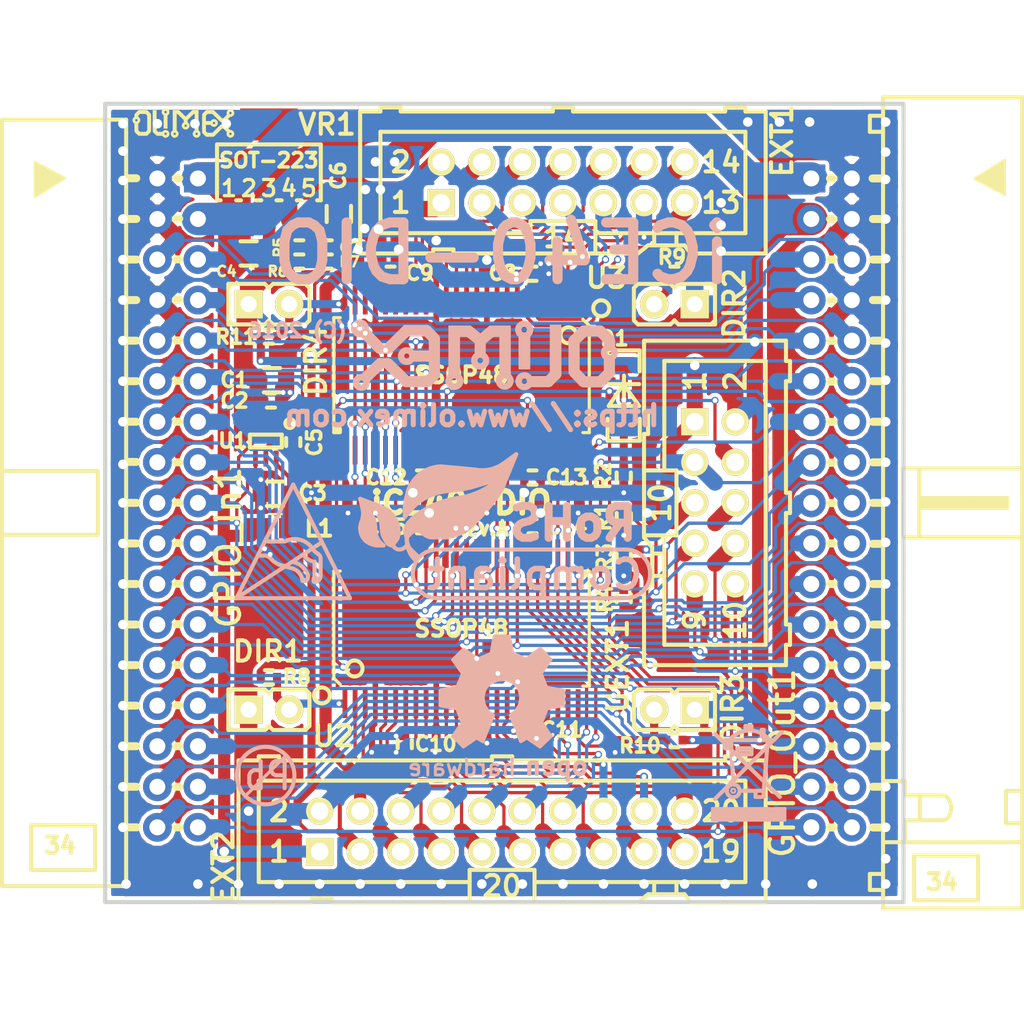
<source format=kicad_pcb>
(kicad_pcb (version 20170123) (host pcbnew no-vcs-found-36e5906~58~ubuntu16.04.1)
  (layers (0 F.Cu signal) (31 B.Cu signal) (34 B.Paste user hide) (35 F.Paste user hide) (36 B.SilkS user hide) (37 F.SilkS user hide) (38 B.Mask user) (39 F.Mask user hide) (44 Edge.Cuts user))
  (net 0 "")
  (net 1 GND)
  (net 2 +5V)
  (net 3 +3V3)
  (net 4 /EXTCLK)
  (net 5 "Net-(C3-Pad2)")
  (net 6 /Vdac)
  (net 7 VDD)
  (net 8 "Net-(C7-Pad2)")
  (net 9 "Net-(D1-Pad1)")
  (net 10 "Net-(DIR1-Pad2)")
  (net 11 "Net-(DIR2-Pad2)")
  (net 12 "Net-(DIR3-Pad2)")
  (net 13 "Net-(DIR4-Pad2)")
  (net 14 /IO22)
  (net 15 /IO21)
  (net 16 /IO23)
  (net 17 /IO20)
  (net 18 /IO16)
  (net 19 /IO27)
  (net 20 /IO17)
  (net 21 /IO26)
  (net 22 /IO18)
  (net 23 /IO25)
  (net 24 /IO19)
  (net 25 /IO24)
  (net 26 /IO08)
  (net 27 /IO07)
  (net 28 /IO05)
  (net 29 /IO10)
  (net 30 /IO06)
  (net 31 /IO09)
  (net 32 /IO11)
  (net 33 /IO04)
  (net 34 /IO12)
  (net 35 /IO03)
  (net 36 /IO00)
  (net 37 /IO15)
  (net 38 /IO01)
  (net 39 /IO14)
  (net 40 /IO02)
  (net 41 /IO13)
  (net 42 /UEXT_RxD)
  (net 43 /GPIO_Pin<5>)
  (net 44 /GPIO_Pin<7>)
  (net 45 /GPIO_Pin<9>)
  (net 46 /GPIO_Pin<10>)
  (net 47 /GPIO_Pin<12>)
  (net 48 /GPIO_Pin<11>)
  (net 49 /GPIO_Pin<13>)
  (net 50 /UEXT_TxD)
  (net 51 /GPIO_Pin<15>)
  (net 52 /UEXT_SCL)
  (net 53 /GPIO_Pin<17>)
  (net 54 /UEXT_SDA)
  (net 55 /GPIO_Pin<19>)
  (net 56 /UEXT_SCK)
  (net 57 /GPIO_Pin<25>)
  (net 58 /GPIO_Pin<34>)
  (net 59 /GPIO_Pin<31>)
  (net 60 /GPIO_Pin<32>)
  (net 61 /GPIO_Pin<33>)
  (net 62 /GPIO_Pin<29>)
  (net 63 /UEXT_#SS)
  (net 64 /GPIO_Pin<30>)
  (net 65 /GPIO_Pin<27>)
  (net 66 /UEXT_MISO)
  (net 67 /UEXT_MOSI)
  (net 68 /GPIO_Pin<23>)
  (net 69 /GPIO_Pin<21>)
  (net 70 "Net-(U3-Pad30)")
  (net 71 "Net-(U3-Pad29)")
  (net 72 "Net-(U3-Pad27)")
  (net 73 "Net-(U3-Pad26)")
  (net 74 "Net-(U3-Pad23)")
  (net 75 "Net-(U3-Pad22)")
  (net 76 "Net-(U3-Pad20)")
  (net 77 "Net-(U3-Pad19)")
  (module OLIMEX_Connectors-FP:BH20S (layer F.Cu) (at 149.86 115.57)
    (fp_text reference EXT2 (at -17.46 2.23 90) (layer F.SilkS) (effects (font (size 1.27 1.27) (thickness 0.254))))
    (fp_text value BH20S)
    (fp_text user 20 (at 13.716 -1.27) (layer F.SilkS) (effects (font (size 1.27 1.27) (thickness 0.254))))
    (fp_text user 19 (at 13.716 1.27) (layer F.SilkS) (effects (font (size 1.27 1.27) (thickness 0.254))))
    (fp_text user 2 (at -13.97 -1.27) (layer F.SilkS) (effects (font (size 1.27 1.27) (thickness 0.254))))
    (fp_text user 1 (at -13.97 1.27) (layer F.SilkS) (effects (font (size 1.27 1.27) (thickness 0.254))))
    (fp_text user 20 (at 0 3.429) (layer F.SilkS) (effects (font (size 1.27 1.27) (thickness 0.254))))
    (pad 20 thru_hole circle (at 11.43 -1.27) (size 1.7 1.7) (drill 1.1) (layers *.Cu *.Mask F.SilkS) (net 26 /IO08))
    (pad 19 thru_hole circle (at 11.43 1.27) (size 1.7 1.7) (drill 1.1) (layers *.Cu *.Mask F.SilkS) (net 27 /IO07))
    (pad 15 thru_hole circle (at 6.35 1.27) (size 1.7 1.7) (drill 1.1) (layers *.Cu *.Mask F.SilkS) (net 28 /IO05))
    (pad 16 thru_hole circle (at 6.35 -1.27) (size 1.7 1.7) (drill 1.1) (layers *.Cu *.Mask F.SilkS) (net 29 /IO10))
    (pad 17 thru_hole circle (at 8.89 1.27) (size 1.7 1.7) (drill 1.1) (layers *.Cu *.Mask F.SilkS) (net 30 /IO06))
    (pad 18 thru_hole circle (at 8.89 -1.27) (size 1.7 1.7) (drill 1.1) (layers *.Cu *.Mask F.SilkS) (net 31 /IO09))
    (pad 14 thru_hole circle (at 3.81 -1.27) (size 1.7 1.7) (drill 1.1) (layers *.Cu *.Mask F.SilkS) (net 32 /IO11))
    (pad 13 thru_hole circle (at 3.81 1.27) (size 1.7 1.7) (drill 1.1) (layers *.Cu *.Mask F.SilkS) (net 33 /IO04))
    (pad 12 thru_hole circle (at 1.27 -1.27) (size 1.7 1.7) (drill 1.1) (layers *.Cu *.Mask F.SilkS) (net 34 /IO12))
    (pad 11 thru_hole circle (at 1.27 1.27) (size 1.7 1.7) (drill 1.1) (layers *.Cu *.Mask F.SilkS) (net 35 /IO03))
    (pad 1 thru_hole rect (at -11.43 1.27) (size 1.7 1.7) (drill 1.1) (layers *.Cu *.Mask F.SilkS) (net 2 +5V))
    (pad 2 thru_hole circle (at -11.43 -1.27) (size 1.7 1.7) (drill 1.1) (layers *.Cu *.Mask F.SilkS) (net 1 GND))
    (pad 3 thru_hole circle (at -8.89 1.27) (size 1.7 1.7) (drill 1.1) (layers *.Cu *.Mask F.SilkS) (net 3 +3V3))
    (pad 4 thru_hole circle (at -8.89 -1.27) (size 1.7 1.7) (drill 1.1) (layers *.Cu *.Mask F.SilkS) (net 7 VDD))
    (pad 5 thru_hole circle (at -6.35 1.27) (size 1.7 1.7) (drill 1.1) (layers *.Cu *.Mask F.SilkS) (net 36 /IO00))
    (pad 6 thru_hole circle (at -6.35 -1.27) (size 1.7 1.7) (drill 1.1) (layers *.Cu *.Mask F.SilkS) (net 37 /IO15))
    (pad 7 thru_hole circle (at -3.81 1.27) (size 1.7 1.7) (drill 1.1) (layers *.Cu *.Mask F.SilkS) (net 38 /IO01))
    (pad 8 thru_hole circle (at -3.81 -1.27) (size 1.7 1.7) (drill 1.1) (layers *.Cu *.Mask F.SilkS) (net 39 /IO14))
    (pad 9 thru_hole circle (at -1.27 1.27) (size 1.7 1.7) (drill 1.1) (layers *.Cu *.Mask F.SilkS) (net 40 /IO02))
    (pad 10 thru_hole circle (at -1.27 -1.27) (size 1.7 1.7) (drill 1.1) (layers *.Cu *.Mask F.SilkS) (net 41 /IO13))
  )
  (module OLIMEX_IC-FP:SSOP48_Pitch-0.635_16.00x10.40x2.80mm (layer F.Cu) (at 147.32 102.87)
    (fp_text reference U2 (at -8.02 6.73) (layer F.SilkS) (effects (font (size 1.27 1.27) (thickness 0.254))))
    (fp_text value "74ALVC164245DL(SSOP48)")
    (fp_text user SSOP48 (at 0 0) (layer F.SilkS) (effects (font (thickness 0.25))))
    (pad 48 smd rect (at -7.3025 -4.7) (size 0.3 1.8) (layers F.Cu F.Paste F.Mask) (net 1 GND))
    (pad 47 smd rect (at -6.6675 -4.7) (size 0.3 1.8) (layers F.Cu F.Paste F.Mask) (net 43 /GPIO_Pin<5>))
    (pad 46 smd rect (at -6.0325 -4.7) (size 0.3 1.8) (layers F.Cu F.Paste F.Mask) (net 44 /GPIO_Pin<7>))
    (pad 45 smd rect (at -5.3975 -4.7) (size 0.3 1.8) (layers F.Cu F.Paste F.Mask) (net 1 GND))
    (pad 44 smd rect (at -4.7625 -4.7) (size 0.3 1.8) (layers F.Cu F.Paste F.Mask) (net 45 /GPIO_Pin<9>))
    (pad 43 smd rect (at -4.1275 -4.7) (size 0.3 1.8) (layers F.Cu F.Paste F.Mask) (net 48 /GPIO_Pin<11>))
    (pad 42 smd rect (at -3.4925 -4.7) (size 0.3 1.8) (layers F.Cu F.Paste F.Mask) (net 3 +3V3))
    (pad 41 smd rect (at -2.8575 -4.7) (size 0.3 1.8) (layers F.Cu F.Paste F.Mask) (net 49 /GPIO_Pin<13>))
    (pad 40 smd rect (at -2.2225 -4.7) (size 0.3 1.8) (layers F.Cu F.Paste F.Mask) (net 51 /GPIO_Pin<15>))
    (pad 39 smd rect (at -1.5875 -4.7) (size 0.3 1.8) (layers F.Cu F.Paste F.Mask) (net 1 GND))
    (pad 38 smd rect (at -0.9525 -4.7) (size 0.3 1.8) (layers F.Cu F.Paste F.Mask) (net 53 /GPIO_Pin<17>))
    (pad 37 smd rect (at -0.3175 -4.7) (size 0.3 1.8) (layers F.Cu F.Paste F.Mask) (net 55 /GPIO_Pin<19>))
    (pad 36 smd rect (at 0.3175 -4.7) (size 0.3 1.8) (layers F.Cu F.Paste F.Mask) (net 69 /GPIO_Pin<21>))
    (pad 35 smd rect (at 0.9525 -4.7) (size 0.3 1.8) (layers F.Cu F.Paste F.Mask) (net 68 /GPIO_Pin<23>))
    (pad 34 smd rect (at 1.5875 -4.7) (size 0.3 1.8) (layers F.Cu F.Paste F.Mask) (net 1 GND))
    (pad 33 smd rect (at 2.2225 -4.7) (size 0.3 1.8) (layers F.Cu F.Paste F.Mask) (net 57 /GPIO_Pin<25>))
    (pad 32 smd rect (at 2.8575 -4.7) (size 0.3 1.8) (layers F.Cu F.Paste F.Mask) (net 65 /GPIO_Pin<27>))
    (pad 31 smd rect (at 3.4925 -4.7) (size 0.3 1.8) (layers F.Cu F.Paste F.Mask) (net 3 +3V3))
    (pad 30 smd rect (at 4.1275 -4.7) (size 0.3 1.8) (layers F.Cu F.Paste F.Mask) (net 62 /GPIO_Pin<29>))
    (pad 29 smd rect (at 4.7625 -4.7) (size 0.3 1.8) (layers F.Cu F.Paste F.Mask) (net 59 /GPIO_Pin<31>))
    (pad 28 smd rect (at 5.3975 -4.7) (size 0.3 1.8) (layers F.Cu F.Paste F.Mask) (net 1 GND))
    (pad 27 smd rect (at 6.0325 -4.7) (size 0.3 1.8) (layers F.Cu F.Paste F.Mask) (net 61 /GPIO_Pin<33>))
    (pad 26 smd rect (at 6.6675 -4.7) (size 0.3 1.8) (layers F.Cu F.Paste F.Mask) (net 58 /GPIO_Pin<34>))
    (pad 25 smd rect (at 7.3025 -4.7) (size 0.3 1.8) (layers F.Cu F.Paste F.Mask) (net 1 GND))
    (pad 24 smd rect (at 7.3025 4.7) (size 0.3 1.8) (layers F.Cu F.Paste F.Mask) (net 12 "Net-(DIR3-Pad2)"))
    (pad 23 smd rect (at 6.6675 4.7) (size 0.3 1.8) (layers F.Cu F.Paste F.Mask) (net 37 /IO15))
    (pad 22 smd rect (at 6.0325 4.7) (size 0.3 1.8) (layers F.Cu F.Paste F.Mask) (net 39 /IO14))
    (pad 21 smd rect (at 5.3975 4.7) (size 0.3 1.8) (layers F.Cu F.Paste F.Mask) (net 1 GND))
    (pad 20 smd rect (at 4.7625 4.7) (size 0.3 1.8) (layers F.Cu F.Paste F.Mask) (net 41 /IO13))
    (pad 19 smd rect (at 4.1275 4.7) (size 0.3 1.8) (layers F.Cu F.Paste F.Mask) (net 34 /IO12))
    (pad 18 smd rect (at 3.4925 4.7) (size 0.3 1.8) (layers F.Cu F.Paste F.Mask) (net 7 VDD))
    (pad 17 smd rect (at 2.8575 4.7) (size 0.3 1.8) (layers F.Cu F.Paste F.Mask) (net 32 /IO11))
    (pad 16 smd rect (at 2.2225 4.7) (size 0.3 1.8) (layers F.Cu F.Paste F.Mask) (net 29 /IO10))
    (pad 15 smd rect (at 1.5875 4.7) (size 0.3 1.8) (layers F.Cu F.Paste F.Mask) (net 1 GND))
    (pad 14 smd rect (at 0.9525 4.7) (size 0.3 1.8) (layers F.Cu F.Paste F.Mask) (net 31 /IO09))
    (pad 13 smd rect (at 0.3175 4.7) (size 0.3 1.8) (layers F.Cu F.Paste F.Mask) (net 26 /IO08))
    (pad 12 smd rect (at -0.3175 4.7) (size 0.3 1.8) (layers F.Cu F.Paste F.Mask) (net 27 /IO07))
    (pad 11 smd rect (at -0.9525 4.7) (size 0.3 1.8) (layers F.Cu F.Paste F.Mask) (net 30 /IO06))
    (pad 10 smd rect (at -1.5875 4.7) (size 0.3 1.8) (layers F.Cu F.Paste F.Mask) (net 1 GND))
    (pad 9 smd rect (at -2.2225 4.7) (size 0.3 1.8) (layers F.Cu F.Paste F.Mask) (net 28 /IO05))
    (pad 8 smd rect (at -2.8575 4.7) (size 0.3 1.8) (layers F.Cu F.Paste F.Mask) (net 33 /IO04))
    (pad 7 smd rect (at -3.4925 4.7) (size 0.3 1.8) (layers F.Cu F.Paste F.Mask) (net 7 VDD))
    (pad 6 smd rect (at -4.1275 4.7) (size 0.3 1.8) (layers F.Cu F.Paste F.Mask) (net 35 /IO03))
    (pad 5 smd rect (at -4.7625 4.7) (size 0.3 1.8) (layers F.Cu F.Paste F.Mask) (net 40 /IO02))
    (pad 4 smd rect (at -5.3975 4.7) (size 0.3 1.8) (layers F.Cu F.Paste F.Mask) (net 1 GND))
    (pad 3 smd rect (at -6.0325 4.7) (size 0.3 1.8) (layers F.Cu F.Paste F.Mask) (net 38 /IO01))
    (pad 2 smd rect (at -6.6675 4.7) (size 0.3 1.8) (layers F.Cu F.Paste F.Mask) (net 36 /IO00))
    (pad 1 smd rect (at -7.3025 4.7) (size 0.3 1.8) (layers F.Cu F.Paste F.Mask) (net 10 "Net-(DIR1-Pad2)"))
  )
  (module OLIMEX_RLC-FP:C_0603_5MIL_DWS (layer F.Cu) (at 135.4455 87.3125)
    (fp_text reference C1 (at -2.3455 -0.0125) (layer F.SilkS) (effects (font (size 0.889 0.889) (thickness 0.22225))))
    (fp_text value 22uF/6.3V/0603)
    (pad 1 smd rect (at -0.889 0) (size 1.016 1.016) (layers F.Cu F.Paste F.Mask) (net 1 GND) (clearance 0.0508))
    (pad 2 smd rect (at 0.889 0) (size 1.016 1.016) (layers F.Cu F.Paste F.Mask) (net 2 +5V) (clearance 0.0508))
  )
  (module OLIMEX_RLC-FP:C_0402_5MIL_DWS (layer F.Cu) (at 144.78 93.4085 180)
    (fp_text reference C12 (at 2.18 0.0085 180) (layer F.SilkS) (effects (font (size 0.889 0.889) (thickness 0.22225))))
    (fp_text value 100nF)
    (pad 1 smd rect (at -0.508 0) (size 0.5 0.55) (layers F.Cu F.Paste F.Mask) (net 1 GND))
    (pad 2 smd rect (at 0.508 0 180) (size 0.5 0.55) (layers F.Cu F.Paste F.Mask) (net 3 +3V3))
  )
  (module OLIMEX_RLC-FP:C_0402_5MIL_DWS (layer F.Cu) (at 151.765 93.4085 180)
    (fp_text reference C13 (at -2.135 0.0085 180) (layer F.SilkS) (effects (font (size 0.889 0.889) (thickness 0.22225))))
    (fp_text value 100nF)
    (pad 1 smd rect (at -0.508 0) (size 0.5 0.55) (layers F.Cu F.Paste F.Mask) (net 1 GND))
    (pad 2 smd rect (at 0.508 0 180) (size 0.5 0.55) (layers F.Cu F.Paste F.Mask) (net 3 +3V3))
  )
  (module OLIMEX_RLC-FP:C_0402_5MIL_DWS (layer F.Cu) (at 144.78 96.4565 180)
    (fp_text reference C15 (at 2.18 -0.0435 180) (layer F.SilkS) (effects (font (size 0.889 0.889) (thickness 0.22225))))
    (fp_text value 100nF)
    (pad 1 smd rect (at -0.508 0) (size 0.5 0.55) (layers F.Cu F.Paste F.Mask) (net 1 GND))
    (pad 2 smd rect (at 0.508 0 180) (size 0.5 0.55) (layers F.Cu F.Paste F.Mask) (net 3 +3V3))
  )
  (module OLIMEX_RLC-FP:R_0402_5MIL_DWS (layer F.Cu) (at 157.48 95.885 90)
    (fp_text reference R1 (at -0.015 -1.28 90) (layer F.SilkS) (effects (font (size 0.889 0.889) (thickness 0.22225))))
    (fp_text value 2.2k)
    (pad 1 smd rect (at -0.508 0 270) (size 0.5 0.55) (layers F.Cu F.Paste F.Mask) (net 3 +3V3))
    (pad 2 smd rect (at 0.508 0 90) (size 0.5 0.55) (layers F.Cu F.Paste F.Mask) (net 52 /UEXT_SCL))
  )
  (module OLIMEX_RLC-FP:R_0402_5MIL_DWS (layer F.Cu) (at 157.48 93.345 90)
    (fp_text reference R2 (at 0.045 -1.28 270) (layer F.SilkS) (effects (font (size 0.889 0.889) (thickness 0.22225))))
    (fp_text value 10k)
    (pad 1 smd rect (at -0.508 0 270) (size 0.5 0.55) (layers F.Cu F.Paste F.Mask) (net 3 +3V3))
    (pad 2 smd rect (at 0.508 0 90) (size 0.5 0.55) (layers F.Cu F.Paste F.Mask) (net 42 /UEXT_RxD))
  )
  (module OLIMEX_RLC-FP:R_0402_5MIL_DWS (layer F.Cu) (at 157.48 98.425 90)
    (fp_text reference R3 (at 0.025 -1.18 90) (layer F.SilkS) (effects (font (size 0.889 0.889) (thickness 0.22225))))
    (fp_text value 2.2k)
    (pad 1 smd rect (at -0.508 0 270) (size 0.5 0.55) (layers F.Cu F.Paste F.Mask) (net 3 +3V3))
    (pad 2 smd rect (at 0.508 0 90) (size 0.5 0.55) (layers F.Cu F.Paste F.Mask) (net 54 /UEXT_SDA))
  )
  (module OLIMEX_RLC-FP:R_0402_5MIL_DWS (layer F.Cu) (at 157.48 100.965 90)
    (fp_text reference R4 (at -0.035 -1.18 90) (layer F.SilkS) (effects (font (size 0.889 0.889) (thickness 0.22225))))
    (fp_text value 10k)
    (pad 1 smd rect (at -0.508 0 270) (size 0.5 0.55) (layers F.Cu F.Paste F.Mask) (net 3 +3V3))
    (pad 2 smd rect (at 0.508 0 90) (size 0.5 0.55) (layers F.Cu F.Paste F.Mask) (net 63 /UEXT_#SS))
  )
  (module OLIMEX_RLC-FP:R_0402_5MIL_DWS (layer F.Cu) (at 137.16 78.994)
    (fp_text reference R5 (at -1.26 0.006 90) (layer F.SilkS) (effects (font (size 0.635 0.635) (thickness 0.15875))))
    (fp_text value 100k/1%)
    (pad 1 smd rect (at -0.508 0 180) (size 0.5 0.55) (layers F.Cu F.Paste F.Mask) (net 7 VDD))
    (pad 2 smd rect (at 0.508 0) (size 0.5 0.55) (layers F.Cu F.Paste F.Mask) (net 8 "Net-(C7-Pad2)"))
  )
  (module OLIMEX_RLC-FP:R_0402_5MIL_DWS (layer F.Cu) (at 137.16 79.883)
    (fp_text reference R6 (at -1.36 0.617) (layer F.SilkS) (effects (font (size 0.635 0.635) (thickness 0.15875))))
    (fp_text value 10k/1%)
    (pad 1 smd rect (at -0.508 0 180) (size 0.5 0.55) (layers F.Cu F.Paste F.Mask) (net 1 GND))
    (pad 2 smd rect (at 0.508 0) (size 0.5 0.55) (layers F.Cu F.Paste F.Mask) (net 8 "Net-(C7-Pad2)"))
  )
  (module OLIMEX_RLC-FP:R_0402_5MIL_DWS (layer F.Cu) (at 138.938 79.883)
    (fp_text reference R7 (at 1.362 0.017) (layer F.SilkS) (effects (font (size 0.635 0.635) (thickness 0.15875))))
    (fp_text value 100k/1%)
    (pad 1 smd rect (at -0.508 0 180) (size 0.5 0.55) (layers F.Cu F.Paste F.Mask) (net 8 "Net-(C7-Pad2)"))
    (pad 2 smd rect (at 0.508 0) (size 0.5 0.55) (layers F.Cu F.Paste F.Mask) (net 6 /Vdac))
  )
  (module OLIMEX_RLC-FP:R_0402_5MIL_DWS (layer F.Cu) (at 135.255 105.918)
    (fp_text reference R8 (at 1.745 -0.018) (layer F.SilkS) (effects (font (size 0.889 0.889) (thickness 0.22225))))
    (fp_text value 10k)
    (pad 1 smd rect (at -0.508 0 180) (size 0.5 0.55) (layers F.Cu F.Paste F.Mask) (net 3 +3V3))
    (pad 2 smd rect (at 0.508 0) (size 0.5 0.55) (layers F.Cu F.Paste F.Mask) (net 10 "Net-(DIR1-Pad2)"))
  )
  (module OLIMEX_RLC-FP:R_0402_5MIL_DWS (layer F.Cu) (at 160.655 80.645 180)
    (fp_text reference R9 (at 0.155 1.045 180) (layer F.SilkS) (effects (font (size 0.889 0.889) (thickness 0.22225))))
    (fp_text value 10k)
    (pad 1 smd rect (at -0.508 0) (size 0.5 0.55) (layers F.Cu F.Paste F.Mask) (net 3 +3V3))
    (pad 2 smd rect (at 0.508 0 180) (size 0.5 0.55) (layers F.Cu F.Paste F.Mask) (net 11 "Net-(DIR2-Pad2)"))
  )
  (module OLIMEX_RLC-FP:R_0402_5MIL_DWS (layer F.Cu) (at 160.655 109.855 180)
    (fp_text reference R10 (at 2.155 -0.345 180) (layer F.SilkS) (effects (font (size 0.889 0.889) (thickness 0.22225))))
    (fp_text value 10k)
    (pad 1 smd rect (at -0.508 0) (size 0.5 0.55) (layers F.Cu F.Paste F.Mask) (net 3 +3V3))
    (pad 2 smd rect (at 0.508 0 180) (size 0.5 0.55) (layers F.Cu F.Paste F.Mask) (net 12 "Net-(DIR3-Pad2)"))
  )
  (module OLIMEX_RLC-FP:R_0402_5MIL_DWS (layer F.Cu) (at 135.255 84.582)
    (fp_text reference R11 (at -2.055 0.018) (layer F.SilkS) (effects (font (size 0.889 0.889) (thickness 0.22225))))
    (fp_text value 10k)
    (pad 1 smd rect (at -0.508 0 180) (size 0.5 0.55) (layers F.Cu F.Paste F.Mask) (net 3 +3V3))
    (pad 2 smd rect (at 0.508 0) (size 0.5 0.55) (layers F.Cu F.Paste F.Mask) (net 13 "Net-(DIR4-Pad2)"))
  )
  (module OLIMEX_RLC-FP:C_0402_5MIL_DWS (layer F.Cu) (at 135.382 88.5825)
    (fp_text reference C2 (at -2.282 0.0175) (layer F.SilkS) (effects (font (size 0.889 0.889) (thickness 0.22225))))
    (fp_text value 100nF)
    (pad 1 smd rect (at -0.508 0 180) (size 0.5 0.55) (layers F.Cu F.Paste F.Mask) (net 1 GND))
    (pad 2 smd rect (at 0.508 0) (size 0.5 0.55) (layers F.Cu F.Paste F.Mask) (net 2 +5V))
  )
  (module OLIMEX_RLC-FP:C_0603_5MIL_DWS (layer F.Cu) (at 135.636 94.4245)
    (fp_text reference C3 (at 2.364 -0.0245) (layer F.SilkS) (effects (font (size 0.889 0.889) (thickness 0.22225))))
    (fp_text value 22uF/6.3V/0603)
    (pad 1 smd rect (at -0.889 0) (size 1.016 1.016) (layers F.Cu F.Paste F.Mask) (net 1 GND) (clearance 0.0508))
    (pad 2 smd rect (at 0.889 0) (size 1.016 1.016) (layers F.Cu F.Paste F.Mask) (net 5 "Net-(C3-Pad2)") (clearance 0.0508))
  )
  (module OLIMEX_RLC-FP:C_0603_5MIL_DWS (layer F.Cu) (at 133.985 79.375 180)
    (fp_text reference C4 (at 1.385 -1.125 180) (layer F.SilkS) (effects (font (size 0.635 0.635) (thickness 0.15875))))
    (fp_text value 22uF/6.3V/0603)
    (pad 1 smd rect (at -0.889 0 180) (size 1.016 1.016) (layers F.Cu F.Paste F.Mask) (net 1 GND) (clearance 0.0508))
    (pad 2 smd rect (at 0.889 0 180) (size 1.016 1.016) (layers F.Cu F.Paste F.Mask) (net 2 +5V) (clearance 0.0508))
  )
  (module OLIMEX_RLC-FP:C_0402_5MIL_DWS (layer F.Cu) (at 136.779 91.186 270)
    (fp_text reference C5 (at 0.014 -1.321 270) (layer F.SilkS) (effects (font (size 0.889 0.889) (thickness 0.22225))))
    (fp_text value 100nF)
    (pad 1 smd rect (at -0.508 0 90) (size 0.5 0.55) (layers F.Cu F.Paste F.Mask) (net 1 GND))
    (pad 2 smd rect (at 0.508 0 270) (size 0.5 0.55) (layers F.Cu F.Paste F.Mask) (net 6 /Vdac))
  )
  (module OLIMEX_RLC-FP:C_0402_5MIL_DWS (layer F.Cu) (at 138.938 78.994 180)
    (fp_text reference C7 (at -1.362 -0.006 180) (layer F.SilkS) (effects (font (size 0.635 0.635) (thickness 0.15875))))
    (fp_text value "NA(100nF)")
    (pad 1 smd rect (at -0.508 0) (size 0.5 0.55) (layers F.Cu F.Paste F.Mask) (net 1 GND))
    (pad 2 smd rect (at 0.508 0 180) (size 0.5 0.55) (layers F.Cu F.Paste F.Mask) (net 8 "Net-(C7-Pad2)"))
  )
  (module OLIMEX_RLC-FP:C_0402_5MIL_DWS (layer F.Cu) (at 143.764 110.109 90)
    (fp_text reference C10 (at 0.009 1.936 180) (layer F.SilkS) (effects (font (size 0.889 0.889) (thickness 0.22225))))
    (fp_text value 100nF)
    (pad 1 smd rect (at -0.508 0 270) (size 0.5 0.55) (layers F.Cu F.Paste F.Mask) (net 1 GND))
    (pad 2 smd rect (at 0.508 0 90) (size 0.5 0.55) (layers F.Cu F.Paste F.Mask) (net 7 VDD))
  )
  (module OLIMEX_Connectors-FP:IDC34R_PCB (layer F.Cu) (at 129.54 94.996 90)
    (fp_text reference GPIO_In1 (at -2.804 3.16 90) (layer F.SilkS) (effects (font (thickness 0.254))))
    (fp_text value IDC34R)
    (fp_text user 34 (at -21.463 -7.366 180) (layer F.SilkS) (effects (font (size 1.016 1.016) (thickness 0.254))))
    (pad 1 thru_hole rect (at 20.32 1.27 270) (size 1.75 1.75) (drill 1) (layers *.Cu *.Mask) (net 2 +5V))
    (pad 2 thru_hole circle (at 20.32 -1.27 270) (size 1.8 1.8) (drill 1) (layers *.Cu *.Mask) (net 1 GND))
    (pad 3 thru_hole circle (at 17.78 1.27 270) (size 1.8 1.8) (drill 1) (layers *.Cu *.Mask) (net 3 +3V3))
    (pad 4 thru_hole circle (at 17.78 -1.27 270) (size 1.8 1.8) (drill 1) (layers *.Cu *.Mask) (net 1 GND))
    (pad 5 thru_hole circle (at 15.24 1.27 270) (size 1.8 1.8) (drill 1) (layers *.Cu *.Mask) (net 43 /GPIO_Pin<5>))
    (pad 6 thru_hole circle (at 15.24 -1.27 270) (size 1.8 1.8) (drill 1) (layers *.Cu *.Mask) (net 4 /EXTCLK))
    (pad 7 thru_hole circle (at 12.7 1.27 270) (size 1.8 1.8) (drill 1) (layers *.Cu *.Mask) (net 44 /GPIO_Pin<7>))
    (pad 8 thru_hole circle (at 12.7 -1.27 270) (size 1.8 1.8) (drill 1) (layers *.Cu *.Mask) (net 1 GND))
    (pad 9 thru_hole circle (at 10.16 1.27 270) (size 1.8 1.8) (drill 1) (layers *.Cu *.Mask) (net 45 /GPIO_Pin<9>))
    (pad 10 thru_hole circle (at 10.16 -1.27 270) (size 1.8 1.8) (drill 1) (layers *.Cu *.Mask) (net 46 /GPIO_Pin<10>))
    (pad 12 thru_hole circle (at 7.62 -1.27 270) (size 1.8 1.8) (drill 1) (layers *.Cu *.Mask) (net 47 /GPIO_Pin<12>))
    (pad 11 thru_hole circle (at 7.62 1.27 270) (size 1.8 1.8) (drill 1) (layers *.Cu *.Mask) (net 48 /GPIO_Pin<11>))
    (pad 14 thru_hole circle (at 5.08 -1.27 270) (size 1.8 1.8) (drill 1) (layers *.Cu *.Mask) (net 42 /UEXT_RxD))
    (pad 13 thru_hole circle (at 5.08 1.27 270) (size 1.8 1.8) (drill 1) (layers *.Cu *.Mask) (net 49 /GPIO_Pin<13>))
    (pad 16 thru_hole circle (at 2.54 -1.27 270) (size 1.8 1.8) (drill 1) (layers *.Cu *.Mask) (net 50 /UEXT_TxD))
    (pad 15 thru_hole circle (at 2.54 1.27 270) (size 1.8 1.8) (drill 1) (layers *.Cu *.Mask) (net 51 /GPIO_Pin<15>))
    (pad 18 thru_hole circle (at 0 -1.27 270) (size 1.8 1.8) (drill 1) (layers *.Cu *.Mask) (net 52 /UEXT_SCL))
    (pad 17 thru_hole circle (at 0 1.27 270) (size 1.8 1.8) (drill 1) (layers *.Cu *.Mask) (net 53 /GPIO_Pin<17>))
    (pad 20 thru_hole circle (at -2.54 -1.27 270) (size 1.8 1.8) (drill 1) (layers *.Cu *.Mask) (net 54 /UEXT_SDA))
    (pad 19 thru_hole circle (at -2.54 1.27 270) (size 1.8 1.8) (drill 1) (layers *.Cu *.Mask) (net 55 /GPIO_Pin<19>))
    (pad 26 thru_hole circle (at -10.16 -1.27 270) (size 1.8 1.8) (drill 1) (layers *.Cu *.Mask) (net 56 /UEXT_SCK))
    (pad 25 thru_hole circle (at -10.16 1.27 270) (size 1.8 1.8) (drill 1) (layers *.Cu *.Mask) (net 57 /GPIO_Pin<25>))
    (pad 34 thru_hole circle (at -20.32 -1.27 270) (size 1.8 1.8) (drill 1) (layers *.Cu *.Mask) (net 58 /GPIO_Pin<34>))
    (pad 31 thru_hole circle (at -17.78 1.27 270) (size 1.8 1.8) (drill 1) (layers *.Cu *.Mask) (net 59 /GPIO_Pin<31>))
    (pad 32 thru_hole circle (at -17.78 -1.27 270) (size 1.8 1.8) (drill 1) (layers *.Cu *.Mask) (net 60 /GPIO_Pin<32>))
    (pad 33 thru_hole circle (at -20.32 1.27 270) (size 1.8 1.8) (drill 1) (layers *.Cu *.Mask) (net 61 /GPIO_Pin<33>))
    (pad 29 thru_hole circle (at -15.24 1.27 270) (size 1.8 1.8) (drill 1) (layers *.Cu *.Mask) (net 62 /GPIO_Pin<29>))
    (pad 28 thru_hole circle (at -12.7 -1.27 270) (size 1.8 1.8) (drill 1) (layers *.Cu *.Mask) (net 63 /UEXT_#SS))
    (pad 30 thru_hole circle (at -15.24 -1.27 270) (size 1.8 1.8) (drill 1) (layers *.Cu *.Mask) (net 64 /GPIO_Pin<30>))
    (pad 27 thru_hole circle (at -12.7 1.27 270) (size 1.8 1.8) (drill 1) (layers *.Cu *.Mask) (net 65 /GPIO_Pin<27>))
    (pad 22 thru_hole circle (at -5.08 -1.27 270) (size 1.8 1.8) (drill 1) (layers *.Cu *.Mask) (net 66 /UEXT_MISO))
    (pad 24 thru_hole circle (at -7.62 -1.27 270) (size 1.8 1.8) (drill 1) (layers *.Cu *.Mask) (net 67 /UEXT_MOSI))
    (pad 23 thru_hole circle (at -7.62 1.27 270) (size 1.8 1.8) (drill 1) (layers *.Cu *.Mask) (net 68 /GPIO_Pin<23>))
    (pad 21 thru_hole circle (at -5.08 1.27 270) (size 1.8 1.8) (drill 1) (layers *.Cu *.Mask) (net 69 /GPIO_Pin<21>))
  )
  (module OLIMEX_Connectors-FP:BH34R (layer F.Cu) (at 170.495 94.996 270)
    (fp_text reference GPIO_Out1 (at 16.304 3.095 270) (layer F.SilkS) (effects (font (thickness 0.254))))
    (fp_text value BH34R)
    (fp_text user 34 (at 23.749 -6.9088) (layer F.SilkS) (effects (font (size 1.016 1.016) (thickness 0.254))))
    (pad 1 thru_hole rect (at -20.32 1.27 270) (size 1.75 1.75) (drill 1) (layers *.Cu *.Mask) (net 2 +5V))
    (pad 2 thru_hole circle (at -20.32 -1.27 270) (size 1.8 1.8) (drill 1) (layers *.Cu *.Mask) (net 1 GND))
    (pad 3 thru_hole circle (at -17.78 1.27 270) (size 1.8 1.8) (drill 1) (layers *.Cu *.Mask) (net 3 +3V3))
    (pad 4 thru_hole circle (at -17.78 -1.27 270) (size 1.8 1.8) (drill 1) (layers *.Cu *.Mask) (net 1 GND))
    (pad 5 thru_hole circle (at -15.24 1.27 270) (size 1.8 1.8) (drill 1) (layers *.Cu *.Mask) (net 43 /GPIO_Pin<5>))
    (pad 6 thru_hole circle (at -15.24 -1.27 270) (size 1.8 1.8) (drill 1) (layers *.Cu *.Mask) (net 4 /EXTCLK))
    (pad 7 thru_hole circle (at -12.7 1.27 270) (size 1.8 1.8) (drill 1) (layers *.Cu *.Mask) (net 44 /GPIO_Pin<7>))
    (pad 8 thru_hole circle (at -12.7 -1.27 270) (size 1.8 1.8) (drill 1) (layers *.Cu *.Mask) (net 1 GND))
    (pad 9 thru_hole circle (at -10.16 1.27 270) (size 1.8 1.8) (drill 1) (layers *.Cu *.Mask) (net 45 /GPIO_Pin<9>))
    (pad 10 thru_hole circle (at -10.16 -1.27 270) (size 1.8 1.8) (drill 1) (layers *.Cu *.Mask) (net 46 /GPIO_Pin<10>))
    (pad 12 thru_hole circle (at -7.62 -1.27 270) (size 1.8 1.8) (drill 1) (layers *.Cu *.Mask) (net 47 /GPIO_Pin<12>))
    (pad 11 thru_hole circle (at -7.62 1.27 270) (size 1.8 1.8) (drill 1) (layers *.Cu *.Mask) (net 48 /GPIO_Pin<11>))
    (pad 14 thru_hole circle (at -5.08 -1.27 270) (size 1.8 1.8) (drill 1) (layers *.Cu *.Mask) (net 42 /UEXT_RxD))
    (pad 13 thru_hole circle (at -5.08 1.27 270) (size 1.8 1.8) (drill 1) (layers *.Cu *.Mask) (net 49 /GPIO_Pin<13>))
    (pad 16 thru_hole circle (at -2.54 -1.27 270) (size 1.8 1.8) (drill 1) (layers *.Cu *.Mask) (net 50 /UEXT_TxD))
    (pad 15 thru_hole circle (at -2.54 1.27 270) (size 1.8 1.8) (drill 1) (layers *.Cu *.Mask) (net 51 /GPIO_Pin<15>))
    (pad 18 thru_hole circle (at 0 -1.27 270) (size 1.8 1.8) (drill 1) (layers *.Cu *.Mask) (net 52 /UEXT_SCL))
    (pad 17 thru_hole circle (at 0 1.27 270) (size 1.8 1.8) (drill 1) (layers *.Cu *.Mask) (net 53 /GPIO_Pin<17>))
    (pad 20 thru_hole circle (at 2.54 -1.27 270) (size 1.8 1.8) (drill 1) (layers *.Cu *.Mask) (net 54 /UEXT_SDA))
    (pad 19 thru_hole circle (at 2.54 1.27 270) (size 1.8 1.8) (drill 1) (layers *.Cu *.Mask) (net 55 /GPIO_Pin<19>))
    (pad 26 thru_hole circle (at 10.16 -1.27 270) (size 1.8 1.8) (drill 1) (layers *.Cu *.Mask) (net 56 /UEXT_SCK))
    (pad 25 thru_hole circle (at 10.16 1.27 270) (size 1.8 1.8) (drill 1) (layers *.Cu *.Mask) (net 57 /GPIO_Pin<25>))
    (pad 34 thru_hole circle (at 20.32 -1.27 270) (size 1.8 1.8) (drill 1) (layers *.Cu *.Mask) (net 58 /GPIO_Pin<34>))
    (pad 31 thru_hole circle (at 17.78 1.27 270) (size 1.8 1.8) (drill 1) (layers *.Cu *.Mask) (net 59 /GPIO_Pin<31>))
    (pad 32 thru_hole circle (at 17.78 -1.27 270) (size 1.8 1.8) (drill 1) (layers *.Cu *.Mask) (net 60 /GPIO_Pin<32>))
    (pad 33 thru_hole circle (at 20.32 1.27 270) (size 1.8 1.8) (drill 1) (layers *.Cu *.Mask) (net 61 /GPIO_Pin<33>))
    (pad 29 thru_hole circle (at 15.24 1.27 270) (size 1.8 1.8) (drill 1) (layers *.Cu *.Mask) (net 62 /GPIO_Pin<29>))
    (pad 28 thru_hole circle (at 12.7 -1.27 270) (size 1.8 1.8) (drill 1) (layers *.Cu *.Mask) (net 63 /UEXT_#SS))
    (pad 30 thru_hole circle (at 15.24 -1.27 270) (size 1.8 1.8) (drill 1) (layers *.Cu *.Mask) (net 64 /GPIO_Pin<30>))
    (pad 27 thru_hole circle (at 12.7 1.27 270) (size 1.8 1.8) (drill 1) (layers *.Cu *.Mask) (net 65 /GPIO_Pin<27>))
    (pad 22 thru_hole circle (at 5.08 -1.27 270) (size 1.8 1.8) (drill 1) (layers *.Cu *.Mask) (net 66 /UEXT_MISO))
    (pad 24 thru_hole circle (at 7.62 -1.27 270) (size 1.8 1.8) (drill 1) (layers *.Cu *.Mask) (net 67 /UEXT_MOSI))
    (pad 23 thru_hole circle (at 7.62 1.27 270) (size 1.8 1.8) (drill 1) (layers *.Cu *.Mask) (net 68 /GPIO_Pin<23>))
    (pad 21 thru_hole circle (at 5.08 1.27 270) (size 1.8 1.8) (drill 1) (layers *.Cu *.Mask) (net 69 /GPIO_Pin<21>))
  )
  (module OLIMEX_RLC-FP:L_0805_5MIL_DWS (layer F.Cu) (at 135.636 96.5835 180)
    (fp_text reference L1 (at -2.764 -0.0165 180) (layer F.SilkS) (effects (font (thickness 0.25))))
    (fp_text value FB0805/600R/2A)
    (pad 2 smd rect (at 1.016 0 180) (size 1.524 1.27) (layers F.Cu F.Paste F.Mask) (net 2 +5V) (clearance 0.0508))
    (pad 1 smd rect (at -1.016 0 180) (size 1.524 1.27) (layers F.Cu F.Paste F.Mask) (net 5 "Net-(C3-Pad2)") (clearance 0.0508))
  )
  (module OLIMEX_Other-FP:Fiducial1x3 (layer F.Cu) (at 171.45 118.11)
    (fp_text reference "" (at 0 3) (layer F.SilkS))
    (fp_text value "")
    (pad Fid1 connect circle (at 0 0) (size 1 1) (layers F.Cu F.Mask) (clearance 1.016))
  )
  (module OLIMEX_RLC-FP:C_0603_5MIL_DWS (layer F.Cu) (at 139.6365 76.8985 90)
    (fp_text reference C6 (at 2.3985 -0.0365 90) (layer F.SilkS) (effects (font (size 0.889 0.889) (thickness 0.22225))))
    (fp_text value 22uF/6.3V/0603)
    (pad 1 smd rect (at -0.889 0 90) (size 1.016 1.016) (layers F.Cu F.Paste F.Mask) (net 1 GND) (clearance 0.0508))
    (pad 2 smd rect (at 0.889 0 90) (size 1.016 1.016) (layers F.Cu F.Paste F.Mask) (net 7 VDD) (clearance 0.0508))
  )
  (module OLIMEX_RLC-FP:C_0402_5MIL_DWS (layer F.Cu) (at 151.765 80.645 180)
    (fp_text reference C8 (at 1.865 0.045 180) (layer F.SilkS) (effects (font (size 0.889 0.889) (thickness 0.22225))))
    (fp_text value 100nF)
    (pad 1 smd rect (at -0.508 0) (size 0.5 0.55) (layers F.Cu F.Paste F.Mask) (net 1 GND))
    (pad 2 smd rect (at 0.508 0 180) (size 0.5 0.55) (layers F.Cu F.Paste F.Mask) (net 7 VDD))
  )
  (module OLIMEX_RLC-FP:C_0402_5MIL_DWS (layer F.Cu) (at 142.875 80.645)
    (fp_text reference C9 (at 1.825 -0.045) (layer F.SilkS) (effects (font (size 0.889 0.889) (thickness 0.22225))))
    (fp_text value 100nF)
    (pad 1 smd rect (at -0.508 0 180) (size 0.5 0.55) (layers F.Cu F.Paste F.Mask) (net 1 GND))
    (pad 2 smd rect (at 0.508 0) (size 0.5 0.55) (layers F.Cu F.Paste F.Mask) (net 7 VDD))
  )
  (module OLIMEX_RLC-FP:C_0402_5MIL_DWS (layer F.Cu) (at 151.511 109.22 180)
    (fp_text reference C11 (at -2.089 0.02 180) (layer F.SilkS) (effects (font (size 0.889 0.889) (thickness 0.22225))))
    (fp_text value 100nF)
    (pad 1 smd rect (at -0.508 0) (size 0.5 0.55) (layers F.Cu F.Paste F.Mask) (net 1 GND))
    (pad 2 smd rect (at 0.508 0 180) (size 0.5 0.55) (layers F.Cu F.Paste F.Mask) (net 7 VDD))
  )
  (module OLIMEX_RLC-FP:C_0402_5MIL_DWS (layer F.Cu) (at 151.765 96.4565 180)
    (fp_text reference C14 (at -2.135 -0.0435 180) (layer F.SilkS) (effects (font (size 0.889 0.889) (thickness 0.22225))))
    (fp_text value 100nF)
    (pad 1 smd rect (at -0.508 0) (size 0.5 0.55) (layers F.Cu F.Paste F.Mask) (net 1 GND))
    (pad 2 smd rect (at 0.508 0 180) (size 0.5 0.55) (layers F.Cu F.Paste F.Mask) (net 3 +3V3))
  )
  (module OLIMEX_Diodes-FP:SOD-123_1C-2A_KA (layer F.Cu) (at 157.48 88.265 270)
    (fp_text reference D1 (at -3.565 0.58) (layer F.SilkS) (effects (font (size 0.889 0.889) (thickness 0.22225))))
    (fp_text value "1N5819(S4SOD-123)")
    (pad 1 smd rect (at -1.9 0 270) (size 1 1.4) (layers F.Cu F.Paste F.Mask) (net 9 "Net-(D1-Pad1)") (clearance 0.0508))
    (pad 2 smd rect (at 1.9 0 270) (size 1 1.4) (layers F.Cu F.Paste F.Mask) (net 42 /UEXT_RxD) (clearance 0.0508))
  )
  (module OLIMEX_Connectors-FP:HN1x2 (layer F.Cu) (at 135.255 107.95)
    (fp_text reference DIR1 (at -0.055 -3.65) (layer F.SilkS) (effects (font (size 1.27 1.27) (thickness 0.254))))
    (fp_text value "HN1x2(Opened)")
    (pad 1 thru_hole rect (at -1.27 0) (size 1.778 1.778) (drill 1) (layers *.Cu *.Mask B.Adhes F.SilkS) (net 1 GND))
    (pad 2 thru_hole circle (at 1.27 0) (size 1.778 1.778) (drill 1) (layers *.Cu *.Mask B.Adhes F.SilkS) (net 10 "Net-(DIR1-Pad2)"))
  )
  (module OLIMEX_Connectors-FP:HN1x2 (layer F.Cu) (at 160.655 82.55 180)
    (fp_text reference DIR2 (at -3.745 0.05 270) (layer F.SilkS) (effects (font (size 1.27 1.27) (thickness 0.254))))
    (fp_text value "HN1x2(Opened)")
    (pad 1 thru_hole rect (at -1.27 0 180) (size 1.778 1.778) (drill 1) (layers *.Cu *.Mask B.Adhes F.SilkS) (net 1 GND))
    (pad 2 thru_hole circle (at 1.27 0 180) (size 1.778 1.778) (drill 1) (layers *.Cu *.Mask B.Adhes F.SilkS) (net 11 "Net-(DIR2-Pad2)"))
  )
  (module OLIMEX_Connectors-FP:HN1x2 (layer F.Cu) (at 160.655 107.95 180)
    (fp_text reference DIR3 (at -3.645 0.05 270) (layer F.SilkS) (effects (font (size 1.27 1.27) (thickness 0.254))))
    (fp_text value "HN1x2(Opened)")
    (pad 1 thru_hole rect (at -1.27 0 180) (size 1.778 1.778) (drill 1) (layers *.Cu *.Mask B.Adhes F.SilkS) (net 1 GND))
    (pad 2 thru_hole circle (at 1.27 0 180) (size 1.778 1.778) (drill 1) (layers *.Cu *.Mask B.Adhes F.SilkS) (net 12 "Net-(DIR3-Pad2)"))
  )
  (module OLIMEX_Connectors-FP:HN1x2 (layer F.Cu) (at 135.255 82.55)
    (fp_text reference DIR4 (at 2.945 3.55 90) (layer F.SilkS) (effects (font (size 1.27 1.27) (thickness 0.254))))
    (fp_text value "HN1x2(Opened)")
    (pad 1 thru_hole rect (at -1.27 0) (size 1.778 1.778) (drill 1) (layers *.Cu *.Mask B.Adhes F.SilkS) (net 1 GND))
    (pad 2 thru_hole circle (at 1.27 0) (size 1.778 1.778) (drill 1) (layers *.Cu *.Mask B.Adhes F.SilkS) (net 13 "Net-(DIR4-Pad2)"))
  )
  (module OLIMEX_Connectors-FP:BH14S (layer F.Cu) (at 153.67 74.93)
    (fp_text reference EXT1 (at 13.73 -2.63 90) (layer F.SilkS) (effects (font (size 1.27 1.27) (thickness 0.254))))
    (fp_text value BH14S)
    (fp_text user 13 (at 9.906 1.27) (layer F.SilkS) (effects (font (size 1.27 1.27) (thickness 0.254))))
    (fp_text user 14 (at 9.906 -1.27) (layer F.SilkS) (effects (font (size 1.27 1.27) (thickness 0.254))))
    (fp_text user 2 (at -10.16 -1.27) (layer F.SilkS) (effects (font (size 1.27 1.27) (thickness 0.254))))
    (fp_text user 1 (at -10.16 1.27) (layer F.SilkS) (effects (font (size 1.27 1.27) (thickness 0.254))))
    (fp_text user 14 (at 0 3.429) (layer F.SilkS) (effects (font (size 1.27 1.27) (thickness 0.254))))
    (pad 14 thru_hole circle (at 7.62 -1.27) (size 1.7 1.7) (drill 1.1) (layers *.Cu *.Mask F.SilkS) (net 14 /IO22))
    (pad 13 thru_hole circle (at 7.62 1.27) (size 1.7 1.7) (drill 1.1) (layers *.Cu *.Mask F.SilkS) (net 15 /IO21))
    (pad 12 thru_hole circle (at 5.08 -1.27) (size 1.7 1.7) (drill 1.1) (layers *.Cu *.Mask F.SilkS) (net 16 /IO23))
    (pad 11 thru_hole circle (at 5.08 1.27) (size 1.7 1.7) (drill 1.1) (layers *.Cu *.Mask F.SilkS) (net 17 /IO20))
    (pad 1 thru_hole rect (at -7.62 1.27) (size 1.7 1.7) (drill 1.1) (layers *.Cu *.Mask F.SilkS) (net 7 VDD))
    (pad 2 thru_hole circle (at -7.62 -1.27) (size 1.7 1.7) (drill 1.1) (layers *.Cu *.Mask F.SilkS) (net 1 GND))
    (pad 3 thru_hole circle (at -5.08 1.27) (size 1.7 1.7) (drill 1.1) (layers *.Cu *.Mask F.SilkS) (net 18 /IO16))
    (pad 4 thru_hole circle (at -5.08 -1.27) (size 1.7 1.7) (drill 1.1) (layers *.Cu *.Mask F.SilkS) (net 19 /IO27))
    (pad 5 thru_hole circle (at -2.54 1.27) (size 1.7 1.7) (drill 1.1) (layers *.Cu *.Mask F.SilkS) (net 20 /IO17))
    (pad 6 thru_hole circle (at -2.54 -1.27) (size 1.7 1.7) (drill 1.1) (layers *.Cu *.Mask F.SilkS) (net 21 /IO26))
    (pad 7 thru_hole circle (at 0 1.27) (size 1.7 1.7) (drill 1.1) (layers *.Cu *.Mask F.SilkS) (net 22 /IO18))
    (pad 8 thru_hole circle (at 0 -1.27) (size 1.7 1.7) (drill 1.1) (layers *.Cu *.Mask F.SilkS) (net 23 /IO25))
    (pad 9 thru_hole circle (at 2.54 1.27) (size 1.7 1.7) (drill 1.1) (layers *.Cu *.Mask F.SilkS) (net 24 /IO19))
    (pad 10 thru_hole circle (at 2.54 -1.27) (size 1.7 1.7) (drill 1.1) (layers *.Cu *.Mask F.SilkS) (net 25 /IO24))
  )
  (module OLIMEX_IC-FP:SC70-6_Pitch-0.65_2.00x2.10x1.00mm (layer F.Cu) (at 135.0645 91.1225 90)
    (fp_text reference U1 (at 0.0225 -2.0645 180) (layer F.SilkS) (effects (font (size 0.889 0.889) (thickness 0.22225))))
    (fp_text value "MCP47A1T-A0E/LT(SC70-6)")
    (pad 1 smd rect (at 1.1 0.65 180) (size 0.3 1) (layers F.Cu F.Paste F.Mask) (net 2 +5V))
    (pad 2 smd rect (at 1.1 0 180) (size 0.3 1) (layers F.Cu F.Paste F.Mask) (net 1 GND))
    (pad 3 smd rect (at 1.1 -0.65 180) (size 0.3 1) (layers F.Cu F.Paste F.Mask) (net 52 /UEXT_SCL))
    (pad 4 smd rect (at -1.1 -0.65 180) (size 0.3 1) (layers F.Cu F.Paste F.Mask) (net 54 /UEXT_SDA))
    (pad 5 smd rect (at -1.1 0 180) (size 0.3 1) (layers F.Cu F.Paste F.Mask) (net 6 /Vdac))
    (pad 6 smd rect (at -1.1 0.65 180) (size 0.3 1) (layers F.Cu F.Paste F.Mask) (net 5 "Net-(C3-Pad2)"))
  )
  (module OLIMEX_IC-FP:SSOP48_Pitch-0.635_16.00x10.40x2.80mm (layer F.Cu) (at 147.32 86.995 180)
    (fp_text reference U3 (at -9.08 6.095 180) (layer F.SilkS) (effects (font (size 1.27 1.27) (thickness 0.254))))
    (fp_text value "74ALVC164245DL(SSOP48)")
    (fp_text user SSOP48 (at 0 0 180) (layer F.SilkS) (effects (font (thickness 0.25))))
    (pad 48 smd rect (at -7.3025 -4.7 180) (size 0.3 1.8) (layers F.Cu F.Paste F.Mask) (net 1 GND))
    (pad 47 smd rect (at -6.6675 -4.7 180) (size 0.3 1.8) (layers F.Cu F.Paste F.Mask) (net 60 /GPIO_Pin<32>))
    (pad 46 smd rect (at -6.0325 -4.7 180) (size 0.3 1.8) (layers F.Cu F.Paste F.Mask) (net 64 /GPIO_Pin<30>))
    (pad 45 smd rect (at -5.3975 -4.7 180) (size 0.3 1.8) (layers F.Cu F.Paste F.Mask) (net 1 GND))
    (pad 44 smd rect (at -4.7625 -4.7 180) (size 0.3 1.8) (layers F.Cu F.Paste F.Mask) (net 63 /UEXT_#SS))
    (pad 43 smd rect (at -4.1275 -4.7 180) (size 0.3 1.8) (layers F.Cu F.Paste F.Mask) (net 56 /UEXT_SCK))
    (pad 42 smd rect (at -3.4925 -4.7 180) (size 0.3 1.8) (layers F.Cu F.Paste F.Mask) (net 3 +3V3))
    (pad 41 smd rect (at -2.8575 -4.7 180) (size 0.3 1.8) (layers F.Cu F.Paste F.Mask) (net 67 /UEXT_MOSI))
    (pad 40 smd rect (at -2.2225 -4.7 180) (size 0.3 1.8) (layers F.Cu F.Paste F.Mask) (net 66 /UEXT_MISO))
    (pad 39 smd rect (at -1.5875 -4.7 180) (size 0.3 1.8) (layers F.Cu F.Paste F.Mask) (net 1 GND))
    (pad 38 smd rect (at -0.9525 -4.7 180) (size 0.3 1.8) (layers F.Cu F.Paste F.Mask) (net 54 /UEXT_SDA))
    (pad 37 smd rect (at -0.3175 -4.7 180) (size 0.3 1.8) (layers F.Cu F.Paste F.Mask) (net 52 /UEXT_SCL))
    (pad 36 smd rect (at 0.3175 -4.7 180) (size 0.3 1.8) (layers F.Cu F.Paste F.Mask) (net 50 /UEXT_TxD))
    (pad 35 smd rect (at 0.9525 -4.7 180) (size 0.3 1.8) (layers F.Cu F.Paste F.Mask) (net 42 /UEXT_RxD))
    (pad 34 smd rect (at 1.5875 -4.7 180) (size 0.3 1.8) (layers F.Cu F.Paste F.Mask) (net 1 GND))
    (pad 33 smd rect (at 2.2225 -4.7 180) (size 0.3 1.8) (layers F.Cu F.Paste F.Mask) (net 47 /GPIO_Pin<12>))
    (pad 32 smd rect (at 2.8575 -4.7 180) (size 0.3 1.8) (layers F.Cu F.Paste F.Mask) (net 46 /GPIO_Pin<10>))
    (pad 31 smd rect (at 3.4925 -4.7 180) (size 0.3 1.8) (layers F.Cu F.Paste F.Mask) (net 3 +3V3))
    (pad 30 smd rect (at 4.1275 -4.7 180) (size 0.3 1.8) (layers F.Cu F.Paste F.Mask) (net 70 "Net-(U3-Pad30)"))
    (pad 29 smd rect (at 4.7625 -4.7 180) (size 0.3 1.8) (layers F.Cu F.Paste F.Mask) (net 71 "Net-(U3-Pad29)"))
    (pad 28 smd rect (at 5.3975 -4.7 180) (size 0.3 1.8) (layers F.Cu F.Paste F.Mask) (net 1 GND))
    (pad 27 smd rect (at 6.0325 -4.7 180) (size 0.3 1.8) (layers F.Cu F.Paste F.Mask) (net 72 "Net-(U3-Pad27)"))
    (pad 26 smd rect (at 6.6675 -4.7 180) (size 0.3 1.8) (layers F.Cu F.Paste F.Mask) (net 73 "Net-(U3-Pad26)"))
    (pad 25 smd rect (at 7.3025 -4.7 180) (size 0.3 1.8) (layers F.Cu F.Paste F.Mask) (net 1 GND))
    (pad 24 smd rect (at 7.3025 4.7 180) (size 0.3 1.8) (layers F.Cu F.Paste F.Mask) (net 13 "Net-(DIR4-Pad2)"))
    (pad 23 smd rect (at 6.6675 4.7 180) (size 0.3 1.8) (layers F.Cu F.Paste F.Mask) (net 74 "Net-(U3-Pad23)"))
    (pad 22 smd rect (at 6.0325 4.7 180) (size 0.3 1.8) (layers F.Cu F.Paste F.Mask) (net 75 "Net-(U3-Pad22)"))
    (pad 21 smd rect (at 5.3975 4.7 180) (size 0.3 1.8) (layers F.Cu F.Paste F.Mask) (net 1 GND))
    (pad 20 smd rect (at 4.7625 4.7 180) (size 0.3 1.8) (layers F.Cu F.Paste F.Mask) (net 76 "Net-(U3-Pad20)"))
    (pad 19 smd rect (at 4.1275 4.7 180) (size 0.3 1.8) (layers F.Cu F.Paste F.Mask) (net 77 "Net-(U3-Pad19)"))
    (pad 18 smd rect (at 3.4925 4.7 180) (size 0.3 1.8) (layers F.Cu F.Paste F.Mask) (net 7 VDD))
    (pad 17 smd rect (at 2.8575 4.7 180) (size 0.3 1.8) (layers F.Cu F.Paste F.Mask) (net 19 /IO27))
    (pad 16 smd rect (at 2.2225 4.7 180) (size 0.3 1.8) (layers F.Cu F.Paste F.Mask) (net 21 /IO26))
    (pad 15 smd rect (at 1.5875 4.7 180) (size 0.3 1.8) (layers F.Cu F.Paste F.Mask) (net 1 GND))
    (pad 14 smd rect (at 0.9525 4.7 180) (size 0.3 1.8) (layers F.Cu F.Paste F.Mask) (net 23 /IO25))
    (pad 13 smd rect (at 0.3175 4.7 180) (size 0.3 1.8) (layers F.Cu F.Paste F.Mask) (net 25 /IO24))
    (pad 12 smd rect (at -0.3175 4.7 180) (size 0.3 1.8) (layers F.Cu F.Paste F.Mask) (net 16 /IO23))
    (pad 11 smd rect (at -0.9525 4.7 180) (size 0.3 1.8) (layers F.Cu F.Paste F.Mask) (net 14 /IO22))
    (pad 10 smd rect (at -1.5875 4.7 180) (size 0.3 1.8) (layers F.Cu F.Paste F.Mask) (net 1 GND))
    (pad 9 smd rect (at -2.2225 4.7 180) (size 0.3 1.8) (layers F.Cu F.Paste F.Mask) (net 15 /IO21))
    (pad 8 smd rect (at -2.8575 4.7 180) (size 0.3 1.8) (layers F.Cu F.Paste F.Mask) (net 17 /IO20))
    (pad 7 smd rect (at -3.4925 4.7 180) (size 0.3 1.8) (layers F.Cu F.Paste F.Mask) (net 7 VDD))
    (pad 6 smd rect (at -4.1275 4.7 180) (size 0.3 1.8) (layers F.Cu F.Paste F.Mask) (net 24 /IO19))
    (pad 5 smd rect (at -4.7625 4.7 180) (size 0.3 1.8) (layers F.Cu F.Paste F.Mask) (net 22 /IO18))
    (pad 4 smd rect (at -5.3975 4.7 180) (size 0.3 1.8) (layers F.Cu F.Paste F.Mask) (net 1 GND))
    (pad 3 smd rect (at -6.0325 4.7 180) (size 0.3 1.8) (layers F.Cu F.Paste F.Mask) (net 20 /IO17))
    (pad 2 smd rect (at -6.6675 4.7 180) (size 0.3 1.8) (layers F.Cu F.Paste F.Mask) (net 18 /IO16))
    (pad 1 smd rect (at -7.3025 4.7 180) (size 0.3 1.8) (layers F.Cu F.Paste F.Mask) (net 11 "Net-(DIR2-Pad2)"))
  )
  (module OLIMEX_Connectors-FP:BH10S (layer F.Cu) (at 163.195 94.996 270)
    (fp_text reference UEXT1 (at 10.204 6.095 90) (layer F.SilkS) (effects (font (size 1.27 1.27) (thickness 0.254))))
    (fp_text value BH10S)
    (fp_text user 9 (at 7.366 1.27 270) (layer F.SilkS) (effects (font (size 1.27 1.27) (thickness 0.254))))
    (fp_text user 10 (at 7.366 -1.27 270) (layer F.SilkS) (effects (font (size 1.27 1.27) (thickness 0.254))))
    (fp_text user 2 (at -7.62 -1.27 270) (layer F.SilkS) (effects (font (size 1.27 1.27) (thickness 0.254))))
    (fp_text user 1 (at -7.62 1.27 270) (layer F.SilkS) (effects (font (size 1.27 1.27) (thickness 0.254))))
    (fp_text user 10 (at 0 3.429 270) (layer F.SilkS) (effects (font (size 1.27 1.27) (thickness 0.254))))
    (pad 1 thru_hole rect (at -5.08 1.27 270) (size 1.7 1.7) (drill 1.1) (layers *.Cu *.Mask F.SilkS) (net 3 +3V3))
    (pad 2 thru_hole circle (at -5.08 -1.27 270) (size 1.7 1.7) (drill 1.1) (layers *.Cu *.Mask F.SilkS) (net 1 GND))
    (pad 3 thru_hole circle (at -2.54 1.27 270) (size 1.7 1.7) (drill 1.1) (layers *.Cu *.Mask F.SilkS) (net 50 /UEXT_TxD))
    (pad 4 thru_hole circle (at -2.54 -1.27 270) (size 1.7 1.7) (drill 1.1) (layers *.Cu *.Mask F.SilkS) (net 9 "Net-(D1-Pad1)"))
    (pad 5 thru_hole circle (at 0 1.27 270) (size 1.7 1.7) (drill 1.1) (layers *.Cu *.Mask F.SilkS) (net 52 /UEXT_SCL))
    (pad 6 thru_hole circle (at 0 -1.27 270) (size 1.7 1.7) (drill 1.1) (layers *.Cu *.Mask F.SilkS) (net 54 /UEXT_SDA))
    (pad 7 thru_hole circle (at 2.54 1.27 270) (size 1.7 1.7) (drill 1.1) (layers *.Cu *.Mask F.SilkS) (net 66 /UEXT_MISO))
    (pad 8 thru_hole circle (at 2.54 -1.27 270) (size 1.7 1.7) (drill 1.1) (layers *.Cu *.Mask F.SilkS) (net 67 /UEXT_MOSI))
    (pad 9 thru_hole circle (at 5.08 1.27 270) (size 1.7 1.7) (drill 1.1) (layers *.Cu *.Mask F.SilkS) (net 56 /UEXT_SCK))
    (pad 10 thru_hole circle (at 5.08 -1.27 270) (size 1.7 1.7) (drill 1.1) (layers *.Cu *.Mask F.SilkS) (net 63 /UEXT_#SS))
  )
  (module OLIMEX_Regulators-FP:SOT-223-5_Pitch-1.27_6.50x7.00x1.80 (layer F.Cu) (at 135.255 74.295 270)
    (fp_text reference VR1 (at -2.995 -3.645) (layer F.SilkS) (effects (font (size 1.27 1.27) (thickness 0.254))))
    (fp_text value "MCP1825-ADJE/DC(SOT-223-5)")
    (fp_text user 1 (at 1 2.5) (layer F.SilkS) (effects (font (size 1.016 1.016) (thickness 0.2032))))
    (fp_text user 2 (at 1 1.25) (layer F.SilkS) (effects (font (size 1.016 1.016) (thickness 0.2032))))
    (fp_text user 3 (at 1 0) (layer F.SilkS) (effects (font (size 1.016 1.016) (thickness 0.2032))))
    (fp_text user 4 (at 1 -1.25) (layer F.SilkS) (effects (font (size 1.016 1.016) (thickness 0.2032))))
    (fp_text user 5 (at 1 -2.5) (layer F.SilkS) (effects (font (size 1.016 1.016) (thickness 0.2032))))
    (fp_text user SOT-223 (at -0.75 0) (layer F.SilkS) (effects (font (size 0.9 0.9) (thickness 0.225))))
    (pad 1 smd rect (at 3 2.54) (size 0.65 2) (layers F.Cu F.Paste F.Mask) (net 2 +5V))
    (pad 2 smd rect (at 3 1.27) (size 0.65 2) (layers F.Cu F.Paste F.Mask) (net 2 +5V))
    (pad 3 smd rect (at 3 0) (size 0.65 2) (layers F.Cu F.Paste F.Mask) (net 1 GND))
    (pad 4 smd rect (at 3 -1.27) (size 0.65 2) (layers F.Cu F.Paste F.Mask) (net 7 VDD))
    (pad 5 smd rect (at 3 -2.54) (size 0.65 2) (layers F.Cu F.Paste F.Mask) (net 8 "Net-(C7-Pad2)"))
    (pad 6 smd rect (at -3 0) (size 3.6 2) (layers F.Cu F.Paste F.Mask) (net 1 GND))
  )
  (module OLIMEX_Other-FP:Fiducial1x3 (layer F.Cu) (at 128.27 118.11)
    (fp_text reference "" (at 0 3) (layer F.SilkS))
    (fp_text value "")
    (pad Fid1 connect circle (at 0 0) (size 1 1) (layers F.Cu F.Mask) (clearance 1.016))
  )
  (module OLIMEX_Other-FP:Fiducial1x3 (layer F.Cu) (at 171.45 71.755)
    (fp_text reference "" (at 0 3) (layer F.SilkS))
    (fp_text value "")
    (pad Fid1 connect circle (at 0 0) (size 1 1) (layers F.Cu F.Mask) (clearance 1.016))
  )
  (module OLIMEX_LOGOs-FP:LOGO_OLIMEX_80 (layer F.Cu) (at 129.9 71.2)
    (fp_text reference "" hide)
    (fp_text value "" hide)
  )
  (module OLIMEX_LOGOs-FP:LOGO_ANTISTATIC_1 (layer B.Cu) (at 140.335 100.965 180)
    (fp_text reference Ref** hide)
    (fp_text value Val** hide)
  )
  (module OLIMEX_LOGOs-FP:LOGO_OPENHARDWARE_8x8 (layer B.Cu) (at 149.86 107.315 180)
    (fp_text reference "" hide)
    (fp_text value "" hide)
    (fp_text user hardware (at 2.51206 -4.2672 180) (layer B.SilkS) (effects (font (thickness 0.18)) (justify mirror)))
    (fp_text user open (at -3.40106 -4.17576 180) (layer B.SilkS) (effects (font (size 1.1 1.1) (thickness 0.254)) (justify mirror)))
  )
  (module OLIMEX_LOGOs-FP:LOGO_PBFREE (layer B.Cu) (at 135.255 111.76)
    (fp_text reference "" (at -0.2794 3.52552) (layer B.SilkS) (effects (justify mirror)))
    (fp_text value "")
    (fp_text user Pb (at -0.08636 0.33528) (layer B.SilkS) (effects (font (size 1.7 1.5) (thickness 0.254)) (justify mirror)))
  )
  (module OLIMEX_LOGOs-FP:LOGO_RECYCLEBIN_1 (layer B.Cu) (at 167.64 114.935 180)
    (fp_text reference "" hide)
    (fp_text value "" hide)
  )
  (module OLIMEX_LOGOs-FP:LOGO_ROHS_1 (layer B.Cu) (at 158.115 100.33 180)
    (fp_text reference Ref** hide)
    (fp_text value Val** hide)
    (fp_text user RoHS (at 3.81508 4.04368 180) (layer B.SilkS) (effects (font (size 2 2) (thickness 0.5)) (justify mirror)))
    (fp_text user Compliant (at 6.20014 0.8382 180) (layer B.SilkS) (effects (font (size 1.778 1.778) (thickness 0.35)) (justify mirror)))
  )
  (module OLIMEX_LOGOs-FP:OLIMEX_LOGO_TB (layer B.Cu) (at 148.59 85.725 180)
    (fp_text reference "" hide)
    (fp_text value "" hide)
  )
  (gr_text https://www.olimex.com (at 147.955 89.535) (layer B.SilkS) (effects (font (size 1.27 1.27) (thickness 0.3175)) (justify mirror)))
  (gr_text Rev.A (at 148.5 96.6) (layer F.SilkS) (effects (font (size 0.889 0.889) (thickness 0.22225))))
  (gr_text iCE40-DIO (at 147.3 95) (layer F.SilkS) (effects (font (size 1.397 1.397) (thickness 0.34925))))
  (gr_line (start 139.3825 90.424) (end 139.7 90.424) (layer F.SilkS) (width 0.254))
  (gr_line (start 139.7 90.3605) (end 139.3825 90.3605) (layer F.SilkS) (width 0.254))
  (gr_line (start 139.7 90.551) (end 139.7 90.3605) (layer F.SilkS) (width 0.254))
  (gr_line (start 154.94 99.3775) (end 155.194 99.3775) (layer F.SilkS) (width 0.254))
  (gr_line (start 154.94 99.5045) (end 155.2575 99.5045) (layer F.SilkS) (width 0.254))
  (gr_line (start 154.94 99.314) (end 154.94 99.5045) (layer F.SilkS) (width 0.254))
  (gr_text 50x50mm (at 149.86 129.54) (layer F.SilkS) (effects (font (size 1.5 1.5) (thickness 0.3))))
  (gr_text "2 Layers PCB" (at 149.86 132.08) (layer F.SilkS) (effects (font (size 1.5 1.5) (thickness 0.3))))
  (gr_text iCE40-DIO (at 149.86 79.375) (layer B.SilkS) (effects (font (size 3.556 3.556) (thickness 0.635)) (justify mirror)))
  (gr_text "(C) 2016" (at 137.033 84.201) (layer B.SilkS) (effects (font (size 0.889 0.889) (thickness 0.22225)) (justify mirror)))
  (gr_line (start 125 120) (end 125 70) (angle 90) (layer Edge.Cuts) (width 0.254))
  (gr_line (start 175 120) (end 125 120) (angle 90) (layer Edge.Cuts) (width 0.254))
  (gr_line (start 175 70) (end 175 120) (angle 90) (layer Edge.Cuts) (width 0.254))
  (gr_line (start 125 70) (end 175 70) (angle 90) (layer Edge.Cuts) (width 0.254))
  (segment (start 148.9075 107.57) (end 148.9075 105.689607) (width 0.254) (layer F.Cu) (net 1))
  (segment (start 148.9075 105.689607) (end 148.564393 105.3465) (width 0.254) (layer F.Cu) (net 1))
  (segment (start 148.564393 105.3465) (end 145.715815 105.3465) (width 0.254) (layer F.Cu) (net 1))
  (segment (start 145.7325 107.57) (end 145.7325 105.363185) (width 0.254) (layer F.Cu) (net 1))
  (segment (start 145.7325 105.363185) (end 145.715815 105.3465) (width 0.254) (layer F.Cu) (net 1))
  (segment (start 142.3035 105.3465) (end 141.9225 105.7275) (width 0.254) (layer F.Cu) (net 1))
  (segment (start 145.715815 105.3465) (end 142.3035 105.3465) (width 0.254) (layer F.Cu) (net 1))
  (segment (start 141.9225 105.7275) (end 141.9225 107.57) (width 0.254) (layer F.Cu) (net 1))
  (via (at 139.824536 83.917068) (size 0.45) (drill 0.3) (layers F.Cu B.Cu) (net 1))
  (segment (start 137.487244 83.917068) (end 139.824536 83.917068) (width 0.508) (layer B.Cu) (net 1))
  (segment (start 137.169046 83.917068) (end 137.487244 83.917068) (width 0.508) (layer B.Cu) (net 1))
  (segment (start 135.352068 83.917068) (end 137.169046 83.917068) (width 0.508) (layer B.Cu) (net 1))
  (segment (start 133.985 82.55) (end 135.352068 83.917068) (width 0.508) (layer B.Cu) (net 1))
  (via (at 137.487244 83.917068) (size 0.45) (drill 0.3) (layers F.Cu B.Cu) (net 1))
  (segment (start 156.937688 110.306508) (end 156.937688 110.624706) (width 0.508) (layer B.Cu) (net 1))
  (segment (start 152.019 109.741522) (end 153.091204 108.669318) (width 0.508) (layer B.Cu) (net 1))
  (segment (start 155.7264 108.669318) (end 156.937688 109.880606) (width 0.508) (layer B.Cu) (net 1))
  (segment (start 156.937688 109.880606) (end 156.937688 110.306508) (width 0.508) (layer B.Cu) (net 1))
  (segment (start 153.091204 108.669318) (end 155.7264 108.669318) (width 0.508) (layer B.Cu) (net 1))
  (segment (start 148.901902 110.0455) (end 146.255903 110.0455) (width 0.508) (layer B.Cu) (net 1))
  (segment (start 146.255903 110.0455) (end 145.684403 110.617) (width 0.508) (layer B.Cu) (net 1))
  (segment (start 145.684403 110.617) (end 145.669 110.617) (width 0.508) (layer B.Cu) (net 1))
  (segment (start 152.019 109.741522) (end 151.715022 110.0455) (width 0.508) (layer B.Cu) (net 1))
  (segment (start 151.715022 110.0455) (end 148.901902 110.0455) (width 0.508) (layer B.Cu) (net 1))
  (segment (start 140.0175 98.17) (end 140.0175 96.641028) (width 0.254) (layer F.Cu) (net 1))
  (segment (start 140.0175 96.641028) (end 140.208 96.450528) (width 0.254) (layer F.Cu) (net 1))
  (segment (start 140.208 96.450528) (end 140.208 95.631) (width 0.254) (layer F.Cu) (net 1))
  (segment (start 140.0175 93.9165) (end 140.208 94.107) (width 0.254) (layer F.Cu) (net 1))
  (segment (start 140.208 94.107) (end 140.208 95.631) (width 0.254) (layer F.Cu) (net 1))
  (segment (start 140.0175 91.695) (end 140.0175 93.9165) (width 0.254) (layer F.Cu) (net 1))
  (segment (start 158.9342 95.6247) (end 158.9342 91.123155) (width 1.016) (layer F.Cu) (net 1))
  (segment (start 158.9342 91.123155) (end 160.273318 89.784037) (width 1.016) (layer F.Cu) (net 1))
  (segment (start 160.273318 89.784037) (end 160.273318 84.201682) (width 1.016) (layer F.Cu) (net 1))
  (segment (start 160.273318 84.201682) (end 160.7185 83.7565) (width 1.016) (layer F.Cu) (net 1))
  (segment (start 160.7185 83.7565) (end 161.925 82.55) (width 1.016) (layer F.Cu) (net 1))
  (segment (start 135.0645 90.0225) (end 135.0645 90.7765) (width 0.254) (layer F.Cu) (net 1))
  (segment (start 135.0645 90.7765) (end 135.21137 90.92337) (width 0.254) (layer F.Cu) (net 1))
  (segment (start 135.21137 90.92337) (end 136.523853 90.92337) (width 0.254) (layer F.Cu) (net 1))
  (segment (start 136.523853 90.92337) (end 136.769223 90.678) (width 0.254) (layer F.Cu) (net 1))
  (segment (start 136.769223 90.678) (end 136.779 90.678) (width 0.254) (layer F.Cu) (net 1))
  (via (at 136.779 90.043) (size 0.45) (drill 0.3) (layers F.Cu B.Cu) (net 1))
  (segment (start 136.779 90.3605) (end 136.779 90.043) (width 0.508) (layer F.Cu) (net 1))
  (segment (start 136.779 90.678) (end 136.779 90.3605) (width 0.508) (layer F.Cu) (net 1))
  (segment (start 148.9075 95.631) (end 152.273 95.631) (width 1.016) (layer B.Cu) (net 1))
  (segment (start 148.9075 91.695) (end 148.9075 95.631) (width 0.254) (layer F.Cu) (net 1))
  (via (at 148.9075 95.631) (size 0.45) (drill 0.3) (layers F.Cu B.Cu) (net 1))
  (segment (start 148.9075 97.016) (end 148.9075 95.631) (width 0.254) (layer F.Cu) (net 1))
  (segment (start 148.9075 98.17) (end 148.9075 97.016) (width 0.254) (layer F.Cu) (net 1))
  (segment (start 141.9225 91.695) (end 141.9225 95.631) (width 0.254) (layer F.Cu) (net 1))
  (segment (start 154.6225 95.631) (end 152.273 95.631) (width 1.016) (layer B.Cu) (net 1))
  (segment (start 154.6225 98.17) (end 154.6225 95.631) (width 0.254) (layer F.Cu) (net 1))
  (via (at 154.6225 95.631) (size 0.45) (drill 0.3) (layers F.Cu B.Cu) (net 1))
  (segment (start 154.6225 91.695) (end 154.6225 95.631) (width 0.254) (layer F.Cu) (net 1))
  (segment (start 141.9225 95.631) (end 145.288 95.631) (width 1.016) (layer B.Cu) (net 1))
  (segment (start 145.288 95.631) (end 145.2943 95.6247) (width 1.016) (layer B.Cu) (net 1))
  (segment (start 140.208 95.631) (end 141.9225 95.631) (width 1.016) (layer B.Cu) (net 1))
  (via (at 140.208 95.631) (size 0.45) (drill 0.3) (layers F.Cu B.Cu) (net 1))
  (via (at 141.9225 95.631) (size 0.45) (drill 0.3) (layers F.Cu B.Cu) (net 1))
  (segment (start 141.9225 97.016) (end 141.9225 95.631) (width 0.254) (layer F.Cu) (net 1))
  (segment (start 141.9225 98.17) (end 141.9225 97.016) (width 0.254) (layer F.Cu) (net 1))
  (segment (start 145.2943 95.6247) (end 140.2143 95.6247) (width 1.016) (layer B.Cu) (net 1))
  (segment (start 145.288 96.4565) (end 145.288 95.631) (width 0.508) (layer F.Cu) (net 1))
  (segment (start 145.288 95.631) (end 145.2943 95.6247) (width 0.508) (layer F.Cu) (net 1))
  (via (at 145.2943 95.6247) (size 0.9) (drill 0.6) (layers F.Cu B.Cu) (net 1))
  (segment (start 148.7868 95.6247) (end 145.2943 95.6247) (width 1.016) (layer B.Cu) (net 1))
  (segment (start 152.273 95.631) (end 158.9279 95.631) (width 1.016) (layer B.Cu) (net 1))
  (segment (start 158.9279 95.631) (end 158.9342 95.6247) (width 1.016) (layer B.Cu) (net 1))
  (segment (start 152.273 93.4085) (end 152.273 95.631) (width 0.508) (layer F.Cu) (net 1))
  (segment (start 152.273 95.631) (end 152.273 96.4565) (width 0.508) (layer F.Cu) (net 1))
  (via (at 152.273 95.631) (size 0.9) (drill 0.6) (layers F.Cu B.Cu) (net 1))
  (segment (start 158.9342 95.6247) (end 148.7868 95.6247) (width 1.016) (layer B.Cu) (net 1))
  (via (at 158.9342 95.6247) (size 0.9) (drill 0.6) (layers F.Cu B.Cu) (net 1))
  (segment (start 152.273 93.4085) (end 152.273 94.8055) (width 0.508) (layer F.Cu) (net 1))
  (segment (start 133.731 82.804) (end 133.985 82.55) (width 1.016) (layer F.Cu) (net 1))
  (segment (start 133.731 86.487) (end 133.731 82.804) (width 1.016) (layer F.Cu) (net 1))
  (segment (start 134.5565 87.3125) (end 133.731 86.487) (width 1.016) (layer F.Cu) (net 1))
  (segment (start 145.288 93.4085) (end 145.288 96.4565) (width 0.508) (layer F.Cu) (net 1))
  (segment (start 152.7175 91.695) (end 152.7175 92.964) (width 0.254) (layer F.Cu) (net 1))
  (segment (start 152.7175 92.964) (end 152.273 93.4085) (width 0.254) (layer F.Cu) (net 1))
  (segment (start 152.7175 98.17) (end 152.7175 96.901) (width 0.254) (layer F.Cu) (net 1))
  (segment (start 152.7175 96.901) (end 152.273 96.4565) (width 0.254) (layer F.Cu) (net 1))
  (segment (start 145.7325 98.17) (end 145.7325 96.901) (width 0.254) (layer F.Cu) (net 1))
  (segment (start 145.7325 96.901) (end 145.288 96.4565) (width 0.254) (layer F.Cu) (net 1))
  (segment (start 145.7325 91.695) (end 145.7325 92.964) (width 0.254) (layer F.Cu) (net 1))
  (segment (start 145.7325 92.964) (end 145.288 93.4085) (width 0.254) (layer F.Cu) (net 1))
  (segment (start 134.747 95.3135) (end 134.747 93.5355) (width 0.508) (layer B.Cu) (net 1))
  (segment (start 134.222422 98.073278) (end 134.367881 98.218737) (width 0.508) (layer F.Cu) (net 1))
  (segment (start 134.985013 97.869487) (end 134.426213 97.869487) (width 0.508) (layer F.Cu) (net 1))
  (segment (start 134.426213 97.869487) (end 134.222422 98.073278) (width 0.508) (layer F.Cu) (net 1))
  (segment (start 134.367881 98.218737) (end 134.6835 98.218737) (width 0.508) (layer F.Cu) (net 1))
  (segment (start 134.985013 97.869487) (end 134.635763 98.218737) (width 0.508) (layer F.Cu) (net 1))
  (segment (start 134.635763 98.218737) (end 134.44114 98.218737) (width 0.508) (layer F.Cu) (net 1))
  (segment (start 135.334263 98.218737) (end 134.985013 97.869487) (width 0.508) (layer F.Cu) (net 1))
  (segment (start 135.334263 98.218737) (end 134.6835 98.218737) (width 0.508) (layer F.Cu) (net 1))
  (segment (start 134.6835 98.218737) (end 134.44114 98.218737) (width 0.508) (layer F.Cu) (net 1))
  (segment (start 134.44114 98.218737) (end 133.604 99.055877) (width 1.016) (layer F.Cu) (net 1))
  (via (at 135.334263 98.218737) (size 0.45) (drill 0.3) (layers F.Cu B.Cu) (net 1))
  (segment (start 134.985013 97.869487) (end 135.334263 98.218737) (width 0.508) (layer B.Cu) (net 1))
  (via (at 134.985013 97.869487) (size 0.45) (drill 0.3) (layers F.Cu B.Cu) (net 1))
  (segment (start 134.747 97.631474) (end 134.985013 97.869487) (width 0.508) (layer B.Cu) (net 1))
  (segment (start 134.747 95.3135) (end 134.747 97.631474) (width 0.508) (layer B.Cu) (net 1))
  (via (at 134.747 95.3135) (size 0.45) (drill 0.3) (layers F.Cu B.Cu) (net 1))
  (segment (start 134.747 94.4245) (end 134.747 95.3135) (width 0.508) (layer F.Cu) (net 1))
  (via (at 134.747 93.5355) (size 0.45) (drill 0.3) (layers F.Cu B.Cu) (net 1))
  (segment (start 134.747 94.4245) (end 134.747 93.5355) (width 0.508) (layer F.Cu) (net 1))
  (segment (start 133.604 104.521) (end 133.604 99.055877) (width 1.016) (layer F.Cu) (net 1))
  (segment (start 133.604 107.569) (end 133.604 104.521) (width 1.016) (layer F.Cu) (net 1))
  (segment (start 133.6675 107.6325) (end 133.604 107.569) (width 1.016) (layer F.Cu) (net 1))
  (segment (start 133.985 107.95) (end 133.6675 107.6325) (width 1.016) (layer F.Cu) (net 1))
  (segment (start 162.524006 110.215455) (end 162.120679 110.618782) (width 0.508) (layer F.Cu) (net 1))
  (segment (start 156.943612 110.618782) (end 156.937688 110.624706) (width 0.508) (layer F.Cu) (net 1))
  (segment (start 162.524006 108.549006) (end 162.524006 110.215455) (width 0.508) (layer F.Cu) (net 1))
  (segment (start 161.925 107.95) (end 162.524006 108.549006) (width 0.508) (layer F.Cu) (net 1))
  (via (at 156.937688 110.624706) (size 0.45) (drill 0.3) (layers F.Cu B.Cu) (net 1))
  (segment (start 162.120679 110.618782) (end 156.943612 110.618782) (width 0.508) (layer F.Cu) (net 1))
  (segment (start 143.221607 110.617) (end 142.113 110.617) (width 0.508) (layer B.Cu) (net 1))
  (segment (start 142.113 110.617) (end 141.691554 110.617) (width 0.508) (layer B.Cu) (net 1))
  (segment (start 141.691554 111.038446) (end 142.113 110.617) (width 0.508) (layer B.Cu) (net 1))
  (segment (start 141.691554 111.038446) (end 141.691554 110.935198) (width 0.508) (layer B.Cu) (net 1))
  (segment (start 139.446 113.284) (end 141.691554 111.038446) (width 0.508) (layer B.Cu) (net 1))
  (segment (start 141.691554 110.935198) (end 141.691554 110.617) (width 0.508) (layer B.Cu) (net 1))
  (segment (start 138.43 114.3) (end 139.446 113.284) (width 1.016) (layer B.Cu) (net 1))
  (segment (start 152.7175 107.57) (end 152.7175 108.5215) (width 0.254) (layer F.Cu) (net 1))
  (segment (start 152.7175 108.5215) (end 152.019 109.22) (width 0.254) (layer F.Cu) (net 1))
  (via (at 152.019 109.741522) (size 0.45) (drill 0.3) (layers F.Cu B.Cu) (net 1))
  (segment (start 152.019 109.601) (end 152.019 109.741522) (width 0.508) (layer F.Cu) (net 1))
  (segment (start 152.019 109.22) (end 152.019 109.601) (width 0.508) (layer F.Cu) (net 1))
  (segment (start 148.9075 110.0455) (end 148.901902 110.0455) (width 0.508) (layer B.Cu) (net 1))
  (via (at 148.9075 110.0455) (size 0.45) (drill 0.3) (layers F.Cu B.Cu) (net 1))
  (segment (start 148.9075 107.57) (end 148.9075 110.0455) (width 0.254) (layer F.Cu) (net 1))
  (segment (start 145.669 110.617) (end 143.221607 110.617) (width 0.508) (layer B.Cu) (net 1))
  (segment (start 145.7325 110.5535) (end 145.669 110.617) (width 0.254) (layer F.Cu) (net 1))
  (via (at 145.669 110.617) (size 0.45) (drill 0.3) (layers F.Cu B.Cu) (net 1))
  (segment (start 145.7325 107.57) (end 145.7325 110.5535) (width 0.254) (layer F.Cu) (net 1))
  (segment (start 141.9225 108.870343) (end 141.691554 109.101289) (width 0.254) (layer F.Cu) (net 1))
  (via (at 141.691554 110.617) (size 0.45) (drill 0.3) (layers F.Cu B.Cu) (net 1))
  (segment (start 141.691554 109.101289) (end 141.691554 110.298802) (width 0.254) (layer F.Cu) (net 1))
  (segment (start 141.691554 110.298802) (end 141.691554 110.617) (width 0.254) (layer F.Cu) (net 1))
  (segment (start 141.9225 107.57) (end 141.9225 108.870343) (width 0.254) (layer F.Cu) (net 1))
  (via (at 143.221607 110.617) (size 0.45) (drill 0.3) (layers F.Cu B.Cu) (net 1))
  (segment (start 143.764 110.617) (end 143.221607 110.617) (width 0.508) (layer F.Cu) (net 1))
  (via (at 163.576 79.226746) (size 0.9) (drill 0.6) (layers F.Cu B.Cu) (net 1))
  (segment (start 163.576 77.597) (end 163.576 76.2) (width 1.016) (layer B.Cu) (net 1))
  (segment (start 163.576 79.226746) (end 163.576 77.597) (width 1.016) (layer B.Cu) (net 1))
  (via (at 163.576 77.597) (size 0.9) (drill 0.6) (layers F.Cu B.Cu) (net 1))
  (via (at 163.576 76.2) (size 0.9) (drill 0.6) (layers F.Cu B.Cu) (net 1))
  (segment (start 161.899129 80.903617) (end 163.576 79.226746) (width 1.016) (layer B.Cu) (net 1))
  (segment (start 152.781 80.01) (end 153.674617 80.903617) (width 1.016) (layer B.Cu) (net 1))
  (segment (start 153.674617 80.903617) (end 161.899129 80.903617) (width 1.016) (layer B.Cu) (net 1))
  (segment (start 161.925 80.929488) (end 161.925 82.55) (width 1.016) (layer B.Cu) (net 1))
  (segment (start 161.899129 80.903617) (end 161.925 80.929488) (width 1.016) (layer B.Cu) (net 1))
  (segment (start 161.925 82.55) (end 164.465 85.09) (width 1.016) (layer F.Cu) (net 1))
  (segment (start 164.465 85.09) (end 164.465 89.916) (width 1.016) (layer F.Cu) (net 1))
  (segment (start 134.874 88.5825) (end 134.62 88.3285) (width 0.508) (layer F.Cu) (net 1))
  (segment (start 134.62 87.376) (end 134.5565 87.3125) (width 0.508) (layer F.Cu) (net 1))
  (segment (start 134.62 88.3285) (end 134.62 87.376) (width 0.508) (layer F.Cu) (net 1))
  (segment (start 134.874 88.5825) (end 134.302225 88.010725) (width 0.508) (layer F.Cu) (net 1))
  (segment (start 134.302225 88.010725) (end 134.302225 87.3125) (width 0.508) (layer F.Cu) (net 1))
  (segment (start 134.302225 87.3125) (end 134.5565 87.3125) (width 0.508) (layer F.Cu) (net 1))
  (segment (start 134.874 88.5825) (end 134.874 87.63) (width 0.508) (layer F.Cu) (net 1))
  (segment (start 134.874 87.63) (end 134.5565 87.3125) (width 0.508) (layer F.Cu) (net 1))
  (segment (start 135.0645 90.0225) (end 135.0645 88.773) (width 0.254) (layer F.Cu) (net 1))
  (segment (start 135.0645 88.773) (end 134.874 88.5825) (width 0.254) (layer F.Cu) (net 1))
  (segment (start 133.985 114.3) (end 133.985 118.23319) (width 1.016) (layer F.Cu) (net 1))
  (segment (start 133.985 118.23319) (end 133.35 118.86819) (width 1.016) (layer F.Cu) (net 1))
  (segment (start 133.985 114.3) (end 138.43 114.3) (width 1.016) (layer B.Cu) (net 1))
  (via (at 133.985 114.3) (size 0.9) (drill 0.6) (layers F.Cu B.Cu) (net 1))
  (segment (start 133.985 107.95) (end 133.985 114.3) (width 1.016) (layer F.Cu) (net 1))
  (segment (start 141.295521 75.372359) (end 141.070295 75.372359) (width 1.016) (layer F.Cu) (net 1))
  (segment (start 141.070295 75.372359) (end 136.992936 71.295) (width 1.016) (layer F.Cu) (net 1))
  (segment (start 136.992936 71.295) (end 135.255 71.295) (width 1.016) (layer F.Cu) (net 1))
  (segment (start 135.255 77.295) (end 135.255 78.703849) (width 0.762) (layer F.Cu) (net 1))
  (segment (start 135.255 78.703849) (end 134.874 79.084849) (width 0.762) (layer F.Cu) (net 1))
  (segment (start 134.874 79.084849) (end 134.874 79.375) (width 0.762) (layer F.Cu) (net 1))
  (segment (start 142.113 77.851) (end 142.113 78.994) (width 1.016) (layer F.Cu) (net 1))
  (segment (start 142.113 78.994) (end 142.113 79.756) (width 1.016) (layer F.Cu) (net 1))
  (segment (start 139.446 78.994) (end 139.446 77.978) (width 0.508) (layer F.Cu) (net 1))
  (segment (start 139.446 77.978) (end 139.6365 77.7875) (width 0.508) (layer F.Cu) (net 1))
  (segment (start 152.781 80.645) (end 152.774336 80.638336) (width 0.508) (layer B.Cu) (net 1))
  (segment (start 152.774336 80.638336) (end 152.774336 80.016602) (width 0.508) (layer B.Cu) (net 1))
  (segment (start 152.781 80.645) (end 152.781 80.518) (width 0.508) (layer B.Cu) (net 1))
  (segment (start 152.781 80.518) (end 152.273 80.01) (width 0.508) (layer B.Cu) (net 1))
  (segment (start 150.241623 79.693733) (end 151.892 79.693733) (width 1.016) (layer B.Cu) (net 1))
  (segment (start 151.892 79.693733) (end 152.464733 79.693733) (width 1.016) (layer B.Cu) (net 1))
  (segment (start 152.273 80.01) (end 151.956733 79.693733) (width 0.508) (layer B.Cu) (net 1))
  (segment (start 151.956733 79.693733) (end 151.892 79.693733) (width 0.508) (layer B.Cu) (net 1))
  (segment (start 148.907973 79.786885) (end 150.148471 79.786885) (width 1.016) (layer B.Cu) (net 1))
  (segment (start 150.148471 79.786885) (end 150.241623 79.693733) (width 1.016) (layer B.Cu) (net 1))
  (segment (start 152.464733 79.693733) (end 152.556001 79.785001) (width 1.016) (layer B.Cu) (net 1))
  (segment (start 152.556001 79.785001) (end 152.781 80.01) (width 1.016) (layer B.Cu) (net 1))
  (segment (start 152.7175 81.153) (end 152.90772 80.96278) (width 0.254) (layer F.Cu) (net 1))
  (segment (start 152.90772 80.96278) (end 152.90772 80.645) (width 0.254) (layer F.Cu) (net 1))
  (segment (start 152.90772 80.645) (end 152.273 80.645) (width 0.254) (layer F.Cu) (net 1))
  (segment (start 152.7175 81.153) (end 152.781 81.0895) (width 0.254) (layer F.Cu) (net 1))
  (segment (start 152.781 81.0895) (end 152.781 80.645) (width 0.254) (layer F.Cu) (net 1))
  (segment (start 152.7175 82.295) (end 152.7175 81.153) (width 0.254) (layer F.Cu) (net 1))
  (segment (start 152.7175 81.153) (end 152.7175 81.0895) (width 0.254) (layer F.Cu) (net 1))
  (segment (start 152.7175 81.0895) (end 152.273 80.645) (width 0.254) (layer F.Cu) (net 1))
  (segment (start 152.273 80.01) (end 152.781 80.01) (width 0.508) (layer F.Cu) (net 1))
  (via (at 152.781 80.01) (size 0.45) (drill 0.3) (layers F.Cu B.Cu) (net 1))
  (segment (start 152.781 80.645) (end 152.781 80.01) (width 0.508) (layer F.Cu) (net 1))
  (via (at 152.781 80.645) (size 0.45) (drill 0.3) (layers F.Cu B.Cu) (net 1))
  (segment (start 152.273 80.645) (end 152.781 80.645) (width 0.508) (layer F.Cu) (net 1))
  (via (at 152.273 80.01) (size 0.45) (drill 0.3) (layers F.Cu B.Cu) (net 1))
  (segment (start 152.273 80.645) (end 152.273 80.01) (width 0.508) (layer F.Cu) (net 1))
  (segment (start 142.367 80.645) (end 142.367 79.741365) (width 0.508) (layer F.Cu) (net 1))
  (segment (start 142.131611 79.737389) (end 142.113 79.756) (width 0.508) (layer F.Cu) (net 1))
  (segment (start 142.367 79.741365) (end 142.370976 79.737389) (width 0.508) (layer F.Cu) (net 1))
  (segment (start 142.370976 79.737389) (end 142.131611 79.737389) (width 0.508) (layer F.Cu) (net 1))
  (segment (start 141.9225 80.645) (end 141.9225 80.5815) (width 0.254) (layer F.Cu) (net 1))
  (segment (start 141.9225 80.5815) (end 141.735337 80.394337) (width 0.254) (layer F.Cu) (net 1))
  (segment (start 141.735337 80.394337) (end 141.735337 79.76326) (width 0.254) (layer F.Cu) (net 1))
  (segment (start 141.735337 79.76326) (end 141.742597 79.756) (width 0.254) (layer F.Cu) (net 1))
  (segment (start 141.742597 79.756) (end 142.113 79.756) (width 0.254) (layer F.Cu) (net 1))
  (segment (start 141.9225 80.645) (end 141.9225 80.3275) (width 0.254) (layer F.Cu) (net 1))
  (segment (start 141.9225 81.0895) (end 141.9225 80.645) (width 0.254) (layer F.Cu) (net 1))
  (segment (start 142.113 80.899) (end 142.367 80.645) (width 0.254) (layer F.Cu) (net 1))
  (segment (start 142.113 80.391) (end 141.986 80.264) (width 0.508) (layer F.Cu) (net 1))
  (segment (start 141.9225 81.0895) (end 142.113 80.899) (width 0.254) (layer F.Cu) (net 1))
  (segment (start 142.367 80.645) (end 142.113 80.391) (width 0.508) (layer F.Cu) (net 1))
  (segment (start 142.113 80.899) (end 142.113 80.391) (width 0.254) (layer F.Cu) (net 1))
  (segment (start 141.986 80.264) (end 141.921783 80.199783) (width 0.508) (layer F.Cu) (net 1))
  (segment (start 141.9225 80.3275) (end 141.986 80.264) (width 0.254) (layer F.Cu) (net 1))
  (segment (start 141.921783 80.199783) (end 141.921783 79.939264) (width 0.508) (layer F.Cu) (net 1))
  (segment (start 141.921783 79.939264) (end 141.929736 79.939264) (width 0.508) (layer F.Cu) (net 1))
  (segment (start 141.929736 79.939264) (end 142.113 79.756) (width 0.508) (layer F.Cu) (net 1))
  (segment (start 141.250807 77.813367) (end 141.287377 77.849937) (width 1.016) (layer B.Cu) (net 1))
  (segment (start 142.106761 77.849937) (end 142.110412 77.853588) (width 1.016) (layer B.Cu) (net 1))
  (segment (start 141.287377 77.849937) (end 142.106761 77.849937) (width 1.016) (layer B.Cu) (net 1))
  (segment (start 141.295521 77.768653) (end 141.295521 77.813367) (width 0.762) (layer B.Cu) (net 1))
  (segment (start 141.295521 77.813367) (end 141.250807 77.813367) (width 0.762) (layer B.Cu) (net 1))
  (segment (start 142.113 77.851) (end 142.246869 77.717131) (width 1.016) (layer B.Cu) (net 1))
  (segment (start 142.246869 77.717131) (end 142.246869 75.381369) (width 1.016) (layer B.Cu) (net 1))
  (segment (start 142.246869 75.381369) (end 142.24 75.3745) (width 1.016) (layer B.Cu) (net 1))
  (segment (start 145.7325 78.565599) (end 145.015454 77.848553) (width 1.016) (layer B.Cu) (net 1))
  (segment (start 145.015454 77.848553) (end 142.115447 77.848553) (width 1.016) (layer B.Cu) (net 1))
  (segment (start 142.115447 77.848553) (end 142.113 77.851) (width 1.016) (layer B.Cu) (net 1))
  (segment (start 148.907973 79.786885) (end 146.953786 79.786885) (width 1.016) (layer B.Cu) (net 1))
  (segment (start 146.953786 79.786885) (end 145.7325 78.565599) (width 1.016) (layer B.Cu) (net 1))
  (segment (start 148.9075 79.787358) (end 148.907973 79.786885) (width 0.254) (layer F.Cu) (net 1))
  (segment (start 148.9075 82.295) (end 148.9075 79.787358) (width 0.254) (layer F.Cu) (net 1))
  (via (at 148.907973 79.786885) (size 0.9) (drill 0.6) (layers F.Cu B.Cu) (net 1))
  (segment (start 145.7325 78.6765) (end 145.7325 78.565599) (width 0.254) (layer F.Cu) (net 1))
  (segment (start 145.7325 78.565599) (end 145.7325 78.5495) (width 0.254) (layer F.Cu) (net 1))
  (via (at 145.7325 78.565599) (size 0.9) (drill 0.6) (layers F.Cu B.Cu) (net 1))
  (segment (start 145.7325 82.295) (end 145.7325 78.6765) (width 0.254) (layer F.Cu) (net 1))
  (segment (start 141.9225 82.295) (end 141.9225 81.0895) (width 0.254) (layer F.Cu) (net 1))
  (segment (start 133.35 118.86819) (end 135.89 118.86819) (width 1.524) (layer B.Cu) (net 1))
  (segment (start 130.81 118.86819) (end 133.35 118.86819) (width 1.524) (layer B.Cu) (net 1))
  (via (at 133.35 118.86819) (size 0.9) (drill 0.6) (layers F.Cu B.Cu) (net 1))
  (segment (start 135.89 118.86819) (end 138.43 118.86819) (width 1.524) (layer B.Cu) (net 1))
  (via (at 135.89 118.86819) (size 0.9) (drill 0.6) (layers F.Cu B.Cu) (net 1))
  (segment (start 163.83 118.86819) (end 166.37 118.86819) (width 1.524) (layer B.Cu) (net 1))
  (segment (start 161.29 118.86819) (end 163.83 118.86819) (width 1.524) (layer B.Cu) (net 1))
  (via (at 163.83 118.86819) (size 0.9) (drill 0.6) (layers F.Cu B.Cu) (net 1))
  (segment (start 166.37 118.86819) (end 169.291 118.86819) (width 1.524) (layer B.Cu) (net 1))
  (via (at 166.37 118.86819) (size 0.9) (drill 0.6) (layers F.Cu B.Cu) (net 1))
  (segment (start 169.291 118.86819) (end 173.884201 118.86819) (width 1.524) (layer B.Cu) (net 1))
  (via (at 169.291 118.86819) (size 0.9) (drill 0.6) (layers F.Cu B.Cu) (net 1))
  (segment (start 158.75 118.86819) (end 161.29 118.86819) (width 1.524) (layer B.Cu) (net 1))
  (via (at 161.29 118.86819) (size 0.9) (drill 0.6) (layers F.Cu B.Cu) (net 1))
  (segment (start 156.21 118.86819) (end 158.75 118.86819) (width 1.524) (layer B.Cu) (net 1))
  (via (at 158.75 118.86819) (size 0.9) (drill 0.6) (layers F.Cu B.Cu) (net 1))
  (segment (start 153.67 118.86819) (end 156.21 118.86819) (width 1.524) (layer B.Cu) (net 1))
  (via (at 156.21 118.86819) (size 0.9) (drill 0.6) (layers F.Cu B.Cu) (net 1))
  (via (at 153.67 118.86819) (size 0.9) (drill 0.6) (layers F.Cu B.Cu) (net 1))
  (segment (start 151.13 118.86819) (end 153.67 118.86819) (width 1.524) (layer B.Cu) (net 1))
  (segment (start 148.59 118.86819) (end 151.13 118.86819) (width 1.524) (layer B.Cu) (net 1))
  (via (at 151.13 118.86819) (size 0.9) (drill 0.6) (layers F.Cu B.Cu) (net 1))
  (segment (start 146.05 118.86819) (end 148.59 118.86819) (width 1.524) (layer B.Cu) (net 1))
  (via (at 148.59 118.86819) (size 0.9) (drill 0.6) (layers F.Cu B.Cu) (net 1))
  (via (at 146.05 118.86819) (size 0.9) (drill 0.6) (layers F.Cu B.Cu) (net 1))
  (segment (start 143.51 118.86819) (end 146.05 118.86819) (width 1.524) (layer B.Cu) (net 1))
  (segment (start 140.97 118.86819) (end 143.51 118.86819) (width 1.524) (layer B.Cu) (net 1))
  (via (at 143.51 118.86819) (size 0.9) (drill 0.6) (layers F.Cu B.Cu) (net 1))
  (segment (start 138.43 118.86819) (end 140.97 118.86819) (width 1.524) (layer B.Cu) (net 1))
  (via (at 140.97 118.86819) (size 0.9) (drill 0.6) (layers F.Cu B.Cu) (net 1))
  (via (at 138.43 118.86819) (size 0.9) (drill 0.6) (layers F.Cu B.Cu) (net 1))
  (via (at 130.81 118.86819) (size 0.9) (drill 0.6) (layers F.Cu B.Cu) (net 1))
  (segment (start 126.313044 118.86819) (end 130.81 118.86819) (width 1.524) (layer B.Cu) (net 1))
  (via (at 126.313044 118.86819) (size 0.9) (drill 0.6) (layers F.Cu B.Cu) (net 1))
  (segment (start 126.111 115.316) (end 126.111 118.666146) (width 1.524) (layer B.Cu) (net 1))
  (segment (start 126.111 112.776) (end 126.111 115.316) (width 1.524) (layer B.Cu) (net 1))
  (via (at 126.111 115.316) (size 0.9) (drill 0.6) (layers F.Cu B.Cu) (net 1))
  (segment (start 126.111 110.236) (end 126.111 112.776) (width 1.524) (layer B.Cu) (net 1))
  (via (at 126.111 112.776) (size 0.9) (drill 0.6) (layers F.Cu B.Cu) (net 1))
  (segment (start 126.111 107.696) (end 126.111 110.236) (width 1.524) (layer B.Cu) (net 1))
  (via (at 126.111 110.236) (size 0.9) (drill 0.6) (layers F.Cu B.Cu) (net 1))
  (segment (start 126.111 105.156) (end 126.111 107.696) (width 1.524) (layer B.Cu) (net 1))
  (via (at 126.111 107.696) (size 0.9) (drill 0.6) (layers F.Cu B.Cu) (net 1))
  (via (at 126.111 105.156) (size 0.9) (drill 0.6) (layers F.Cu B.Cu) (net 1))
  (segment (start 126.111 102.616) (end 126.111 105.156) (width 1.524) (layer B.Cu) (net 1))
  (segment (start 126.111 100.076) (end 126.111 102.616) (width 1.524) (layer B.Cu) (net 1))
  (via (at 126.111 102.616) (size 0.9) (drill 0.6) (layers F.Cu B.Cu) (net 1))
  (segment (start 126.111 97.536) (end 126.111 100.076) (width 1.524) (layer B.Cu) (net 1))
  (via (at 126.111 100.076) (size 0.9) (drill 0.6) (layers F.Cu B.Cu) (net 1))
  (segment (start 126.111 94.996) (end 126.111 97.536) (width 1.524) (layer B.Cu) (net 1))
  (via (at 126.111 97.536) (size 0.9) (drill 0.6) (layers F.Cu B.Cu) (net 1))
  (segment (start 126.111 92.583) (end 126.111 94.996) (width 1.524) (layer B.Cu) (net 1))
  (via (at 126.111 94.996) (size 0.9) (drill 0.6) (layers F.Cu B.Cu) (net 1))
  (segment (start 126.111 89.916) (end 126.111 92.583) (width 1.524) (layer B.Cu) (net 1))
  (via (at 126.111 92.583) (size 0.9) (drill 0.6) (layers F.Cu B.Cu) (net 1))
  (segment (start 126.111 87.376) (end 126.111 89.916) (width 1.524) (layer B.Cu) (net 1))
  (via (at 126.111 89.916) (size 0.9) (drill 0.6) (layers F.Cu B.Cu) (net 1))
  (segment (start 126.111 84.836) (end 126.111 87.376) (width 1.524) (layer B.Cu) (net 1))
  (via (at 126.111 87.376) (size 0.9) (drill 0.6) (layers F.Cu B.Cu) (net 1))
  (segment (start 126.111 82.296) (end 126.111 84.836) (width 1.524) (layer B.Cu) (net 1))
  (via (at 126.111 84.836) (size 0.9) (drill 0.6) (layers F.Cu B.Cu) (net 1))
  (via (at 126.112212 82.294788) (size 0.9) (drill 0.6) (layers F.Cu B.Cu) (net 1))
  (segment (start 126.112212 79.756) (end 126.112212 82.294788) (width 1.524) (layer B.Cu) (net 1))
  (segment (start 126.112212 77.216) (end 126.112212 79.756) (width 1.524) (layer B.Cu) (net 1))
  (via (at 126.112212 79.756) (size 0.9) (drill 0.6) (layers F.Cu B.Cu) (net 1))
  (via (at 126.112212 77.216) (size 0.9) (drill 0.6) (layers F.Cu B.Cu) (net 1))
  (segment (start 126.112212 72.9615) (end 126.112212 71.248212) (width 1.524) (layer B.Cu) (net 1))
  (segment (start 126.112212 74.803) (end 126.112212 72.9615) (width 1.524) (layer B.Cu) (net 1))
  (via (at 126.112212 72.9615) (size 0.9) (drill 0.6) (layers F.Cu B.Cu) (net 1))
  (via (at 126.112212 74.803) (size 0.9) (drill 0.6) (layers F.Cu B.Cu) (net 1))
  (segment (start 128.27 71.248212) (end 130.6195 71.248212) (width 1.524) (layer B.Cu) (net 1))
  (segment (start 126.112212 71.248212) (end 128.27 71.248212) (width 1.524) (layer B.Cu) (net 1))
  (via (at 128.27 71.248212) (size 0.9) (drill 0.6) (layers F.Cu B.Cu) (net 1))
  (segment (start 130.6195 71.248212) (end 132.586788 71.248212) (width 1.524) (layer B.Cu) (net 1))
  (via (at 130.6195 71.248212) (size 0.9) (drill 0.6) (layers F.Cu B.Cu) (net 1))
  (via (at 165.248201 71.141201) (size 0.9) (drill 0.6) (layers F.Cu B.Cu) (net 1))
  (segment (start 167.237799 71.141201) (end 165.248201 71.141201) (width 1.524) (layer B.Cu) (net 1))
  (via (at 167.237799 71.141201) (size 0.9) (drill 0.6) (layers F.Cu B.Cu) (net 1))
  (segment (start 169.121701 71.141201) (end 167.237799 71.141201) (width 1.524) (layer B.Cu) (net 1))
  (via (at 169.121701 71.141201) (size 0.9) (drill 0.6) (layers F.Cu B.Cu) (net 1))
  (segment (start 173.884201 71.141201) (end 169.121701 71.141201) (width 1.524) (layer B.Cu) (net 1))
  (segment (start 173.884201 117.2845) (end 173.884201 115.316) (width 1.524) (layer B.Cu) (net 1))
  (segment (start 173.884201 118.86819) (end 173.884201 117.2845) (width 1.524) (layer B.Cu) (net 1))
  (via (at 173.884201 117.2845) (size 0.9) (drill 0.6) (layers F.Cu B.Cu) (net 1))
  (via (at 173.884201 118.86819) (size 0.9) (drill 0.6) (layers F.Cu B.Cu) (net 1))
  (segment (start 173.884201 115.316) (end 173.884201 112.776) (width 1.524) (layer B.Cu) (net 1))
  (via (at 173.884201 115.316) (size 0.9) (drill 0.6) (layers F.Cu B.Cu) (net 1))
  (segment (start 173.884201 112.776) (end 173.884201 110.236) (width 1.524) (layer B.Cu) (net 1))
  (via (at 173.884201 112.776) (size 0.9) (drill 0.6) (layers F.Cu B.Cu) (net 1))
  (segment (start 173.884201 110.236) (end 173.884201 109.495201) (width 1.524) (layer B.Cu) (net 1))
  (via (at 173.884201 110.236) (size 0.9) (drill 0.6) (layers F.Cu B.Cu) (net 1))
  (segment (start 173.884201 107.7595) (end 173.884201 105.156) (width 1.524) (layer B.Cu) (net 1))
  (segment (start 173.884201 109.495201) (end 173.884201 107.7595) (width 1.524) (layer B.Cu) (net 1))
  (via (at 173.884201 107.7595) (size 0.9) (drill 0.6) (layers F.Cu B.Cu) (net 1))
  (segment (start 173.884201 105.156) (end 173.884201 102.616) (width 1.524) (layer B.Cu) (net 1))
  (via (at 173.884201 105.156) (size 0.9) (drill 0.6) (layers F.Cu B.Cu) (net 1))
  (segment (start 173.884201 102.616) (end 173.884201 100.076) (width 1.524) (layer B.Cu) (net 1))
  (via (at 173.884201 102.616) (size 0.9) (drill 0.6) (layers F.Cu B.Cu) (net 1))
  (segment (start 173.884201 84.988467) (end 173.881112 84.985378) (width 1.524) (layer B.Cu) (net 1))
  (segment (start 173.884201 85.192294) (end 173.884201 84.988467) (width 1.524) (layer B.Cu) (net 1))
  (via (at 173.881112 84.985378) (size 0.9) (drill 0.6) (layers F.Cu B.Cu) (net 1))
  (segment (start 173.884201 85.217) (end 173.884201 85.192294) (width 1.524) (layer B.Cu) (net 1))
  (segment (start 173.884201 87.3125) (end 173.884201 85.192294) (width 1.524) (layer B.Cu) (net 1))
  (segment (start 173.884201 82.296) (end 173.884201 85.217) (width 1.524) (layer B.Cu) (net 1))
  (segment (start 173.884201 100.076) (end 173.884201 97.4725) (width 1.524) (layer B.Cu) (net 1))
  (via (at 173.884201 100.076) (size 0.9) (drill 0.6) (layers F.Cu B.Cu) (net 1))
  (segment (start 173.884201 97.4725) (end 173.884201 94.9325) (width 1.524) (layer B.Cu) (net 1))
  (via (at 173.884201 97.4725) (size 0.9) (drill 0.6) (layers F.Cu B.Cu) (net 1))
  (segment (start 173.884201 94.9325) (end 173.884201 92.456) (width 1.524) (layer B.Cu) (net 1))
  (via (at 173.884201 94.9325) (size 0.9) (drill 0.6) (layers F.Cu B.Cu) (net 1))
  (segment (start 173.884201 92.456) (end 173.884201 89.916) (width 1.524) (layer B.Cu) (net 1))
  (via (at 173.884201 92.456) (size 0.9) (drill 0.6) (layers F.Cu B.Cu) (net 1))
  (segment (start 173.884201 89.916) (end 173.884201 87.3125) (width 1.524) (layer B.Cu) (net 1))
  (via (at 173.884201 89.916) (size 0.9) (drill 0.6) (layers F.Cu B.Cu) (net 1))
  (via (at 173.884201 87.3125) (size 0.9) (drill 0.6) (layers F.Cu B.Cu) (net 1))
  (via (at 173.884201 82.296) (size 0.9) (drill 0.6) (layers F.Cu B.Cu) (net 1))
  (segment (start 173.884201 79.6925) (end 173.884201 77.47) (width 1.524) (layer B.Cu) (net 1))
  (segment (start 173.884201 82.296) (end 173.884201 79.6925) (width 1.524) (layer B.Cu) (net 1))
  (via (at 173.884201 79.6925) (size 0.9) (drill 0.6) (layers F.Cu B.Cu) (net 1))
  (segment (start 173.884201 73.025) (end 173.884201 71.141201) (width 1.524) (layer B.Cu) (net 1))
  (segment (start 173.884201 74.3585) (end 173.884201 73.025) (width 1.524) (layer B.Cu) (net 1))
  (via (at 173.884201 73.025) (size 0.9) (drill 0.6) (layers F.Cu B.Cu) (net 1))
  (segment (start 173.884201 75.184) (end 173.884201 74.3585) (width 1.524) (layer B.Cu) (net 1))
  (segment (start 173.884201 74.3585) (end 173.884201 74.729893) (width 1.524) (layer B.Cu) (net 1))
  (segment (start 173.884201 74.729893) (end 173.876637 74.737457) (width 1.524) (layer B.Cu) (net 1))
  (via (at 173.876637 74.737457) (size 0.9) (drill 0.6) (layers F.Cu B.Cu) (net 1))
  (segment (start 173.884201 77.47) (end 173.884201 77.223798) (width 1.524) (layer B.Cu) (net 1))
  (segment (start 173.884201 77.223798) (end 173.889703 77.218296) (width 1.524) (layer B.Cu) (net 1))
  (segment (start 173.887407 77.216) (end 173.889703 77.218296) (width 1.524) (layer B.Cu) (net 1))
  (segment (start 171.765 77.216) (end 173.887407 77.216) (width 1.524) (layer B.Cu) (net 1))
  (via (at 173.889703 77.218296) (size 0.9) (drill 0.6) (layers F.Cu B.Cu) (net 1))
  (segment (start 171.765 74.676) (end 173.81518 74.676) (width 1.524) (layer B.Cu) (net 1))
  (segment (start 173.81518 74.676) (end 173.876637 74.737457) (width 1.524) (layer B.Cu) (net 1))
  (segment (start 173.876637 74.737457) (end 173.876637 75.176436) (width 1.524) (layer B.Cu) (net 1))
  (segment (start 173.876637 75.176436) (end 173.884201 75.184) (width 1.524) (layer B.Cu) (net 1))
  (via (at 173.884201 71.141201) (size 0.9) (drill 0.6) (layers F.Cu B.Cu) (net 1))
  (segment (start 173.884201 77.47) (end 173.884201 76.414201) (width 1.524) (layer B.Cu) (net 1))
  (segment (start 173.884201 76.414201) (end 173.884201 75.184) (width 1.524) (layer B.Cu) (net 1))
  (segment (start 135.255 77.295) (end 135.255 71.295) (width 0.762) (layer F.Cu) (net 1))
  (segment (start 142.110412 77.853588) (end 142.113 77.851) (width 0.762) (layer B.Cu) (net 1))
  (segment (start 142.24 75.3745) (end 141.297662 75.3745) (width 1.016) (layer B.Cu) (net 1))
  (segment (start 141.297662 75.3745) (end 141.295521 75.372359) (width 0.762) (layer B.Cu) (net 1))
  (segment (start 141.295521 75.372359) (end 141.295521 77.768653) (width 1.016) (layer B.Cu) (net 1))
  (segment (start 139.662367 77.813367) (end 140.614411 77.813367) (width 1.016) (layer F.Cu) (net 1))
  (segment (start 139.6365 77.7875) (end 139.662367 77.813367) (width 1.016) (layer F.Cu) (net 1))
  (segment (start 141.253395 77.810779) (end 141.250807 77.813367) (width 1.016) (layer F.Cu) (net 1))
  (segment (start 140.614411 77.813367) (end 141.250807 77.813367) (width 1.016) (layer F.Cu) (net 1))
  (segment (start 142.113 77.851) (end 141.253395 77.810779) (width 1.016) (layer F.Cu) (net 1))
  (via (at 141.250807 77.813367) (size 0.9) (drill 0.6) (layers F.Cu B.Cu) (net 1))
  (via (at 141.295521 75.372359) (size 0.9) (drill 0.6) (layers F.Cu B.Cu) (net 1))
  (segment (start 141.295521 75.372359) (end 142.24 75.372359) (width 1.016) (layer F.Cu) (net 1))
  (via (at 142.24 75.3745) (size 0.9) (drill 0.6) (layers F.Cu B.Cu) (net 1))
  (via (at 142.113 77.851) (size 0.9) (drill 0.6) (layers F.Cu B.Cu) (net 1))
  (segment (start 146.05 73.66) (end 146.033217 73.643217) (width 1.016) (layer F.Cu) (net 1))
  (segment (start 145.658892 73.643217) (end 143.92975 75.372359) (width 1.016) (layer F.Cu) (net 1))
  (segment (start 146.033217 73.643217) (end 145.658892 73.643217) (width 1.016) (layer F.Cu) (net 1))
  (segment (start 143.92975 75.372359) (end 141.295521 75.372359) (width 1.016) (layer F.Cu) (net 1))
  (via (at 126.112212 71.248212) (size 0.9) (drill 0.6) (layers F.Cu B.Cu) (net 1))
  (segment (start 132.586788 71.248212) (end 135.208212 71.248212) (width 1.524) (layer F.Cu) (net 1))
  (segment (start 135.208212 71.248212) (end 135.255 71.295) (width 1.524) (layer F.Cu) (net 1))
  (via (at 132.586788 71.248212) (size 0.9) (drill 0.6) (layers F.Cu B.Cu) (net 1))
  (segment (start 126.112212 74.803) (end 126.112212 77.216) (width 1.524) (layer B.Cu) (net 1))
  (segment (start 128.27 77.216) (end 126.997208 77.216) (width 1.524) (layer B.Cu) (net 1))
  (segment (start 126.997208 77.216) (end 126.112212 77.216) (width 1.524) (layer B.Cu) (net 1))
  (segment (start 128.143 74.803) (end 126.112212 74.803) (width 1.524) (layer B.Cu) (net 1))
  (segment (start 126.112212 82.294788) (end 126.111 82.296) (width 1.524) (layer B.Cu) (net 1))
  (segment (start 126.111 118.666146) (end 126.313044 118.86819) (width 1.524) (layer B.Cu) (net 1))
  (segment (start 171.765 82.296) (end 173.884201 82.296) (width 1.524) (layer B.Cu) (net 1))
  (segment (start 126.111 82.296) (end 128.27 82.296) (width 1.524) (layer B.Cu) (net 1))
  (segment (start 148.9075 82.295) (end 148.9202 82.2823) (width 0.254) (layer F.Cu) (net 1))
  (segment (start 134.874 79.375) (end 135.382 79.883) (width 0.508) (layer F.Cu) (net 1))
  (segment (start 135.382 79.883) (end 136.652 79.883) (width 0.508) (layer F.Cu) (net 1))
  (segment (start 134.874 81.026) (end 134.874 79.375) (width 1.016) (layer F.Cu) (net 1))
  (segment (start 133.985 82.55) (end 133.985 81.915) (width 1.016) (layer F.Cu) (net 1))
  (segment (start 133.985 81.915) (end 134.874 81.026) (width 1.016) (layer F.Cu) (net 1))
  (segment (start 136.144 88.084592) (end 133.641041 88.084592) (width 0.508) (layer B.Cu) (net 2))
  (segment (start 133.641041 88.084592) (end 132.774843 88.95079) (width 0.508) (layer B.Cu) (net 2))
  (segment (start 132.774843 88.95079) (end 132.670303 88.95079) (width 0.508) (layer B.Cu) (net 2))
  (segment (start 132.670303 88.95079) (end 132.444972 88.95079) (width 0.508) (layer B.Cu) (net 2))
  (segment (start 132.444972 88.95079) (end 132.444972 88.155673) (width 0.508) (layer F.Cu) (net 2))
  (segment (start 132.444972 88.155673) (end 132.427299 88.138) (width 0.508) (layer F.Cu) (net 2))
  (via (at 132.444972 88.95079) (size 0.45) (drill 0.3) (layers F.Cu B.Cu) (net 2))
  (segment (start 134.142348 97.061152) (end 134.62 96.5835) (width 0.762) (layer F.Cu) (net 2))
  (segment (start 132.46458 97.061152) (end 134.142348 97.061152) (width 0.762) (layer F.Cu) (net 2))
  (segment (start 132.454553 97.051125) (end 132.46458 97.061152) (width 0.762) (layer F.Cu) (net 2))
  (segment (start 132.427299 87.757) (end 132.427299 97.023871) (width 0.762) (layer F.Cu) (net 2))
  (segment (start 132.427299 97.023871) (end 132.454553 97.051125) (width 0.762) (layer F.Cu) (net 2))
  (segment (start 132.454553 97.051125) (end 132.454553 116.833553) (width 0.762) (layer F.Cu) (net 2))
  (segment (start 169.225 74.676) (end 165.252914 74.676) (width 2.032) (layer B.Cu) (net 2))
  (segment (start 165.252914 74.676) (end 161.946648 71.369734) (width 2.032) (layer B.Cu) (net 2))
  (segment (start 161.946648 71.369734) (end 137.023266 71.369734) (width 2.032) (layer B.Cu) (net 2))
  (segment (start 137.023266 71.369734) (end 133.717 74.676) (width 2.032) (layer B.Cu) (net 2))
  (segment (start 133.717 74.676) (end 130.81 74.676) (width 2.032) (layer B.Cu) (net 2))
  (segment (start 132.427299 81.458286) (end 132.427299 87.757) (width 0.762) (layer F.Cu) (net 2))
  (segment (start 132.427299 87.757) (end 132.427299 88.138) (width 0.508) (layer F.Cu) (net 2))
  (segment (start 136.578408 88.084592) (end 136.144 88.084592) (width 0.508) (layer B.Cu) (net 2))
  (via (at 136.144 88.084592) (size 0.45) (drill 0.3) (layers F.Cu B.Cu) (net 2))
  (via (at 136.578408 88.084592) (size 0.45) (drill 0.3) (layers F.Cu B.Cu) (net 2))
  (segment (start 136.3345 88.3285) (end 136.578408 88.084592) (width 0.508) (layer F.Cu) (net 2))
  (segment (start 136.578408 88.084592) (end 136.578408 87.302937) (width 0.508) (layer F.Cu) (net 2))
  (segment (start 136.578408 87.302937) (end 136.344063 87.302937) (width 0.508) (layer F.Cu) (net 2))
  (segment (start 136.344063 87.302937) (end 136.3345 87.3125) (width 0.508) (layer F.Cu) (net 2))
  (segment (start 136.0805 88.5825) (end 136.3345 88.3285) (width 0.508) (layer F.Cu) (net 2))
  (segment (start 136.3345 88.3285) (end 136.3345 87.3125) (width 0.508) (layer F.Cu) (net 2))
  (segment (start 135.89 88.5825) (end 136.0805 88.5825) (width 0.508) (layer F.Cu) (net 2))
  (segment (start 135.89 88.5825) (end 135.89 87.757) (width 0.508) (layer F.Cu) (net 2))
  (segment (start 135.89 87.757) (end 136.3345 87.3125) (width 0.508) (layer F.Cu) (net 2))
  (segment (start 135.7145 90.0225) (end 135.7145 88.758) (width 0.254) (layer F.Cu) (net 2))
  (segment (start 135.7145 88.758) (end 135.89 88.5825) (width 0.254) (layer F.Cu) (net 2))
  (segment (start 132.454553 116.833553) (end 138.423553 116.833553) (width 0.762) (layer B.Cu) (net 2))
  (segment (start 138.423553 116.833553) (end 138.43 116.84) (width 0.762) (layer B.Cu) (net 2))
  (via (at 132.454553 116.833553) (size 0.9) (drill 0.6) (layers F.Cu B.Cu) (net 2))
  (segment (start 132.461 81.407) (end 132.461 81.424585) (width 0.762) (layer F.Cu) (net 2))
  (segment (start 132.461 81.424585) (end 132.427299 81.458286) (width 0.762) (layer F.Cu) (net 2))
  (segment (start 133.096 79.375) (end 133.093615 79.377385) (width 0.762) (layer F.Cu) (net 2))
  (segment (start 133.093615 79.377385) (end 132.487711 79.377385) (width 0.762) (layer F.Cu) (net 2))
  (segment (start 132.487711 79.377385) (end 132.461 79.404096) (width 0.762) (layer F.Cu) (net 2))
  (segment (start 132.461 79.404096) (end 132.461 81.407) (width 0.762) (layer F.Cu) (net 2))
  (segment (start 133.096 79.375) (end 133.098385 79.377385) (width 0.762) (layer F.Cu) (net 2))
  (segment (start 133.098385 79.377385) (end 133.732914 79.377385) (width 0.762) (layer F.Cu) (net 2))
  (segment (start 133.732914 79.377385) (end 133.732914 80.008086) (width 0.762) (layer F.Cu) (net 2))
  (segment (start 132.461 81.28) (end 132.461 81.407) (width 0.762) (layer F.Cu) (net 2))
  (segment (start 133.732914 80.008086) (end 132.461 81.28) (width 0.762) (layer F.Cu) (net 2))
  (segment (start 133.985 77.295) (end 133.152 77.295) (width 0.508) (layer F.Cu) (net 2))
  (segment (start 133.152 77.295) (end 133.096 77.239) (width 0.508) (layer F.Cu) (net 2))
  (segment (start 133.096 77.239) (end 133.096 77.216) (width 0.508) (layer F.Cu) (net 2))
  (segment (start 133.096 75.819) (end 133.096 77.216) (width 2.032) (layer F.Cu) (net 2))
  (segment (start 133.096 77.216) (end 133.096 79.375) (width 2.032) (layer F.Cu) (net 2))
  (segment (start 132.715 77.295) (end 133.017 77.295) (width 0.508) (layer F.Cu) (net 2))
  (segment (start 133.017 77.295) (end 133.096 77.216) (width 0.508) (layer F.Cu) (net 2))
  (segment (start 130.81 74.676) (end 131.953 74.676) (width 2.032) (layer F.Cu) (net 2))
  (segment (start 131.953 74.676) (end 133.096 75.819) (width 2.032) (layer F.Cu) (net 2))
  (segment (start 137.922 112.395) (end 137.922 112.141) (width 0.508) (layer F.Cu) (net 3))
  (segment (start 137.922 112.813387) (end 137.922 112.395) (width 0.508) (layer F.Cu) (net 3))
  (segment (start 138.6205 112.813387) (end 138.303 112.813387) (width 0.254) (layer F.Cu) (net 3))
  (segment (start 137.922 112.395) (end 138.303 112.776) (width 0.254) (layer F.Cu) (net 3))
  (segment (start 138.303 112.813387) (end 137.922 112.813387) (width 0.254) (layer F.Cu) (net 3))
  (segment (start 138.303 112.776) (end 138.303 112.813387) (width 0.254) (layer F.Cu) (net 3))
  (segment (start 138.927799 112.813387) (end 138.6205 112.813387) (width 0.254) (layer F.Cu) (net 3))
  (segment (start 137.922 112.141) (end 137.922 111.8235) (width 0.508) (layer F.Cu) (net 3))
  (segment (start 138.6205 112.813387) (end 138.594387 112.813387) (width 0.254) (layer F.Cu) (net 3))
  (segment (start 138.594387 112.813387) (end 137.922 112.141) (width 0.254) (layer F.Cu) (net 3))
  (segment (start 137.922 111.8235) (end 137.922 111.515177) (width 0.508) (layer F.Cu) (net 3))
  (segment (start 138.927799 112.813387) (end 138.911887 112.813387) (width 0.254) (layer F.Cu) (net 3))
  (segment (start 138.911887 112.813387) (end 137.922 111.8235) (width 0.254) (layer F.Cu) (net 3))
  (segment (start 137.922 86.106) (end 137.932072 86.116072) (width 0.508) (layer B.Cu) (net 3))
  (segment (start 137.932072 86.116072) (end 157.956796 86.116072) (width 0.508) (layer B.Cu) (net 3))
  (segment (start 157.956796 86.116072) (end 158.223208 86.382484) (width 0.508) (layer B.Cu) (net 3))
  (segment (start 158.369 96.88288) (end 159.400243 96.88288) (width 1.016) (layer B.Cu) (net 3))
  (segment (start 159.400243 96.88288) (end 160.274 96.009123) (width 1.016) (layer B.Cu) (net 3))
  (segment (start 160.274 96.009123) (end 160.274 95.885) (width 1.016) (layer B.Cu) (net 3))
  (segment (start 160.274 95.885) (end 160.274 94.361) (width 1.016) (layer B.Cu) (net 3))
  (segment (start 157.62512 96.88288) (end 158.369 96.88288) (width 1.016) (layer B.Cu) (net 3))
  (segment (start 157.48 99.568) (end 157.48 97.79) (width 1.016) (layer B.Cu) (net 3))
  (segment (start 157.48 97.79) (end 157.48 97.028) (width 1.016) (layer B.Cu) (net 3))
  (segment (start 158.369 96.88288) (end 158.369 96.901) (width 1.016) (layer B.Cu) (net 3))
  (segment (start 158.369 96.901) (end 157.48 97.79) (width 1.016) (layer B.Cu) (net 3))
  (segment (start 157.48 97.028) (end 157.62512 96.88288) (width 1.016) (layer B.Cu) (net 3))
  (segment (start 157.48 98.933) (end 157.48 99.109038) (width 0.508) (layer F.Cu) (net 3))
  (segment (start 157.48 99.109038) (end 157.938962 99.568) (width 0.508) (layer F.Cu) (net 3))
  (segment (start 157.48 101.473) (end 157.988 101.473) (width 0.508) (layer F.Cu) (net 3))
  (segment (start 157.988 101.473) (end 158.212201 101.248799) (width 0.508) (layer F.Cu) (net 3))
  (segment (start 158.212201 101.248799) (end 158.212201 99.841239) (width 0.508) (layer F.Cu) (net 3))
  (segment (start 158.212201 99.841239) (end 157.938962 99.568) (width 0.508) (layer F.Cu) (net 3))
  (segment (start 157.938962 99.568) (end 157.798198 99.568) (width 0.508) (layer F.Cu) (net 3))
  (segment (start 157.798198 99.568) (end 157.48 99.568) (width 0.508) (layer F.Cu) (net 3))
  (via (at 157.48 99.568) (size 0.45) (drill 0.3) (layers F.Cu B.Cu) (net 3))
  (segment (start 157.48 98.933) (end 157.48 99.568) (width 0.508) (layer F.Cu) (net 3))
  (via (at 157.48 97.028) (size 0.45) (drill 0.3) (layers F.Cu B.Cu) (net 3))
  (segment (start 157.48 96.393) (end 157.48 97.028) (width 0.508) (layer F.Cu) (net 3))
  (segment (start 158.242 94.361) (end 160.274 94.361) (width 1.016) (layer B.Cu) (net 3))
  (segment (start 157.48 94.361) (end 158.242 94.361) (width 1.016) (layer B.Cu) (net 3))
  (via (at 157.48 94.361) (size 0.45) (drill 0.3) (layers F.Cu B.Cu) (net 3))
  (segment (start 157.48 93.853) (end 157.48 94.361) (width 0.508) (layer F.Cu) (net 3))
  (segment (start 160.274 94.361) (end 160.274 91.567) (width 1.016) (layer F.Cu) (net 3))
  (segment (start 160.274 91.567) (end 161.925 89.916) (width 1.016) (layer F.Cu) (net 3))
  (via (at 160.274 94.361) (size 0.9) (drill 0.6) (layers F.Cu B.Cu) (net 3))
  (segment (start 156.718 94.361) (end 157.48 94.361) (width 1.016) (layer B.Cu) (net 3))
  (segment (start 151.257 94.361) (end 151.257 93.4085) (width 0.508) (layer F.Cu) (net 3))
  (segment (start 151.257 94.361) (end 156.718 94.361) (width 1.016) (layer B.Cu) (net 3))
  (via (at 151.257 94.361) (size 0.9) (drill 0.6) (layers F.Cu B.Cu) (net 3))
  (segment (start 144.272 94.361) (end 151.257 94.361) (width 1.016) (layer B.Cu) (net 3))
  (segment (start 137.922 94.361) (end 137.922 92.837) (width 0.508) (layer F.Cu) (net 3))
  (via (at 137.922 94.361) (size 0.45) (drill 0.3) (layers F.Cu B.Cu) (net 3))
  (segment (start 144.272 94.361) (end 137.922 94.361) (width 1.016) (layer B.Cu) (net 3))
  (segment (start 144.272 93.4085) (end 144.272 94.361) (width 0.508) (layer F.Cu) (net 3))
  (segment (start 144.272 94.361) (end 144.272 94.615) (width 0.508) (layer F.Cu) (net 3))
  (via (at 144.272 94.361) (size 0.9) (drill 0.6) (layers F.Cu B.Cu) (net 3))
  (segment (start 144.272 94.615) (end 144.272 96.4565) (width 0.508) (layer F.Cu) (net 3))
  (segment (start 151.257 93.4085) (end 151.257 96.4565) (width 0.508) (layer F.Cu) (net 3))
  (segment (start 150.8125 91.695) (end 150.8125 92.964) (width 0.254) (layer F.Cu) (net 3))
  (segment (start 150.8125 92.964) (end 151.257 93.4085) (width 0.254) (layer F.Cu) (net 3))
  (segment (start 150.8125 98.17) (end 150.8125 96.901) (width 0.254) (layer F.Cu) (net 3))
  (segment (start 150.8125 96.901) (end 151.257 96.4565) (width 0.254) (layer F.Cu) (net 3))
  (segment (start 143.8275 98.17) (end 143.8275 96.901) (width 0.254) (layer F.Cu) (net 3))
  (segment (start 143.8275 96.901) (end 144.272 96.4565) (width 0.254) (layer F.Cu) (net 3))
  (segment (start 143.8275 91.695) (end 143.8275 92.964) (width 0.254) (layer F.Cu) (net 3))
  (segment (start 143.8275 92.964) (end 144.272 93.4085) (width 0.254) (layer F.Cu) (net 3))
  (segment (start 134.747 105.918) (end 134.747 105.586038) (width 0.508) (layer F.Cu) (net 3))
  (segment (start 134.747 105.586038) (end 135.177038 105.156) (width 0.508) (layer F.Cu) (net 3))
  (segment (start 135.177038 105.156) (end 137.922 105.156) (width 0.508) (layer F.Cu) (net 3))
  (segment (start 165.989 109.855) (end 166.026201 109.817799) (width 0.508) (layer F.Cu) (net 3))
  (segment (start 166.026201 109.817799) (end 166.026201 109.690799) (width 0.508) (layer F.Cu) (net 3))
  (via (at 165.989 109.855) (size 0.45) (drill 0.3) (layers F.Cu B.Cu) (net 3))
  (segment (start 161.798 109.855) (end 165.989 109.855) (width 0.508) (layer B.Cu) (net 3))
  (via (at 161.798 109.855) (size 0.45) (drill 0.3) (layers F.Cu B.Cu) (net 3))
  (segment (start 161.163 109.855) (end 161.798 109.855) (width 0.508) (layer F.Cu) (net 3))
  (segment (start 139.697526 115.567526) (end 137.665526 115.567526) (width 0.254) (layer F.Cu) (net 3))
  (segment (start 137.665526 115.567526) (end 137.054512 114.956512) (width 0.254) (layer F.Cu) (net 3))
  (segment (start 137.054512 114.956512) (end 137.054512 113.680875) (width 0.508) (layer F.Cu) (net 3))
  (segment (start 137.054512 113.680875) (end 137.249799 113.485588) (width 0.508) (layer F.Cu) (net 3))
  (segment (start 139.697526 115.567526) (end 139.697526 113.583114) (width 0.254) (layer F.Cu) (net 3))
  (segment (start 139.697526 113.583114) (end 138.927799 112.813387) (width 0.254) (layer F.Cu) (net 3))
  (segment (start 137.249799 113.485588) (end 137.922 112.813387) (width 0.508) (layer F.Cu) (net 3))
  (segment (start 166.026201 109.855) (end 166.026201 109.690799) (width 0.508) (layer F.Cu) (net 3))
  (segment (start 140.208 116.078) (end 139.697526 115.567526) (width 0.508) (layer F.Cu) (net 3))
  (segment (start 137.922 105.918) (end 137.922 111.515177) (width 0.508) (layer F.Cu) (net 3))
  (segment (start 134.747 86.106) (end 137.922 86.106) (width 0.508) (layer B.Cu) (net 3))
  (via (at 137.922 86.106) (size 0.45) (drill 0.3) (layers F.Cu B.Cu) (net 3))
  (segment (start 137.922 86.106) (end 137.922 86.106) (width 0.508) (layer F.Cu) (net 3))
  (segment (start 137.922 91.567) (end 137.922 86.106) (width 0.508) (layer F.Cu) (net 3))
  (segment (start 137.922 92.837) (end 137.922 91.567) (width 0.508) (layer F.Cu) (net 3))
  (segment (start 134.747 86.106) (end 134.747 86.10619) (width 0.508) (layer B.Cu) (net 3))
  (segment (start 137.922 97.917) (end 137.922 92.837) (width 0.508) (layer F.Cu) (net 3))
  (segment (start 137.922 105.156) (end 137.922 97.917) (width 0.508) (layer F.Cu) (net 3))
  (segment (start 137.922 105.918) (end 137.922 105.156) (width 0.508) (layer F.Cu) (net 3))
  (segment (start 140.97 116.84) (end 140.208 116.078) (width 1.016) (layer F.Cu) (net 3))
  (segment (start 166.026201 92.964) (end 166.026201 109.690799) (width 1.016) (layer F.Cu) (net 3))
  (segment (start 166.026201 91.706623) (end 166.026201 92.964) (width 1.016) (layer F.Cu) (net 3))
  (segment (start 165.688592 84.912655) (end 165.688592 88.829014) (width 1.016) (layer F.Cu) (net 3))
  (segment (start 165.688592 88.829014) (end 166.026201 89.166623) (width 1.016) (layer F.Cu) (net 3))
  (segment (start 166.026201 89.166623) (end 166.026201 91.706623) (width 1.016) (layer F.Cu) (net 3))
  (segment (start 165.688592 84.912655) (end 165.688592 81.534) (width 1.016) (layer F.Cu) (net 3))
  (segment (start 165.688592 81.534) (end 165.688592 80.645) (width 1.016) (layer F.Cu) (net 3))
  (segment (start 164.719 80.645) (end 164.799592 80.645) (width 0.508) (layer F.Cu) (net 3))
  (segment (start 164.799592 80.645) (end 165.688592 81.534) (width 0.508) (layer F.Cu) (net 3))
  (segment (start 164.719 80.645) (end 165.688592 80.645) (width 0.508) (layer F.Cu) (net 3))
  (segment (start 161.921 80.645) (end 164.719 80.645) (width 0.508) (layer F.Cu) (net 3))
  (segment (start 165.688592 80.645) (end 165.688592 79.883) (width 1.016) (layer F.Cu) (net 3))
  (segment (start 165.688592 79.883) (end 165.688592 79.502) (width 1.016) (layer F.Cu) (net 3))
  (segment (start 164.719 80.645) (end 164.926592 80.645) (width 0.508) (layer F.Cu) (net 3))
  (segment (start 164.926592 80.645) (end 165.688592 79.883) (width 0.508) (layer F.Cu) (net 3))
  (segment (start 158.223208 86.382484) (end 161.926384 86.382484) (width 1.016) (layer B.Cu) (net 3))
  (segment (start 161.163 80.645) (end 161.921 80.645) (width 0.508) (layer F.Cu) (net 3))
  (segment (start 165.688592 79.502) (end 165.688592 78.105) (width 1.016) (layer F.Cu) (net 3))
  (segment (start 167.055282 78.112926) (end 167.055282 78.13531) (width 1.016) (layer F.Cu) (net 3))
  (segment (start 167.055282 78.13531) (end 165.688592 79.502) (width 1.016) (layer F.Cu) (net 3))
  (segment (start 166.489074 78.112926) (end 167.055282 78.112926) (width 1.016) (layer F.Cu) (net 3))
  (segment (start 167.055282 78.112926) (end 167.952208 77.216) (width 1.016) (layer F.Cu) (net 3))
  (segment (start 165.688592 78.105) (end 165.696518 78.112926) (width 1.016) (layer F.Cu) (net 3))
  (segment (start 165.696518 78.112926) (end 166.489074 78.112926) (width 1.016) (layer F.Cu) (net 3))
  (segment (start 166.489074 78.112926) (end 167.386 77.216) (width 1.016) (layer F.Cu) (net 3))
  (segment (start 165.688592 78.105) (end 165.688592 77.343) (width 1.016) (layer F.Cu) (net 3))
  (segment (start 165.688592 77.343) (end 165.688592 75.193931) (width 1.016) (layer F.Cu) (net 3))
  (segment (start 165.688592 77.343) (end 165.815592 77.216) (width 1.016) (layer F.Cu) (net 3))
  (segment (start 165.815592 77.216) (end 169.225 77.216) (width 1.016) (layer F.Cu) (net 3))
  (segment (start 161.961477 71.374) (end 165.735 75.147523) (width 2.032) (layer F.Cu) (net 3))
  (segment (start 165.735 75.147523) (end 167.803477 77.216) (width 2.032) (layer F.Cu) (net 3))
  (segment (start 165.688592 75.193931) (end 165.735 75.147523) (width 1.016) (layer F.Cu) (net 3))
  (segment (start 164.218763 86.382484) (end 165.238593 85.362654) (width 1.016) (layer B.Cu) (net 3))
  (segment (start 161.926384 86.382484) (end 164.218763 86.382484) (width 1.016) (layer B.Cu) (net 3))
  (segment (start 165.238593 85.362654) (end 165.688592 84.912655) (width 1.016) (layer B.Cu) (net 3))
  (via (at 165.688592 84.912655) (size 0.9) (drill 0.6) (layers F.Cu B.Cu) (net 3))
  (segment (start 161.925 86.383868) (end 161.926384 86.382484) (width 1.016) (layer F.Cu) (net 3))
  (segment (start 161.925 89.916) (end 161.925 86.383868) (width 1.016) (layer F.Cu) (net 3))
  (via (at 161.926384 86.382484) (size 0.9) (drill 0.6) (layers F.Cu B.Cu) (net 3))
  (via (at 134.747 86.106) (size 0.45) (drill 0.3) (layers F.Cu B.Cu) (net 3))
  (segment (start 134.747 84.582) (end 134.747 86.106) (width 0.508) (layer F.Cu) (net 3))
  (segment (start 141.93205 73.63521) (end 141.93139 73.63587) (width 2.032) (layer F.Cu) (net 3))
  (segment (start 138.273398 73.63587) (end 141.294994 73.63587) (width 2.032) (layer B.Cu) (net 3))
  (segment (start 130.81 77.216) (end 134.693268 77.216) (width 2.032) (layer B.Cu) (net 3))
  (segment (start 141.93205 73.63521) (end 141.93139 73.63587) (width 2.032) (layer B.Cu) (net 3))
  (via (at 141.93139 73.63587) (size 0.9) (drill 0.6) (layers F.Cu B.Cu) (net 3))
  (segment (start 141.294994 73.63587) (end 141.93139 73.63587) (width 2.032) (layer B.Cu) (net 3))
  (segment (start 143.129 73.63521) (end 141.93205 73.63521) (width 2.032) (layer B.Cu) (net 3))
  (segment (start 143.129 73.63521) (end 141.93205 73.63521) (width 2.032) (layer F.Cu) (net 3))
  (segment (start 134.693268 77.216) (end 138.273398 73.63587) (width 2.032) (layer B.Cu) (net 3))
  (segment (start 143.129 73.63521) (end 145.39021 71.374) (width 2.032) (layer F.Cu) (net 3))
  (segment (start 145.39021 71.374) (end 161.961477 71.374) (width 2.032) (layer F.Cu) (net 3))
  (segment (start 167.803477 77.216) (end 167.952208 77.216) (width 2.032) (layer F.Cu) (net 3))
  (segment (start 167.952208 77.216) (end 169.225 77.216) (width 2.032) (layer F.Cu) (net 3))
  (via (at 143.129 73.63521) (size 0.9) (drill 0.6) (layers F.Cu B.Cu) (net 3))
  (segment (start 167.217037 78.495509) (end 170.504509 78.495509) (width 0.2032) (layer B.Cu) (net 4))
  (segment (start 165.856649 81.158351) (end 165.856649 79.855897) (width 0.2032) (layer B.Cu) (net 4))
  (segment (start 165.856649 79.855897) (end 167.217037 78.495509) (width 0.2032) (layer B.Cu) (net 4))
  (segment (start 134.168969 80.654681) (end 139.315005 80.654681) (width 0.2032) (layer B.Cu) (net 4))
  (segment (start 139.315005 80.654681) (end 142.093794 83.43347) (width 0.2032) (layer B.Cu) (net 4))
  (segment (start 142.093794 83.43347) (end 145.48765 83.43347) (width 0.2032) (layer B.Cu) (net 4))
  (segment (start 145.48765 83.43347) (end 145.797981 83.743801) (width 0.2032) (layer B.Cu) (net 4))
  (segment (start 145.797981 83.743801) (end 163.271199 83.743801) (width 0.2032) (layer B.Cu) (net 4))
  (segment (start 163.271199 83.743801) (end 165.856649 81.158351) (width 0.2032) (layer B.Cu) (net 4))
  (segment (start 132.065487 78.551199) (end 134.168969 80.654681) (width 0.2032) (layer B.Cu) (net 4))
  (segment (start 129.474801 78.551199) (end 132.065487 78.551199) (width 0.2032) (layer B.Cu) (net 4))
  (segment (start 171.765 79.756) (end 170.504509 78.495509) (width 1.016) (layer B.Cu) (net 4))
  (segment (start 128.27 79.756) (end 129.474801 78.551199) (width 1.016) (layer B.Cu) (net 4))
  (segment (start 136.525 96.4565) (end 136.525 94.4245) (width 1.016) (layer F.Cu) (net 5))
  (segment (start 136.652 96.5835) (end 136.525 96.4565) (width 1.016) (layer F.Cu) (net 5))
  (segment (start 135.7145 92.2225) (end 135.7145 92.5725) (width 0.254) (layer F.Cu) (net 5))
  (segment (start 135.7145 92.5725) (end 136.525 93.383) (width 0.254) (layer F.Cu) (net 5))
  (segment (start 136.525 93.383) (end 136.525 94.4245) (width 0.254) (layer F.Cu) (net 5))
  (segment (start 136.779 91.694) (end 136.836642 91.694) (width 0.2032) (layer F.Cu) (net 6))
  (segment (start 136.836642 91.694) (end 137.358801 91.171841) (width 0.2032) (layer F.Cu) (net 6))
  (segment (start 137.358801 91.171841) (end 137.358801 85.658902) (width 0.2032) (layer F.Cu) (net 6))
  (segment (start 137.358801 85.658902) (end 138.119379 84.898324) (width 0.2032) (layer F.Cu) (net 6))
  (segment (start 138.119379 84.898324) (end 138.119379 81.315996) (width 0.2032) (layer F.Cu) (net 6))
  (segment (start 138.119379 81.315996) (end 139.446 79.989375) (width 0.2032) (layer F.Cu) (net 6))
  (segment (start 139.446 79.989375) (end 139.446 79.883) (width 0.2032) (layer F.Cu) (net 6))
  (segment (start 136.3008 91.694) (end 136.779 91.694) (width 0.2032) (layer F.Cu) (net 6))
  (segment (start 135.961981 91.355181) (end 136.3008 91.694) (width 0.2032) (layer F.Cu) (net 6))
  (segment (start 135.228619 91.355181) (end 135.961981 91.355181) (width 0.2032) (layer F.Cu) (net 6))
  (segment (start 135.0645 91.5193) (end 135.228619 91.355181) (width 0.2032) (layer F.Cu) (net 6))
  (segment (start 135.0645 92.2225) (end 135.0645 91.5193) (width 0.2032) (layer F.Cu) (net 6))
  (segment (start 143.221607 109.601) (end 143.601729 109.220878) (width 0.508) (layer B.Cu) (net 7))
  (segment (start 149.997211 109.220878) (end 149.999369 109.223036) (width 0.508) (layer B.Cu) (net 7))
  (segment (start 143.601729 109.220878) (end 149.997211 109.220878) (width 0.508) (layer B.Cu) (net 7))
  (segment (start 149.999369 109.223036) (end 150.525286 109.223036) (width 0.508) (layer B.Cu) (net 7))
  (segment (start 150.525286 109.223036) (end 150.531512 109.229262) (width 0.508) (layer B.Cu) (net 7))
  (segment (start 150.531512 109.229262) (end 150.571144 109.268894) (width 0.508) (layer B.Cu) (net 7))
  (via (at 150.571144 109.268894) (size 0.45) (drill 0.3) (layers F.Cu B.Cu) (net 7))
  (segment (start 151.003 109.22) (end 150.954106 109.268894) (width 0.508) (layer F.Cu) (net 7))
  (segment (start 150.954106 109.268894) (end 150.889342 109.268894) (width 0.508) (layer F.Cu) (net 7))
  (segment (start 150.889342 109.268894) (end 150.571144 109.268894) (width 0.508) (layer F.Cu) (net 7))
  (segment (start 138.805189 81.600067) (end 138.805189 109.855) (width 0.762) (layer F.Cu) (net 7))
  (segment (start 139.973668 111.283559) (end 138.805189 110.11508) (width 0.762) (layer F.Cu) (net 7))
  (segment (start 138.805189 110.11508) (end 138.805189 109.855) (width 0.762) (layer F.Cu) (net 7))
  (segment (start 140.97 114.3) (end 140.97 112.279891) (width 0.762) (layer F.Cu) (net 7))
  (segment (start 140.97 112.279891) (end 139.973668 111.283559) (width 0.762) (layer F.Cu) (net 7))
  (segment (start 140.198667 111.05856) (end 139.973668 111.283559) (width 0.508) (layer B.Cu) (net 7))
  (segment (start 141.656227 109.601) (end 140.198667 111.05856) (width 0.508) (layer B.Cu) (net 7))
  (segment (start 143.221607 109.601) (end 141.656227 109.601) (width 0.508) (layer B.Cu) (net 7))
  (via (at 139.973668 111.283559) (size 0.45) (drill 0.3) (layers F.Cu B.Cu) (net 7))
  (segment (start 150.8125 108.712) (end 150.8125 109.0295) (width 0.254) (layer F.Cu) (net 7))
  (segment (start 150.8125 107.57) (end 150.8125 108.712) (width 0.254) (layer F.Cu) (net 7))
  (segment (start 150.8125 108.712) (end 150.8125 108.7755) (width 0.254) (layer F.Cu) (net 7))
  (segment (start 150.8125 109.0295) (end 151.003 109.22) (width 0.254) (layer F.Cu) (net 7))
  (via (at 143.221607 109.601) (size 0.45) (drill 0.3) (layers F.Cu B.Cu) (net 7))
  (segment (start 143.764 109.601) (end 143.221607 109.601) (width 0.508) (layer F.Cu) (net 7))
  (segment (start 143.8275 107.57) (end 143.8275 109.5375) (width 0.254) (layer F.Cu) (net 7))
  (segment (start 143.8275 109.5375) (end 143.764 109.601) (width 0.254) (layer F.Cu) (net 7))
  (segment (start 140.843 79.121) (end 140.843 80.276582) (width 0.762) (layer F.Cu) (net 7))
  (segment (start 140.843 80.276582) (end 140.308783 80.810799) (width 0.762) (layer F.Cu) (net 7))
  (segment (start 140.308783 80.810799) (end 139.594457 80.810799) (width 0.762) (layer F.Cu) (net 7))
  (segment (start 139.594457 80.810799) (end 138.805189 81.600067) (width 0.762) (layer F.Cu) (net 7))
  (via (at 140.843 79.121) (size 0.9) (drill 0.6) (layers F.Cu B.Cu) (net 7))
  (segment (start 143.383 79.121) (end 140.843 79.121) (width 1.016) (layer B.Cu) (net 7))
  (segment (start 139.6365 76.0095) (end 139.934952 76.0095) (width 1.016) (layer F.Cu) (net 7))
  (segment (start 140.517021 76.591569) (end 143.383 76.591569) (width 1.016) (layer F.Cu) (net 7))
  (segment (start 139.934952 76.0095) (end 140.517021 76.591569) (width 1.016) (layer F.Cu) (net 7))
  (segment (start 144.79884 79.356161) (end 146.448773 81.006095) (width 1.016) (layer B.Cu) (net 7))
  (segment (start 150.653484 81.006095) (end 150.746636 80.912943) (width 1.016) (layer B.Cu) (net 7))
  (segment (start 146.448773 81.006095) (end 150.653484 81.006095) (width 1.016) (layer B.Cu) (net 7))
  (segment (start 150.746636 80.912943) (end 150.746636 80.991174) (width 1.016) (layer B.Cu) (net 7))
  (segment (start 150.746636 80.991174) (end 150.749 80.993538) (width 1.016) (layer B.Cu) (net 7))
  (segment (start 150.749 80.993538) (end 150.908462 80.993538) (width 0.508) (layer F.Cu) (net 7))
  (segment (start 150.908462 80.993538) (end 151.257 80.645) (width 0.508) (layer F.Cu) (net 7))
  (segment (start 150.8125 82.295) (end 150.8125 81.057038) (width 0.254) (layer F.Cu) (net 7))
  (segment (start 150.8125 81.057038) (end 150.749 80.993538) (width 0.254) (layer F.Cu) (net 7))
  (via (at 150.749 80.993538) (size 0.45) (drill 0.3) (layers F.Cu B.Cu) (net 7))
  (segment (start 150.749 80.645) (end 150.749 80.993538) (width 0.508) (layer F.Cu) (net 7))
  (segment (start 143.8275 81.28) (end 143.00626 80.45876) (width 0.254) (layer F.Cu) (net 7))
  (segment (start 143.00626 80.45876) (end 143.00626 80.17828) (width 0.254) (layer F.Cu) (net 7))
  (segment (start 143.00626 80.17828) (end 143.045673 80.138867) (width 0.254) (layer F.Cu) (net 7))
  (segment (start 143.045673 80.138867) (end 143.381133 80.138867) (width 0.254) (layer F.Cu) (net 7))
  (segment (start 143.381133 80.138867) (end 143.383 80.137) (width 0.254) (layer F.Cu) (net 7))
  (segment (start 143.8275 81.28) (end 143.8275 81.0895) (width 0.254) (layer F.Cu) (net 7))
  (segment (start 143.8275 82.295) (end 143.8275 81.28) (width 0.254) (layer F.Cu) (net 7))
  (segment (start 143.8275 81.0895) (end 143.8275 80.278162) (width 0.254) (layer F.Cu) (net 7))
  (segment (start 143.8275 80.278162) (end 143.686338 80.137) (width 0.254) (layer F.Cu) (net 7))
  (segment (start 143.686338 80.137) (end 143.383 80.137) (width 0.254) (layer F.Cu) (net 7))
  (segment (start 143.637 80.899) (end 143.383 80.645) (width 0.254) (layer F.Cu) (net 7))
  (segment (start 143.637 80.899) (end 143.637 80.391) (width 0.254) (layer F.Cu) (net 7))
  (segment (start 143.8275 81.0895) (end 143.637 80.899) (width 0.254) (layer F.Cu) (net 7))
  (segment (start 143.637 80.391) (end 143.383 80.137) (width 0.254) (layer F.Cu) (net 7))
  (segment (start 143.383 79.159281) (end 143.383 78.359) (width 1.016) (layer F.Cu) (net 7))
  (segment (start 143.383 78.359) (end 143.383 76.591569) (width 1.016) (layer F.Cu) (net 7))
  (segment (start 143.383 79.121) (end 143.383 78.359) (width 1.016) (layer F.Cu) (net 7))
  (via (at 143.383 79.121) (size 0.9) (drill 0.6) (layers F.Cu B.Cu) (net 7))
  (segment (start 144.563679 79.121) (end 143.383 79.121) (width 1.016) (layer B.Cu) (net 7))
  (segment (start 144.79884 79.356161) (end 144.563679 79.121) (width 1.016) (layer B.Cu) (net 7))
  (segment (start 144.79884 79.356161) (end 144.690679 79.248) (width 1.016) (layer B.Cu) (net 7))
  (segment (start 143.383 80.137) (end 143.383 79.161343) (width 1.016) (layer F.Cu) (net 7))
  (segment (start 143.383 79.161343) (end 143.384031 79.160312) (width 1.016) (layer F.Cu) (net 7))
  (segment (start 143.384031 79.160312) (end 143.383 79.159281) (width 1.016) (layer F.Cu) (net 7))
  (via (at 150.749 80.645) (size 0.45) (drill 0.3) (layers F.Cu B.Cu) (net 7))
  (segment (start 151.257 80.645) (end 150.749 80.645) (width 0.508) (layer F.Cu) (net 7))
  (segment (start 143.383 76.591569) (end 145.658431 76.591569) (width 1.016) (layer F.Cu) (net 7))
  (segment (start 143.383 80.645) (end 143.383 80.137) (width 0.508) (layer F.Cu) (net 7))
  (segment (start 145.658431 76.591569) (end 146.05 76.2) (width 1.016) (layer F.Cu) (net 7))
  (segment (start 137.033 75.5015) (end 139.1285 75.5015) (width 1.016) (layer F.Cu) (net 7))
  (segment (start 139.1285 75.5015) (end 139.6365 76.0095) (width 1.016) (layer F.Cu) (net 7))
  (segment (start 136.525 76.0095) (end 137.033 75.5015) (width 1.016) (layer F.Cu) (net 7))
  (segment (start 136.525 77.295) (end 136.525 76.0095) (width 1.016) (layer F.Cu) (net 7))
  (segment (start 136.652 78.994) (end 136.525 78.867) (width 0.508) (layer F.Cu) (net 7))
  (segment (start 136.525 78.867) (end 136.525 77.295) (width 0.508) (layer F.Cu) (net 7))
  (segment (start 138.43 79.883) (end 138.43 78.994) (width 0.508) (layer F.Cu) (net 8))
  (segment (start 138.43 79.883) (end 137.668 79.883) (width 0.508) (layer F.Cu) (net 8))
  (segment (start 138.43 78.994) (end 137.668 78.994) (width 0.508) (layer F.Cu) (net 8))
  (segment (start 137.795 77.295) (end 137.795 78.985167) (width 0.508) (layer F.Cu) (net 8))
  (segment (start 137.795 78.985167) (end 137.769558 79.010609) (width 0.508) (layer F.Cu) (net 8))
  (segment (start 137.769558 79.010609) (end 137.684609 79.010609) (width 0.508) (layer F.Cu) (net 8))
  (segment (start 137.684609 79.010609) (end 137.668 78.994) (width 0.508) (layer F.Cu) (net 8))
  (segment (start 137.668 79.883) (end 137.668 78.994) (width 0.508) (layer F.Cu) (net 8))
  (segment (start 157.480346 88.537924) (end 157.480346 86.365346) (width 0.508) (layer F.Cu) (net 9))
  (segment (start 157.480346 86.365346) (end 157.48 86.365) (width 0.508) (layer F.Cu) (net 9))
  (segment (start 157.5435 88.5825) (end 157.480346 88.537924) (width 0.2032) (layer B.Cu) (net 9))
  (segment (start 157.480346 88.537924) (end 157.48 88.519) (width 0.2032) (layer B.Cu) (net 9))
  (segment (start 157.5435 88.5825) (end 157.524922 88.5825) (width 0.2032) (layer B.Cu) (net 9))
  (segment (start 157.524922 88.5825) (end 157.480346 88.537924) (width 0.2032) (layer B.Cu) (net 9))
  (via (at 157.480346 88.537924) (size 0.45) (drill 0.3) (layers F.Cu B.Cu) (net 9))
  (segment (start 163.195 88.5825) (end 157.5435 88.5825) (width 0.2032) (layer B.Cu) (net 9))
  (via (at 163.195 88.5825) (size 0.45) (drill 0.3) (layers F.Cu B.Cu) (net 9))
  (segment (start 163.195 89.2175) (end 163.195 88.5825) (width 0.2032) (layer F.Cu) (net 9))
  (segment (start 163.195 91.186) (end 163.195 89.2175) (width 0.2032) (layer F.Cu) (net 9))
  (segment (start 163.703 91.694) (end 163.195 91.186) (width 0.2032) (layer F.Cu) (net 9))
  (segment (start 164.465 92.456) (end 163.703 91.694) (width 1.016) (layer F.Cu) (net 9))
  (segment (start 135.763 105.918) (end 135.763 107.188) (width 0.508) (layer F.Cu) (net 10))
  (segment (start 135.763 107.188) (end 136.525 107.95) (width 0.508) (layer F.Cu) (net 10))
  (segment (start 139.643399 107.569) (end 136.906 107.569) (width 0.508) (layer B.Cu) (net 10))
  (segment (start 136.906 107.569) (end 136.525 107.95) (width 0.508) (layer B.Cu) (net 10))
  (via (at 139.643399 107.569) (size 0.45) (drill 0.3) (layers F.Cu B.Cu) (net 10))
  (segment (start 139.827 107.569) (end 139.643399 107.569) (width 0.508) (layer F.Cu) (net 10))
  (segment (start 139.828 107.57) (end 139.827 107.569) (width 0.508) (layer F.Cu) (net 10))
  (segment (start 140.0175 107.57) (end 139.828 107.57) (width 0.254) (layer F.Cu) (net 10))
  (segment (start 140.0175 107.57) (end 140.0175 106.8705) (width 0.2032) (layer F.Cu) (net 10))
  (segment (start 160.147 79.248) (end 160.147 80.645) (width 0.2032) (layer F.Cu) (net 11))
  (segment (start 156.254245 78.994) (end 159.893 78.994) (width 0.2032) (layer F.Cu) (net 11))
  (segment (start 154.6225 80.625745) (end 156.254245 78.994) (width 0.2032) (layer F.Cu) (net 11))
  (segment (start 159.893 78.994) (end 160.147 79.248) (width 0.2032) (layer F.Cu) (net 11))
  (segment (start 154.6225 82.295) (end 154.6225 80.625745) (width 0.2032) (layer F.Cu) (net 11))
  (segment (start 159.385 82.55) (end 160.147 81.788) (width 0.508) (layer F.Cu) (net 11))
  (segment (start 160.147 81.788) (end 160.147 80.645) (width 0.508) (layer F.Cu) (net 11))
  (segment (start 159.389221 109.855) (end 159.389221 109.673502) (width 0.508) (layer F.Cu) (net 12))
  (segment (start 159.385 109.669281) (end 159.385 107.95) (width 0.508) (layer F.Cu) (net 12))
  (segment (start 159.389221 109.673502) (end 159.385 109.669281) (width 0.508) (layer F.Cu) (net 12))
  (segment (start 154.6225 109.822667) (end 155.028338 110.228505) (width 0.2032) (layer F.Cu) (net 12))
  (segment (start 154.6225 107.57) (end 154.6225 109.822667) (width 0.2032) (layer F.Cu) (net 12))
  (segment (start 156.250623 110.228505) (end 156.624128 109.855) (width 0.2032) (layer F.Cu) (net 12))
  (segment (start 155.028338 110.228505) (end 156.250623 110.228505) (width 0.2032) (layer F.Cu) (net 12))
  (segment (start 156.624128 109.855) (end 159.389221 109.855) (width 0.508) (layer F.Cu) (net 12))
  (segment (start 159.389221 109.855) (end 160.147 109.855) (width 0.508) (layer F.Cu) (net 12))
  (segment (start 154.6225 107.57) (end 154.6225 106.8705) (width 0.2032) (layer F.Cu) (net 12))
  (segment (start 135.763 84.582) (end 136.530774 83.814226) (width 0.508) (layer F.Cu) (net 13))
  (segment (start 136.530774 83.814226) (end 136.530774 82.555774) (width 0.508) (layer F.Cu) (net 13))
  (segment (start 136.530774 82.555774) (end 136.525 82.55) (width 0.508) (layer F.Cu) (net 13))
  (segment (start 140.0175 82.295) (end 140.0175 82.162708) (width 0.254) (layer F.Cu) (net 13))
  (segment (start 140.0175 82.162708) (end 140.011573 82.156781) (width 0.254) (layer F.Cu) (net 13))
  (segment (start 140.011573 82.156781) (end 140.005079 82.156781) (width 0.254) (layer F.Cu) (net 13))
  (segment (start 140.005079 82.156781) (end 139.618636 82.543224) (width 0.254) (layer F.Cu) (net 13))
  (segment (start 139.618636 82.543224) (end 140.0175 82.942089) (width 0.254) (layer F.Cu) (net 13))
  (segment (start 140.0175 82.942089) (end 140.0175 82.295) (width 0.254) (layer F.Cu) (net 13))
  (segment (start 140.0175 82.295) (end 140.0175 82.540712) (width 0.254) (layer F.Cu) (net 13))
  (segment (start 140.0175 82.540712) (end 140.01437 82.543842) (width 0.254) (layer F.Cu) (net 13))
  (segment (start 140.01437 82.543842) (end 139.619254 82.543842) (width 0.254) (layer F.Cu) (net 13))
  (segment (start 139.619254 82.543842) (end 139.618636 82.543224) (width 0.254) (layer F.Cu) (net 13))
  (segment (start 139.61186 82.55) (end 139.618636 82.543224) (width 0.254) (layer B.Cu) (net 13))
  (segment (start 136.525 82.55) (end 139.61186 82.55) (width 0.508) (layer B.Cu) (net 13))
  (via (at 139.618636 82.543224) (size 0.45) (drill 0.3) (layers F.Cu B.Cu) (net 13))
  (segment (start 148.2725 82.295) (end 148.2725 80.857723) (width 0.2032) (layer F.Cu) (net 14))
  (segment (start 148.2725 80.857723) (end 148.04391 80.629133) (width 0.2032) (layer F.Cu) (net 14))
  (segment (start 148.04391 80.629133) (end 148.04391 79.41643) (width 0.2032) (layer F.Cu) (net 14))
  (segment (start 148.46634 78.994) (end 149.804104 78.994) (width 0.2032) (layer F.Cu) (net 14))
  (segment (start 148.04391 79.41643) (end 148.46634 78.994) (width 0.2032) (layer F.Cu) (net 14))
  (segment (start 159.500199 77.354801) (end 160.02 76.835) (width 0.2032) (layer F.Cu) (net 14))
  (segment (start 160.02 76.835) (end 160.02 74.93) (width 0.2032) (layer F.Cu) (net 14))
  (segment (start 149.804104 78.994) (end 150.224075 78.574029) (width 0.2032) (layer F.Cu) (net 14))
  (segment (start 150.224075 78.574029) (end 152.385222 78.574028) (width 0.2032) (layer F.Cu) (net 14))
  (segment (start 152.385222 78.574028) (end 152.791629 78.167621) (width 0.2032) (layer F.Cu) (net 14))
  (segment (start 152.791629 78.167621) (end 154.69013 78.16762) (width 0.2032) (layer F.Cu) (net 14))
  (segment (start 154.69013 78.16762) (end 155.096539 77.761211) (width 0.2032) (layer F.Cu) (net 14))
  (segment (start 157.339055 77.354801) (end 159.500199 77.354801) (width 0.2032) (layer F.Cu) (net 14))
  (segment (start 155.096539 77.761211) (end 156.932646 77.76121) (width 0.2032) (layer F.Cu) (net 14))
  (segment (start 156.932646 77.76121) (end 157.339055 77.354801) (width 0.2032) (layer F.Cu) (net 14))
  (segment (start 160.02 74.93) (end 161.29 73.66) (width 1.016) (layer F.Cu) (net 14))
  (segment (start 160.655 77.343) (end 161.29 76.708) (width 1.016) (layer F.Cu) (net 15))
  (segment (start 161.29 76.708) (end 161.29 76.2) (width 1.016) (layer F.Cu) (net 15))
  (segment (start 160.236789 77.761211) (end 160.655 77.343) (width 0.2032) (layer F.Cu) (net 15))
  (segment (start 159.982789 77.761211) (end 160.236789 77.761211) (width 0.2032) (layer F.Cu) (net 15))
  (segment (start 157.507395 77.761211) (end 159.982789 77.761211) (width 0.2032) (layer F.Cu) (net 15))
  (segment (start 157.100987 78.167619) (end 157.507395 77.761211) (width 0.2032) (layer F.Cu) (net 15))
  (segment (start 155.26075 78.17175) (end 155.264881 78.167619) (width 0.2032) (layer F.Cu) (net 15))
  (segment (start 155.264881 78.167619) (end 157.100987 78.167619) (width 0.2032) (layer F.Cu) (net 15))
  (segment (start 154.858471 78.574029) (end 155.26075 78.17175) (width 0.2032) (layer F.Cu) (net 15))
  (segment (start 152.95997 78.57403) (end 154.858471 78.574029) (width 0.2032) (layer F.Cu) (net 15))
  (segment (start 149.5425 82.295) (end 149.5425 80.269464) (width 0.2032) (layer F.Cu) (net 15))
  (segment (start 149.5425 80.269464) (end 149.699628 80.112336) (width 0.2032) (layer F.Cu) (net 15))
  (segment (start 149.699628 80.112336) (end 149.699628 79.673226) (width 0.2032) (layer F.Cu) (net 15))
  (segment (start 149.699628 79.673226) (end 150.378854 78.994) (width 0.2032) (layer F.Cu) (net 15))
  (segment (start 150.378854 78.994) (end 152.539998 78.994) (width 0.2032) (layer F.Cu) (net 15))
  (segment (start 152.539998 78.994) (end 152.553563 78.980437) (width 0.2032) (layer F.Cu) (net 15))
  (segment (start 152.553563 78.980437) (end 152.95997 78.57403) (width 0.2032) (layer F.Cu) (net 15))
  (segment (start 147.6375 82.295) (end 147.6375 79.132059) (width 0.2032) (layer F.Cu) (net 16))
  (segment (start 150.055737 78.167619) (end 152.216881 78.167619) (width 0.2032) (layer F.Cu) (net 16))
  (segment (start 156.764305 77.354801) (end 157.48 76.639106) (width 0.2032) (layer F.Cu) (net 16))
  (segment (start 147.6375 79.132059) (end 148.19553 78.574029) (width 0.2032) (layer F.Cu) (net 16))
  (segment (start 154.521789 77.761211) (end 154.928199 77.354801) (width 0.2032) (layer F.Cu) (net 16))
  (segment (start 154.928199 77.354801) (end 156.764305 77.354801) (width 0.2032) (layer F.Cu) (net 16))
  (segment (start 148.19553 78.574029) (end 149.649328 78.574028) (width 0.2032) (layer F.Cu) (net 16))
  (segment (start 149.649328 78.574028) (end 150.055737 78.167619) (width 0.2032) (layer F.Cu) (net 16))
  (segment (start 152.216881 78.167619) (end 152.623289 77.761211) (width 0.2032) (layer F.Cu) (net 16))
  (segment (start 152.623289 77.761211) (end 154.521789 77.761211) (width 0.2032) (layer F.Cu) (net 16))
  (segment (start 157.48 76.639106) (end 157.48 74.93) (width 0.2032) (layer F.Cu) (net 16))
  (segment (start 157.48 74.93) (end 158.75 73.66) (width 1.016) (layer F.Cu) (net 16))
  (segment (start 157.269328 78.574028) (end 157.484356 78.359) (width 0.2032) (layer F.Cu) (net 17))
  (segment (start 157.484356 78.359) (end 158.75 78.359) (width 0.2032) (layer F.Cu) (net 17))
  (segment (start 155.486971 78.574029) (end 157.269328 78.574028) (width 0.2032) (layer F.Cu) (net 17))
  (segment (start 153.12831 78.980438) (end 155.067 78.980438) (width 0.2032) (layer F.Cu) (net 17))
  (segment (start 155.067 78.980438) (end 155.080562 78.980438) (width 0.2032) (layer F.Cu) (net 17))
  (segment (start 155.080562 78.980438) (end 155.486971 78.574029) (width 0.2032) (layer F.Cu) (net 17))
  (segment (start 150.1775 82.295) (end 150.1775 79.770104) (width 0.2032) (layer F.Cu) (net 17))
  (segment (start 150.1775 79.770104) (end 150.547194 79.40041) (width 0.2032) (layer F.Cu) (net 17))
  (segment (start 150.547194 79.40041) (end 152.708338 79.40041) (width 0.2032) (layer F.Cu) (net 17))
  (segment (start 152.708338 79.40041) (end 153.12831 78.980438) (width 0.2032) (layer F.Cu) (net 17))
  (segment (start 158.75 78.359) (end 158.75 76.2) (width 1.016) (layer B.Cu) (net 17))
  (via (at 158.75 78.359) (size 0.45) (drill 0.3) (layers F.Cu B.Cu) (net 17))
  (segment (start 149.86 77.47) (end 150.561484 78.171484) (width 0.2032) (layer B.Cu) (net 18))
  (segment (start 154.117396 78.742934) (end 154.117396 79.925615) (width 0.2032) (layer B.Cu) (net 18))
  (segment (start 154.117396 79.925615) (end 154.119995 79.928214) (width 0.2032) (layer B.Cu) (net 18))
  (segment (start 150.561484 78.171484) (end 153.545946 78.171484) (width 0.2032) (layer B.Cu) (net 18))
  (segment (start 153.545946 78.171484) (end 154.117396 78.742934) (width 0.2032) (layer B.Cu) (net 18))
  (segment (start 153.9875 80.060709) (end 154.119995 79.928214) (width 0.2032) (layer F.Cu) (net 18))
  (segment (start 153.9875 82.295) (end 153.9875 80.060709) (width 0.2032) (layer F.Cu) (net 18))
  (via (at 154.119995 79.928214) (size 0.45) (drill 0.3) (layers F.Cu B.Cu) (net 18))
  (segment (start 149.86 77.47) (end 148.59 76.2) (width 1.016) (layer B.Cu) (net 18))
  (segment (start 147.574 74.676) (end 148.463 73.787) (width 1.016) (layer F.Cu) (net 19))
  (segment (start 147.313819 74.936181) (end 147.574 74.676) (width 0.2032) (layer F.Cu) (net 19))
  (segment (start 147.313819 77.156739) (end 147.313819 74.936181) (width 0.2032) (layer F.Cu) (net 19))
  (segment (start 147.06618 77.404378) (end 147.313819 77.156739) (width 0.2032) (layer F.Cu) (net 19))
  (segment (start 144.4625 82.295) (end 144.4625 78.017332) (width 0.2032) (layer F.Cu) (net 19))
  (segment (start 144.4625 78.017332) (end 145.075454 77.404378) (width 0.2032) (layer F.Cu) (net 19))
  (segment (start 145.075454 77.404378) (end 147.06618 77.404378) (width 0.2032) (layer F.Cu) (net 19))
  (segment (start 152.146 77.216) (end 152.684512 77.754512) (width 0.2032) (layer B.Cu) (net 20))
  (segment (start 154.883995 78.926736) (end 154.883995 79.566708) (width 0.2032) (layer B.Cu) (net 20))
  (segment (start 152.684512 77.754512) (end 153.711771 77.754512) (width 0.2032) (layer B.Cu) (net 20))
  (segment (start 153.711771 77.754512) (end 154.883995 78.926736) (width 0.2032) (layer B.Cu) (net 20))
  (segment (start 154.883995 79.566708) (end 154.890713 79.573426) (width 0.2032) (layer B.Cu) (net 20))
  (segment (start 153.3525 82.295) (end 153.3525 79.643663) (width 0.2032) (layer F.Cu) (net 20))
  (segment (start 153.3525 79.643663) (end 153.59775 79.398413) (width 0.2032) (layer F.Cu) (net 20))
  (segment (start 153.59775 79.398413) (end 154.341615 79.398413) (width 0.2032) (layer F.Cu) (net 20))
  (segment (start 154.341615 79.398413) (end 154.516628 79.573426) (width 0.2032) (layer F.Cu) (net 20))
  (segment (start 154.516628 79.573426) (end 154.890713 79.573426) (width 0.2032) (layer F.Cu) (net 20))
  (via (at 154.890713 79.573426) (size 0.45) (drill 0.3) (layers F.Cu B.Cu) (net 20))
  (segment (start 152.146 77.216) (end 151.13 76.2) (width 1.016) (layer B.Cu) (net 20))
  (segment (start 145.0975 82.295) (end 145.0975 80.042354) (width 0.2032) (layer F.Cu) (net 21))
  (segment (start 145.0975 80.042354) (end 144.86891 79.813764) (width 0.2032) (layer F.Cu) (net 21))
  (segment (start 144.86891 79.813764) (end 144.86891 78.185673) (width 0.2032) (layer F.Cu) (net 21))
  (segment (start 144.86891 78.185673) (end 145.243794 77.810789) (width 0.2032) (layer F.Cu) (net 21))
  (segment (start 145.243794 77.810789) (end 147.23452 77.810789) (width 0.2032) (layer F.Cu) (net 21))
  (segment (start 147.690508 77.354801) (end 149.144305 77.354801) (width 0.2032) (layer F.Cu) (net 21))
  (segment (start 147.23452 77.810789) (end 147.690508 77.354801) (width 0.2032) (layer F.Cu) (net 21))
  (segment (start 149.144305 77.354801) (end 149.86 76.639106) (width 0.2032) (layer F.Cu) (net 21))
  (segment (start 149.86 76.639106) (end 149.86 74.93) (width 0.2032) (layer F.Cu) (net 21))
  (segment (start 149.86 74.93) (end 151.13 73.66) (width 1.016) (layer F.Cu) (net 21))
  (segment (start 156.337 79.756) (end 156.33954 79.75346) (width 0.2032) (layer B.Cu) (net 22))
  (segment (start 156.33954 78.86954) (end 154.559 77.089) (width 0.2032) (layer B.Cu) (net 22))
  (segment (start 156.33954 79.75346) (end 156.33954 78.86954) (width 0.2032) (layer B.Cu) (net 22))
  (segment (start 155.194 80.899) (end 156.337 79.756) (width 0.2032) (layer F.Cu) (net 22))
  (segment (start 155.016341 83.499801) (end 155.194 83.322142) (width 0.2032) (layer F.Cu) (net 22))
  (segment (start 152.184101 83.499801) (end 153.593659 83.499801) (width 0.2032) (layer F.Cu) (net 22))
  (segment (start 152.0825 83.3982) (end 152.184101 83.499801) (width 0.2032) (layer F.Cu) (net 22))
  (via (at 156.337 79.756) (size 0.45) (drill 0.3) (layers F.Cu B.Cu) (net 22))
  (segment (start 153.593659 83.499801) (end 155.016341 83.499801) (width 0.2032) (layer F.Cu) (net 22))
  (segment (start 152.0825 82.295) (end 152.0825 83.3982) (width 0.2032) (layer F.Cu) (net 22))
  (segment (start 155.194 83.322142) (end 155.194 80.899) (width 0.2032) (layer F.Cu) (net 22))
  (segment (start 154.559 77.089) (end 153.67 76.2) (width 1.016) (layer B.Cu) (net 22))
  (segment (start 146.3675 82.295) (end 146.3675 79.252559) (width 0.2032) (layer F.Cu) (net 23))
  (segment (start 149.719055 77.354801) (end 151.880199 77.354801) (width 0.2032) (layer F.Cu) (net 23))
  (segment (start 146.3675 79.252559) (end 147.858848 77.761211) (width 0.2032) (layer F.Cu) (net 23))
  (segment (start 147.858848 77.761211) (end 149.312646 77.76121) (width 0.2032) (layer F.Cu) (net 23))
  (segment (start 152.4 74.93) (end 153.67 73.66) (width 1.016) (layer F.Cu) (net 23))
  (segment (start 149.312646 77.76121) (end 149.719055 77.354801) (width 0.2032) (layer F.Cu) (net 23))
  (segment (start 151.880199 77.354801) (end 152.4 76.835) (width 0.2032) (layer F.Cu) (net 23))
  (segment (start 152.4 76.835) (end 152.4 74.93) (width 0.2032) (layer F.Cu) (net 23))
  (segment (start 153.67 73.66) (end 153.543 73.66) (width 1.016) (layer B.Cu) (net 23))
  (segment (start 157.099 79.756) (end 157.102814 79.752186) (width 0.2032) (layer B.Cu) (net 24))
  (segment (start 157.102814 79.752186) (end 157.102814 78.428854) (width 0.2032) (layer B.Cu) (net 24))
  (segment (start 157.102814 78.428854) (end 156.21 77.53604) (width 0.2032) (layer B.Cu) (net 24))
  (segment (start 156.21 77.53604) (end 156.21 77.5335) (width 0.2032) (layer B.Cu) (net 24))
  (segment (start 155.60041 81.06734) (end 156.381949 80.285801) (width 0.2032) (layer F.Cu) (net 24))
  (segment (start 155.60041 83.490482) (end 155.60041 81.06734) (width 0.2032) (layer F.Cu) (net 24))
  (segment (start 155.184682 83.90621) (end 155.60041 83.490482) (width 0.2032) (layer F.Cu) (net 24))
  (segment (start 151.95551 83.90621) (end 152.015761 83.906211) (width 0.2032) (layer F.Cu) (net 24))
  (segment (start 156.569199 80.285801) (end 157.099 79.756) (width 0.2032) (layer F.Cu) (net 24))
  (segment (start 151.4475 83.3982) (end 151.95551 83.90621) (width 0.2032) (layer F.Cu) (net 24))
  (segment (start 152.015761 83.906211) (end 155.184682 83.90621) (width 0.2032) (layer F.Cu) (net 24))
  (segment (start 156.381949 80.285801) (end 156.569199 80.285801) (width 0.2032) (layer F.Cu) (net 24))
  (via (at 157.099 79.756) (size 0.45) (drill 0.3) (layers F.Cu B.Cu) (net 24))
  (segment (start 151.4475 82.295) (end 151.4475 83.3982) (width 0.2032) (layer F.Cu) (net 24))
  (segment (start 156.21 77.5335) (end 156.21 76.2) (width 1.016) (layer B.Cu) (net 24))
  (segment (start 147.0025 82.295) (end 147.0025 79.192309) (width 0.2032) (layer F.Cu) (net 25))
  (segment (start 147.0025 79.192309) (end 148.02719 78.167619) (width 0.2032) (layer F.Cu) (net 25))
  (segment (start 148.02719 78.167619) (end 149.480987 78.167619) (width 0.2032) (layer F.Cu) (net 25))
  (segment (start 154.94 74.93) (end 156.21 73.66) (width 1.016) (layer F.Cu) (net 25))
  (segment (start 149.480987 78.167619) (end 149.887395 77.761211) (width 0.2032) (layer F.Cu) (net 25))
  (segment (start 149.887395 77.761211) (end 152.04854 77.76121) (width 0.2032) (layer F.Cu) (net 25))
  (segment (start 152.04854 77.76121) (end 152.454949 77.354801) (width 0.2032) (layer F.Cu) (net 25))
  (segment (start 152.454949 77.354801) (end 154.293199 77.354801) (width 0.2032) (layer F.Cu) (net 25))
  (segment (start 154.293199 77.354801) (end 154.94 76.708) (width 0.2032) (layer F.Cu) (net 25))
  (segment (start 154.94 76.708) (end 154.94 74.93) (width 0.2032) (layer F.Cu) (net 25))
  (segment (start 157.721597 112.738789) (end 160.274 112.738789) (width 0.2032) (layer F.Cu) (net 26))
  (segment (start 160.274 112.738789) (end 160.4645 112.738789) (width 0.2032) (layer F.Cu) (net 26))
  (segment (start 161.29 114.3) (end 161.29 113.792) (width 0.2032) (layer F.Cu) (net 26))
  (segment (start 161.29 113.792) (end 160.274 112.776) (width 0.2032) (layer F.Cu) (net 26))
  (segment (start 160.274 112.776) (end 160.274 112.738789) (width 0.2032) (layer F.Cu) (net 26))
  (segment (start 160.4645 112.738789) (end 160.655 112.738789) (width 0.2032) (layer F.Cu) (net 26))
  (segment (start 161.073211 113.157) (end 160.882711 113.157) (width 0.2032) (layer F.Cu) (net 26))
  (segment (start 160.882711 113.157) (end 160.4645 112.738789) (width 0.2032) (layer F.Cu) (net 26))
  (segment (start 161.29 113.157) (end 161.29 112.7371) (width 0.2032) (layer F.Cu) (net 26))
  (segment (start 161.29 112.7371) (end 160.873478 112.7371) (width 0.2032) (layer F.Cu) (net 26))
  (segment (start 160.873478 112.7371) (end 160.871789 112.738789) (width 0.2032) (layer F.Cu) (net 26))
  (segment (start 160.655 112.738789) (end 160.871789 112.738789) (width 0.2032) (layer F.Cu) (net 26))
  (segment (start 161.29 113.157) (end 161.073211 113.157) (width 0.2032) (layer F.Cu) (net 26))
  (segment (start 161.073211 113.157) (end 160.655 112.738789) (width 0.2032) (layer F.Cu) (net 26))
  (segment (start 147.6375 107.57) (end 147.6375 110.460012) (width 0.2032) (layer F.Cu) (net 26))
  (segment (start 147.6375 110.460012) (end 148.254438 111.07695) (width 0.2032) (layer F.Cu) (net 26))
  (segment (start 148.254438 111.07695) (end 149.954611 111.07695) (width 0.2032) (layer F.Cu) (net 26))
  (segment (start 149.954611 111.07695) (end 150.397224 111.519564) (width 0.2032) (layer F.Cu) (net 26))
  (segment (start 150.397224 111.519564) (end 152.486814 111.519564) (width 0.2032) (layer F.Cu) (net 26))
  (segment (start 152.486814 111.519564) (end 152.893223 111.925972) (width 0.2032) (layer F.Cu) (net 26))
  (segment (start 152.893223 111.925972) (end 155.052223 111.925973) (width 0.2032) (layer F.Cu) (net 26))
  (segment (start 155.052223 111.925973) (end 155.45863 112.332381) (width 0.2032) (layer F.Cu) (net 26))
  (segment (start 155.45863 112.332381) (end 157.315189 112.332381) (width 0.2032) (layer F.Cu) (net 26))
  (segment (start 157.315189 112.332381) (end 157.721597 112.738789) (width 0.2032) (layer F.Cu) (net 26))
  (segment (start 160.871789 112.738789) (end 161.29 113.157) (width 0.2032) (layer F.Cu) (net 26))
  (segment (start 161.29 113.157) (end 161.29 114.3) (width 1.016) (layer F.Cu) (net 26))
  (segment (start 147.0025 107.57) (end 147.0025 110.408035) (width 0.2032) (layer F.Cu) (net 27))
  (segment (start 147.0025 110.408035) (end 148.088654 111.494189) (width 0.2032) (layer F.Cu) (net 27))
  (segment (start 148.088654 111.494189) (end 149.784534 111.494189) (width 0.2032) (layer F.Cu) (net 27))
  (segment (start 149.784534 111.494189) (end 150.216316 111.925971) (width 0.2032) (layer F.Cu) (net 27))
  (segment (start 150.216316 111.925971) (end 152.318471 111.925971) (width 0.2032) (layer F.Cu) (net 27))
  (segment (start 152.318471 111.925971) (end 152.724879 112.332379) (width 0.2032) (layer F.Cu) (net 27))
  (segment (start 152.724879 112.332379) (end 154.883881 112.332381) (width 0.2032) (layer F.Cu) (net 27))
  (segment (start 154.883881 112.332381) (end 155.290288 112.738788) (width 0.2032) (layer F.Cu) (net 27))
  (segment (start 155.290288 112.738788) (end 157.145737 112.738788) (width 0.2032) (layer F.Cu) (net 27))
  (segment (start 157.145737 112.738788) (end 157.552148 113.145199) (width 0.2032) (layer F.Cu) (net 27))
  (segment (start 157.552148 113.145199) (end 159.500199 113.145199) (width 0.2032) (layer F.Cu) (net 27))
  (segment (start 159.500199 113.145199) (end 160.02 113.665) (width 0.2032) (layer F.Cu) (net 27))
  (segment (start 160.02 113.665) (end 160.02 115.57) (width 0.2032) (layer F.Cu) (net 27))
  (segment (start 160.02 115.57) (end 161.29 116.84) (width 1.016) (layer F.Cu) (net 27))
  (segment (start 145.0975 108.6732) (end 145.0975 107.57) (width 0.2032) (layer F.Cu) (net 28))
  (segment (start 145.754093 111.519562) (end 145.0975 110.862969) (width 0.2032) (layer F.Cu) (net 28))
  (segment (start 147.730449 112.318425) (end 146.931587 111.519562) (width 0.2032) (layer F.Cu) (net 28))
  (segment (start 146.931587 111.519562) (end 145.754093 111.519562) (width 0.2032) (layer F.Cu) (net 28))
  (segment (start 149.879631 112.738788) (end 149.459269 112.318425) (width 0.2032) (layer F.Cu) (net 28))
  (segment (start 149.459269 112.318425) (end 147.730449 112.318425) (width 0.2032) (layer F.Cu) (net 28))
  (segment (start 152.259056 113.145199) (end 151.852645 112.738788) (width 0.2032) (layer F.Cu) (net 28))
  (segment (start 151.852645 112.738788) (end 149.879631 112.738788) (width 0.2032) (layer F.Cu) (net 28))
  (segment (start 154.224305 113.145199) (end 152.259056 113.145199) (width 0.2032) (layer F.Cu) (net 28))
  (segment (start 154.5472 113.145201) (end 154.224305 113.145199) (width 0.2032) (layer F.Cu) (net 28))
  (segment (start 145.0975 110.862969) (end 145.0975 108.6732) (width 0.2032) (layer F.Cu) (net 28))
  (segment (start 154.94 115.57) (end 154.94 113.538002) (width 0.2032) (layer F.Cu) (net 28))
  (segment (start 154.94 113.538002) (end 154.5472 113.145201) (width 0.2032) (layer F.Cu) (net 28))
  (segment (start 154.94 115.57) (end 156.21 116.84) (width 1.016) (layer F.Cu) (net 28))
  (segment (start 153.229939 111.113153) (end 152.823529 110.706743) (width 0.2032) (layer F.Cu) (net 29))
  (segment (start 152.823529 110.706743) (end 150.794764 110.706743) (width 0.2032) (layer F.Cu) (net 29))
  (segment (start 156.21 111.379) (end 155.664097 111.379) (width 0.2032) (layer F.Cu) (net 29))
  (segment (start 155.664097 111.379) (end 155.39825 111.113153) (width 0.2032) (layer F.Cu) (net 29))
  (segment (start 150.324021 110.236) (end 150.161511 110.236) (width 0.2032) (layer F.Cu) (net 29))
  (segment (start 155.39825 111.113153) (end 153.229939 111.113153) (width 0.2032) (layer F.Cu) (net 29))
  (segment (start 150.794764 110.706743) (end 150.324021 110.236) (width 0.2032) (layer F.Cu) (net 29))
  (segment (start 150.161511 110.236) (end 149.5425 109.616989) (width 0.2032) (layer F.Cu) (net 29))
  (segment (start 149.5425 109.616989) (end 149.5425 109.454479) (width 0.2032) (layer F.Cu) (net 29))
  (segment (start 149.5425 109.454479) (end 149.5425 107.57) (width 0.2032) (layer F.Cu) (net 29))
  (segment (start 156.21 111.379) (end 156.21 114.3) (width 0.508) (layer B.Cu) (net 29))
  (via (at 156.21 111.379) (size 0.45) (drill 0.3) (layers F.Cu B.Cu) (net 29))
  (segment (start 146.3675 107.57) (end 146.3675 110.380725) (width 0.2032) (layer F.Cu) (net 30))
  (segment (start 146.3675 110.380725) (end 147.898789 111.912014) (width 0.2032) (layer F.Cu) (net 30))
  (segment (start 147.898789 111.912014) (end 149.627609 111.912014) (width 0.2032) (layer F.Cu) (net 30))
  (segment (start 149.627609 111.912014) (end 150.047976 112.332382) (width 0.2032) (layer F.Cu) (net 30))
  (segment (start 150.047976 112.332382) (end 152.150132 112.332382) (width 0.2032) (layer F.Cu) (net 30))
  (segment (start 152.150132 112.332382) (end 152.556542 112.73879) (width 0.2032) (layer F.Cu) (net 30))
  (segment (start 152.556542 112.73879) (end 154.715541 112.738791) (width 0.2032) (layer F.Cu) (net 30))
  (segment (start 154.715541 112.738791) (end 155.121948 113.145199) (width 0.2032) (layer F.Cu) (net 30))
  (segment (start 155.121948 113.145199) (end 156.970806 113.145199) (width 0.2032) (layer F.Cu) (net 30))
  (segment (start 156.970806 113.145199) (end 157.48 113.654393) (width 0.2032) (layer F.Cu) (net 30))
  (segment (start 157.48 113.654393) (end 157.48 115.57) (width 0.2032) (layer F.Cu) (net 30))
  (segment (start 157.48 115.57) (end 158.75 116.84) (width 1.016) (layer F.Cu) (net 30))
  (segment (start 148.2725 107.57) (end 148.2725 110.383326) (width 0.2032) (layer F.Cu) (net 31))
  (segment (start 157.544963 111.92597) (end 157.759993 112.141) (width 0.2032) (layer F.Cu) (net 31))
  (segment (start 157.759993 112.141) (end 158.75 112.141) (width 0.2032) (layer F.Cu) (net 31))
  (segment (start 148.2725 110.383326) (end 148.541267 110.652093) (width 0.2032) (layer F.Cu) (net 31))
  (segment (start 148.541267 110.652093) (end 150.104504 110.652093) (width 0.2032) (layer F.Cu) (net 31))
  (segment (start 150.104504 110.652093) (end 150.565564 111.113153) (width 0.2032) (layer F.Cu) (net 31))
  (segment (start 152.655153 111.113153) (end 153.061562 111.519562) (width 0.2032) (layer F.Cu) (net 31))
  (segment (start 150.565564 111.113153) (end 152.655153 111.113153) (width 0.2032) (layer F.Cu) (net 31))
  (segment (start 153.061562 111.519562) (end 155.220563 111.519563) (width 0.2032) (layer F.Cu) (net 31))
  (segment (start 155.220563 111.519563) (end 155.62697 111.92597) (width 0.2032) (layer F.Cu) (net 31))
  (segment (start 155.62697 111.92597) (end 157.544963 111.92597) (width 0.2032) (layer F.Cu) (net 31))
  (segment (start 158.75 112.141) (end 158.75 114.3) (width 0.508) (layer B.Cu) (net 31))
  (via (at 158.75 112.141) (size 0.45) (drill 0.3) (layers F.Cu B.Cu) (net 31))
  (segment (start 155.830041 110.698158) (end 155.890208 110.758325) (width 0.2032) (layer F.Cu) (net 32))
  (segment (start 153.389694 110.698158) (end 155.830041 110.698158) (width 0.2032) (layer F.Cu) (net 32))
  (segment (start 152.991869 110.300332) (end 153.389694 110.698158) (width 0.2032) (layer F.Cu) (net 32))
  (segment (start 150.32985 109.829589) (end 150.492361 109.829589) (width 0.2032) (layer F.Cu) (net 32))
  (segment (start 150.1775 107.57) (end 150.1775 108.686098) (width 0.2032) (layer F.Cu) (net 32))
  (segment (start 149.976149 108.887449) (end 149.976149 109.475888) (width 0.2032) (layer F.Cu) (net 32))
  (segment (start 150.963104 110.300332) (end 152.991869 110.300332) (width 0.2032) (layer F.Cu) (net 32))
  (segment (start 149.976149 109.475888) (end 150.32985 109.829589) (width 0.2032) (layer F.Cu) (net 32))
  (segment (start 150.492361 109.829589) (end 150.963104 110.300332) (width 0.2032) (layer F.Cu) (net 32))
  (segment (start 150.1775 108.686098) (end 149.976149 108.887449) (width 0.2032) (layer F.Cu) (net 32))
  (segment (start 154.686 113.284) (end 155.579677 112.390323) (width 0.2032) (layer B.Cu) (net 32))
  (segment (start 155.579677 112.390323) (end 155.579677 111.068856) (width 0.2032) (layer B.Cu) (net 32))
  (segment (start 155.579677 111.068856) (end 155.665209 110.983324) (width 0.2032) (layer B.Cu) (net 32))
  (segment (start 155.665209 110.983324) (end 155.890208 110.758325) (width 0.2032) (layer B.Cu) (net 32))
  (via (at 155.890208 110.758325) (size 0.45) (drill 0.3) (layers F.Cu B.Cu) (net 32))
  (segment (start 154.519999 113.450001) (end 154.686 113.284) (width 1.016) (layer B.Cu) (net 32))
  (segment (start 153.67 114.3) (end 154.519999 113.450001) (width 1.016) (layer B.Cu) (net 32))
  (segment (start 144.4625 110.802719) (end 144.4625 108.6732) (width 0.2032) (layer F.Cu) (net 33))
  (segment (start 144.4625 108.6732) (end 144.4625 107.57) (width 0.2032) (layer F.Cu) (net 33))
  (segment (start 152.397916 115.567916) (end 152.397916 113.85881) (width 0.2032) (layer F.Cu) (net 33))
  (segment (start 151.684305 113.145199) (end 149.711292 113.145199) (width 0.2032) (layer F.Cu) (net 33))
  (segment (start 152.397916 113.85881) (end 151.684305 113.145199) (width 0.2032) (layer F.Cu) (net 33))
  (segment (start 149.711292 113.145199) (end 149.290929 112.724836) (width 0.2032) (layer F.Cu) (net 33))
  (segment (start 149.290929 112.724836) (end 147.562108 112.724835) (width 0.2032) (layer F.Cu) (net 33))
  (segment (start 147.562108 112.724835) (end 146.763247 111.925973) (width 0.2032) (layer F.Cu) (net 33))
  (segment (start 146.763247 111.925973) (end 145.585754 111.925973) (width 0.2032) (layer F.Cu) (net 33))
  (segment (start 145.585754 111.925973) (end 144.4625 110.802719) (width 0.2032) (layer F.Cu) (net 33))
  (segment (start 152.397916 115.567916) (end 153.67 116.84) (width 1.016) (layer F.Cu) (net 33))
  (segment (start 152.2095 113.2205) (end 152.21458 113.2205) (width 0.2032) (layer B.Cu) (net 34))
  (segment (start 155.151452 111.559978) (end 155.151452 110.236) (width 0.2032) (layer B.Cu) (net 34))
  (segment (start 152.21458 113.2205) (end 152.702895 112.732185) (width 0.2032) (layer B.Cu) (net 34))
  (segment (start 155.151452 110.236) (end 155.503871 109.883581) (width 0.2032) (layer B.Cu) (net 34))
  (segment (start 152.702895 112.732185) (end 153.979245 112.732185) (width 0.2032) (layer B.Cu) (net 34))
  (segment (start 153.979245 112.732185) (end 155.151452 111.559978) (width 0.2032) (layer B.Cu) (net 34))
  (segment (start 155.503871 109.883581) (end 155.72887 109.658582) (width 0.2032) (layer B.Cu) (net 34))
  (segment (start 155.72887 109.340384) (end 155.72887 109.658582) (width 0.2032) (layer F.Cu) (net 34))
  (segment (start 155.126448 105.900556) (end 155.72887 106.502978) (width 0.2032) (layer F.Cu) (net 34))
  (segment (start 152.013744 105.900556) (end 155.126448 105.900556) (width 0.2032) (layer F.Cu) (net 34))
  (segment (start 151.4475 106.4668) (end 152.013744 105.900556) (width 0.2032) (layer F.Cu) (net 34))
  (segment (start 151.4475 107.57) (end 151.4475 106.4668) (width 0.2032) (layer F.Cu) (net 34))
  (segment (start 155.72887 106.502978) (end 155.72887 109.340384) (width 0.2032) (layer F.Cu) (net 34))
  (segment (start 155.723801 109.663651) (end 155.72887 109.658582) (width 0.2032) (layer F.Cu) (net 34))
  (via (at 155.72887 109.658582) (size 0.45) (drill 0.3) (layers F.Cu B.Cu) (net 34))
  (segment (start 155.723801 109.706199) (end 155.723801 109.663651) (width 0.2032) (layer F.Cu) (net 34))
  (segment (start 151.13 114.3) (end 152.2095 113.2205) (width 1.016) (layer B.Cu) (net 34))
  (segment (start 142.662797 109.315468) (end 143.1925 108.785765) (width 0.2032) (layer F.Cu) (net 35))
  (segment (start 143.1925 108.785765) (end 143.1925 108.6732) (width 0.2032) (layer F.Cu) (net 35))
  (segment (start 142.662797 110.933904) (end 142.662797 109.315468) (width 0.2032) (layer F.Cu) (net 35))
  (segment (start 146.594902 112.33238) (end 144.061273 112.33238) (width 0.2032) (layer F.Cu) (net 35))
  (segment (start 143.1925 108.6732) (end 143.1925 107.57) (width 0.2032) (layer F.Cu) (net 35))
  (segment (start 147.393769 113.131247) (end 146.594902 112.33238) (width 0.2032) (layer F.Cu) (net 35))
  (segment (start 149.090881 113.131247) (end 147.393769 113.131247) (width 0.2032) (layer F.Cu) (net 35))
  (segment (start 149.975199 115.685199) (end 149.975199 114.015565) (width 0.2032) (layer F.Cu) (net 35))
  (segment (start 149.975199 114.015565) (end 149.090881 113.131247) (width 0.2032) (layer F.Cu) (net 35))
  (segment (start 144.061273 112.33238) (end 142.662797 110.933904) (width 0.2032) (layer F.Cu) (net 35))
  (segment (start 149.975199 115.685199) (end 151.13 116.84) (width 1.016) (layer F.Cu) (net 35))
  (segment (start 140.6525 107.57) (end 140.6525 110.957745) (width 0.2032) (layer F.Cu) (net 36))
  (segment (start 140.6525 110.957745) (end 142.238773 112.544018) (width 0.2032) (layer F.Cu) (net 36))
  (segment (start 142.238773 112.544018) (end 142.238773 115.568773) (width 0.2032) (layer F.Cu) (net 36))
  (segment (start 143.51 116.84) (end 142.238773 115.568773) (width 1.016) (layer F.Cu) (net 36))
  (segment (start 144.907 112.903) (end 146.297514 112.903) (width 0.2032) (layer B.Cu) (net 37))
  (segment (start 148.730783 112.319573) (end 149.546795 111.503561) (width 0.2032) (layer B.Cu) (net 37))
  (segment (start 146.297514 112.903) (end 146.880941 112.319573) (width 0.2032) (layer B.Cu) (net 37))
  (segment (start 146.880941 112.319573) (end 148.730783 112.319573) (width 0.2032) (layer B.Cu) (net 37))
  (segment (start 149.546795 111.503561) (end 153.100939 111.503561) (width 0.2032) (layer B.Cu) (net 37))
  (segment (start 153.435309 109.894329) (end 153.753101 109.576537) (width 0.2032) (layer B.Cu) (net 37))
  (segment (start 153.753101 109.576537) (end 153.9781 109.351538) (width 0.2032) (layer B.Cu) (net 37))
  (segment (start 153.100939 111.503561) (end 153.435309 111.169191) (width 0.2032) (layer B.Cu) (net 37))
  (segment (start 153.435309 111.169191) (end 153.435309 109.894329) (width 0.2032) (layer B.Cu) (net 37))
  (via (at 153.9781 109.351538) (size 0.45) (drill 0.3) (layers F.Cu B.Cu) (net 37))
  (segment (start 153.9875 109.342138) (end 153.9781 109.351538) (width 0.2032) (layer F.Cu) (net 37))
  (segment (start 153.9875 107.57) (end 153.9875 109.342138) (width 0.2032) (layer F.Cu) (net 37))
  (segment (start 144.907 112.903) (end 143.51 114.3) (width 1.016) (layer B.Cu) (net 37))
  (segment (start 141.2875 107.57) (end 141.2875 108.6732) (width 0.2032) (layer F.Cu) (net 38))
  (segment (start 141.2875 108.6732) (end 141.161734 108.798966) (width 0.2032) (layer F.Cu) (net 38))
  (segment (start 141.161734 108.798966) (end 141.161734 110.858324) (width 0.2032) (layer F.Cu) (net 38))
  (segment (start 141.161734 110.858324) (end 143.448609 113.145199) (width 0.2032) (layer F.Cu) (net 38))
  (segment (start 143.448609 113.145199) (end 144.387199 113.145199) (width 0.2032) (layer F.Cu) (net 38))
  (segment (start 144.387199 113.145199) (end 144.78 113.538) (width 0.2032) (layer F.Cu) (net 38))
  (segment (start 144.78 113.538) (end 144.78 115.57) (width 0.2032) (layer F.Cu) (net 38))
  (segment (start 144.78 115.57) (end 146.05 116.84) (width 1.016) (layer F.Cu) (net 38))
  (segment (start 147.193 113.157) (end 147.624016 112.725984) (width 0.2032) (layer B.Cu) (net 39))
  (segment (start 147.624016 112.725984) (end 149.01453 112.725984) (width 0.2032) (layer B.Cu) (net 39))
  (segment (start 149.01453 112.725984) (end 149.825786 111.914728) (width 0.2032) (layer B.Cu) (net 39))
  (segment (start 149.825786 111.914728) (end 153.617423 111.914728) (width 0.2032) (layer B.Cu) (net 39))
  (segment (start 153.617423 111.914728) (end 153.972929 111.559222) (width 0.2032) (layer B.Cu) (net 39))
  (segment (start 153.972929 111.559222) (end 153.972929 110.174747) (width 0.2032) (layer B.Cu) (net 39))
  (segment (start 153.972929 110.174747) (end 153.96511 110.166928) (width 0.2032) (layer B.Cu) (net 39))
  (segment (start 153.740111 109.941929) (end 153.96511 110.166928) (width 0.2032) (layer F.Cu) (net 39))
  (segment (start 153.3525 109.554318) (end 153.740111 109.941929) (width 0.2032) (layer F.Cu) (net 39))
  (segment (start 153.3525 107.57) (end 153.3525 109.554318) (width 0.2032) (layer F.Cu) (net 39))
  (via (at 153.96511 110.166928) (size 0.45) (drill 0.3) (layers F.Cu B.Cu) (net 39))
  (segment (start 147.193 113.157) (end 146.05 114.3) (width 1.016) (layer B.Cu) (net 39))
  (segment (start 142.5575 108.846014) (end 142.256386 109.147128) (width 0.2032) (layer F.Cu) (net 40))
  (segment (start 147.32 113.665) (end 147.32 115.57) (width 0.2032) (layer F.Cu) (net 40))
  (segment (start 142.256386 109.147128) (end 142.256386 111.102243) (width 0.2032) (layer F.Cu) (net 40))
  (segment (start 142.5575 107.57) (end 142.5575 108.846014) (width 0.2032) (layer F.Cu) (net 40))
  (segment (start 142.256386 111.102243) (end 143.892934 112.738791) (width 0.2032) (layer F.Cu) (net 40))
  (segment (start 143.892934 112.738791) (end 146.393791 112.738791) (width 0.2032) (layer F.Cu) (net 40))
  (segment (start 146.393791 112.738791) (end 147.32 113.665) (width 0.2032) (layer F.Cu) (net 40))
  (segment (start 147.32 115.57) (end 148.59 116.84) (width 1.016) (layer F.Cu) (net 40))
  (segment (start 154.927321 109.576537) (end 155.15232 109.351538) (width 0.2032) (layer B.Cu) (net 41))
  (segment (start 154.691803 109.812055) (end 154.927321 109.576537) (width 0.2032) (layer B.Cu) (net 41))
  (segment (start 154.691803 111.436697) (end 154.691803 109.812055) (width 0.2032) (layer B.Cu) (net 41))
  (segment (start 153.807361 112.321139) (end 154.691803 111.436697) (width 0.2032) (layer B.Cu) (net 41))
  (segment (start 150.568861 112.321139) (end 153.807361 112.321139) (width 0.2032) (layer B.Cu) (net 41))
  (segment (start 149.733 113.157) (end 150.568861 112.321139) (width 0.2032) (layer B.Cu) (net 41))
  (segment (start 155.15232 109.03334) (end 155.15232 109.351538) (width 0.2032) (layer F.Cu) (net 41))
  (segment (start 154.958109 106.306967) (end 155.15232 106.501178) (width 0.2032) (layer F.Cu) (net 41))
  (segment (start 152.242333 106.306967) (end 154.958109 106.306967) (width 0.2032) (layer F.Cu) (net 41))
  (segment (start 152.0825 106.4668) (end 152.242333 106.306967) (width 0.2032) (layer F.Cu) (net 41))
  (segment (start 152.0825 107.57) (end 152.0825 106.4668) (width 0.2032) (layer F.Cu) (net 41))
  (segment (start 155.15232 106.501178) (end 155.15232 109.03334) (width 0.2032) (layer F.Cu) (net 41))
  (via (at 155.15232 109.351538) (size 0.45) (drill 0.3) (layers F.Cu B.Cu) (net 41))
  (segment (start 149.733 113.157) (end 148.59 114.3) (width 1.016) (layer B.Cu) (net 41))
  (segment (start 131.959486 88.646) (end 133.102486 87.503) (width 0.2032) (layer B.Cu) (net 42))
  (segment (start 137.541 88.011) (end 137.033 87.503) (width 0.2032) (layer B.Cu) (net 42))
  (segment (start 137.033 87.503) (end 133.102486 87.503) (width 0.2032) (layer B.Cu) (net 42))
  (segment (start 146.431 88.011) (end 137.541 88.011) (width 0.2032) (layer B.Cu) (net 42))
  (via (at 146.431 88.011) (size 0.45) (drill 0.3) (layers F.Cu B.Cu) (net 42))
  (segment (start 146.3675 91.695) (end 146.3675 88.0745) (width 0.2032) (layer F.Cu) (net 42))
  (segment (start 146.3675 88.0745) (end 146.431 88.011) (width 0.2032) (layer F.Cu) (net 42))
  (segment (start 156.591 88.011) (end 146.431 88.011) (width 0.2032) (layer B.Cu) (net 42))
  (segment (start 171.765 89.916) (end 170.495 88.646) (width 1.016) (layer B.Cu) (net 42))
  (segment (start 170.495 88.646) (end 166.497 88.646) (width 0.2032) (layer B.Cu) (net 42))
  (segment (start 166.497 88.646) (end 165.859114 88.008114) (width 0.2032) (layer B.Cu) (net 42))
  (segment (start 165.859114 88.008114) (end 156.593886 88.008114) (width 0.2032) (layer B.Cu) (net 42))
  (segment (start 156.593886 88.008114) (end 156.591 88.011) (width 0.2032) (layer B.Cu) (net 42))
  (via (at 156.591 88.011) (size 0.45) (drill 0.3) (layers F.Cu B.Cu) (net 42))
  (segment (start 156.591 89.535) (end 156.591 88.011) (width 0.508) (layer F.Cu) (net 42))
  (segment (start 157.221 90.165) (end 156.591 89.535) (width 0.508) (layer F.Cu) (net 42))
  (segment (start 157.48 90.165) (end 157.221 90.165) (width 0.508) (layer F.Cu) (net 42))
  (segment (start 157.48 92.837) (end 157.48 90.165) (width 0.508) (layer F.Cu) (net 42))
  (segment (start 128.27 89.916) (end 129.54 88.646) (width 1.016) (layer B.Cu) (net 42))
  (segment (start 129.54 88.646) (end 131.959486 88.646) (width 0.2032) (layer B.Cu) (net 42))
  (segment (start 139.146665 81.061091) (end 140.645151 82.559577) (width 0.2032) (layer B.Cu) (net 43))
  (segment (start 140.645151 82.559577) (end 140.645151 83.83988) (width 0.2032) (layer B.Cu) (net 43))
  (segment (start 132.08 79.756) (end 132.08 79.764681) (width 0.2032) (layer B.Cu) (net 43))
  (segment (start 132.08 79.764681) (end 133.37641 81.061091) (width 0.2032) (layer B.Cu) (net 43))
  (segment (start 133.37641 81.061091) (end 139.146665 81.061091) (width 0.2032) (layer B.Cu) (net 43))
  (segment (start 140.6525 98.17) (end 140.6525 96.728385) (width 0.2032) (layer F.Cu) (net 43))
  (segment (start 140.6525 96.728385) (end 140.855339 96.525546) (width 0.2032) (layer F.Cu) (net 43))
  (segment (start 140.855339 96.525546) (end 140.855339 94.050785) (width 0.2032) (layer F.Cu) (net 43))
  (segment (start 140.855339 94.050785) (end 140.645151 93.840597) (width 0.2032) (layer F.Cu) (net 43))
  (segment (start 140.645151 93.840597) (end 140.645151 93.370308) (width 0.2032) (layer F.Cu) (net 43))
  (segment (start 140.645151 83.83988) (end 145.319308 83.83988) (width 0.2032) (layer B.Cu) (net 43))
  (segment (start 145.319308 83.83988) (end 145.629641 84.150212) (width 0.2032) (layer B.Cu) (net 43))
  (segment (start 145.629641 84.150212) (end 163.439539 84.150212) (width 0.2032) (layer B.Cu) (net 43))
  (segment (start 163.439539 84.150212) (end 166.285274 81.304477) (width 0.2032) (layer B.Cu) (net 43))
  (segment (start 166.285274 81.304477) (end 166.285274 80.584189) (width 0.2032) (layer B.Cu) (net 43))
  (segment (start 166.285274 80.584189) (end 167.113463 79.756) (width 0.2032) (layer B.Cu) (net 43))
  (segment (start 167.113463 79.756) (end 167.132 79.756) (width 0.2032) (layer B.Cu) (net 43))
  (segment (start 140.645151 85.541849) (end 140.645151 83.83988) (width 0.2032) (layer F.Cu) (net 43))
  (segment (start 140.645151 83.890849) (end 140.645151 83.83988) (width 0.2032) (layer F.Cu) (net 43))
  (via (at 140.645151 83.83988) (size 0.45) (drill 0.3) (layers F.Cu B.Cu) (net 43))
  (segment (start 140.645151 89.986849) (end 140.645151 85.541849) (width 0.2032) (layer F.Cu) (net 43))
  (via (at 140.645151 89.986849) (size 0.45) (drill 0.3) (layers F.Cu B.Cu) (net 43))
  (segment (start 140.645151 93.370308) (end 140.645151 89.986849) (width 0.2032) (layer B.Cu) (net 43))
  (via (at 140.645151 93.370308) (size 0.45) (drill 0.3) (layers F.Cu B.Cu) (net 43))
  (segment (start 167.132 79.756) (end 169.225 79.756) (width 1.016) (layer B.Cu) (net 43))
  (segment (start 131.191 79.756) (end 132.08 79.756) (width 1.016) (layer B.Cu) (net 43))
  (segment (start 132.024463 82.916105) (end 132.024463 82.296) (width 0.2032) (layer B.Cu) (net 44))
  (segment (start 133.5867 84.478342) (end 132.024463 82.916105) (width 0.2032) (layer B.Cu) (net 44))
  (segment (start 140.863929 84.478342) (end 133.5867 84.478342) (width 0.2032) (layer B.Cu) (net 44))
  (segment (start 140.972581 84.36969) (end 140.863929 84.478342) (width 0.2032) (layer B.Cu) (net 44))
  (segment (start 141.290779 84.36969) (end 140.972581 84.36969) (width 0.2032) (layer B.Cu) (net 44))
  (segment (start 141.608977 84.36969) (end 141.290779 84.36969) (width 0.2032) (layer B.Cu) (net 44))
  (segment (start 145.274368 84.36969) (end 141.608977 84.36969) (width 0.2032) (layer B.Cu) (net 44))
  (segment (start 163.607879 84.556623) (end 145.461301 84.556623) (width 0.2032) (layer B.Cu) (net 44))
  (segment (start 145.461301 84.556623) (end 145.274368 84.36969) (width 0.2032) (layer B.Cu) (net 44))
  (segment (start 167.132 82.296) (end 165.868502 82.296) (width 0.2032) (layer B.Cu) (net 44))
  (segment (start 165.868502 82.296) (end 163.607879 84.556623) (width 0.2032) (layer B.Cu) (net 44))
  (segment (start 132.024463 82.296) (end 130.81 82.296) (width 1.016) (layer B.Cu) (net 44))
  (segment (start 141.290779 90.236779) (end 141.290779 85.474279) (width 0.2032) (layer F.Cu) (net 44))
  (segment (start 141.290779 85.474279) (end 141.291628 85.47343) (width 0.2032) (layer F.Cu) (net 44))
  (segment (start 141.291628 85.47343) (end 141.291628 84.370539) (width 0.2032) (layer F.Cu) (net 44))
  (segment (start 141.291628 84.370539) (end 141.290779 84.36969) (width 0.2032) (layer F.Cu) (net 44))
  (segment (start 141.290779 84.388221) (end 141.290779 84.36969) (width 0.2032) (layer F.Cu) (net 44))
  (via (at 141.290779 84.36969) (size 0.45) (drill 0.3) (layers F.Cu B.Cu) (net 44))
  (via (at 141.290779 90.236779) (size 0.45) (drill 0.3) (layers F.Cu B.Cu) (net 44))
  (segment (start 141.290779 93.153623) (end 141.290779 90.236779) (width 0.2032) (layer B.Cu) (net 44))
  (segment (start 141.2875 98.17) (end 141.2875 93.156902) (width 0.2032) (layer F.Cu) (net 44))
  (segment (start 141.2875 93.156902) (end 141.290779 93.153623) (width 0.2032) (layer F.Cu) (net 44))
  (via (at 141.290779 93.153623) (size 0.45) (drill 0.3) (layers F.Cu B.Cu) (net 44))
  (segment (start 167.132 82.296) (end 169.225 82.296) (width 1.016) (layer B.Cu) (net 44))
  (segment (start 167.259 84.836) (end 166.507773 84.084773) (width 0.2032) (layer B.Cu) (net 45))
  (segment (start 144.742862 85.433862) (end 142.5575 85.433862) (width 0.2032) (layer B.Cu) (net 45))
  (segment (start 166.507773 84.084773) (end 165.285166 84.084773) (width 0.2032) (layer B.Cu) (net 45))
  (segment (start 165.285166 84.084773) (end 163.936077 85.433862) (width 0.2032) (layer B.Cu) (net 45))
  (segment (start 163.936077 85.433862) (end 144.742862 85.433862) (width 0.2032) (layer B.Cu) (net 45))
  (segment (start 142.5575 85.433862) (end 132.677862 85.433862) (width 0.2032) (layer B.Cu) (net 45))
  (segment (start 132.677862 85.433862) (end 132.08 84.836) (width 0.2032) (layer B.Cu) (net 45))
  (segment (start 142.5575 90.2335) (end 142.5575 85.433862) (width 0.2032) (layer F.Cu) (net 45))
  (segment (start 142.5575 85.471) (end 142.5575 85.433862) (width 0.2032) (layer F.Cu) (net 45))
  (via (at 142.5575 85.433862) (size 0.45) (drill 0.3) (layers F.Cu B.Cu) (net 45))
  (via (at 142.5575 90.2335) (size 0.45) (drill 0.3) (layers F.Cu B.Cu) (net 45))
  (segment (start 142.5575 93.1545) (end 142.5575 90.2335) (width 0.2032) (layer B.Cu) (net 45))
  (via (at 142.5575 93.1545) (size 0.45) (drill 0.3) (layers F.Cu B.Cu) (net 45))
  (segment (start 142.5575 97.0668) (end 142.5575 93.1545) (width 0.2032) (layer F.Cu) (net 45))
  (segment (start 142.5575 98.17) (end 142.5575 97.0668) (width 0.2032) (layer F.Cu) (net 45))
  (segment (start 167.259 84.836) (end 169.225 84.836) (width 1.016) (layer B.Cu) (net 45))
  (segment (start 130.81 84.836) (end 132.08 84.836) (width 1.016) (layer B.Cu) (net 45))
  (segment (start 144.4625 84.8995) (end 145.095954 84.8995) (width 0.2032) (layer B.Cu) (net 46))
  (segment (start 145.095954 84.8995) (end 145.159484 84.96303) (width 0.2032) (layer B.Cu) (net 46))
  (segment (start 165.229188 83.566) (end 170.495 83.566) (width 0.2032) (layer B.Cu) (net 46))
  (segment (start 145.159484 84.96303) (end 163.832158 84.96303) (width 0.2032) (layer B.Cu) (net 46))
  (segment (start 163.832158 84.96303) (end 165.229188 83.566) (width 0.2032) (layer B.Cu) (net 46))
  (segment (start 144.4625 84.8995) (end 133.398242 84.8995) (width 0.2032) (layer B.Cu) (net 46))
  (segment (start 133.398242 84.8995) (end 132.064742 83.566) (width 0.2032) (layer B.Cu) (net 46))
  (segment (start 132.064742 83.566) (end 131.572 83.566) (width 0.2032) (layer B.Cu) (net 46))
  (segment (start 131.572 83.566) (end 129.54 83.566) (width 0.2032) (layer B.Cu) (net 46))
  (via (at 144.4625 84.8995) (size 0.45) (drill 0.3) (layers F.Cu B.Cu) (net 46))
  (segment (start 144.4625 85.598) (end 144.4625 84.8995) (width 0.2032) (layer F.Cu) (net 46))
  (segment (start 144.4625 88.4555) (end 144.4625 85.598) (width 0.2032) (layer F.Cu) (net 46))
  (segment (start 144.4625 90.5918) (end 144.4625 88.4555) (width 0.2032) (layer F.Cu) (net 46))
  (segment (start 144.4625 91.695) (end 144.4625 90.5918) (width 0.2032) (layer F.Cu) (net 46))
  (segment (start 171.765 84.836) (end 170.495 83.566) (width 1.016) (layer B.Cu) (net 46))
  (segment (start 129.169999 83.936001) (end 129.54 83.566) (width 1.016) (layer B.Cu) (net 46))
  (segment (start 128.27 84.836) (end 129.169999 83.936001) (width 1.016) (layer B.Cu) (net 46))
  (segment (start 145.0975 86.84619) (end 137.52569 86.84619) (width 0.2032) (layer B.Cu) (net 47))
  (segment (start 137.52569 86.84619) (end 137.36968 86.69018) (width 0.2032) (layer B.Cu) (net 47))
  (segment (start 133.051666 86.69018) (end 132.467486 86.106) (width 0.2032) (layer B.Cu) (net 47))
  (segment (start 137.36968 86.69018) (end 133.051666 86.69018) (width 0.2032) (layer B.Cu) (net 47))
  (segment (start 132.467486 86.106) (end 132.063038 86.106) (width 0.2032) (layer B.Cu) (net 47))
  (segment (start 157.607 86.995) (end 157.807294 87.195294) (width 0.2032) (layer B.Cu) (net 47))
  (segment (start 145.0975 86.84619) (end 157.45819 86.84619) (width 0.2032) (layer B.Cu) (net 47))
  (segment (start 157.45819 86.84619) (end 157.607 86.995) (width 0.2032) (layer B.Cu) (net 47))
  (segment (start 145.0975 91.695) (end 145.0975 86.84619) (width 0.2032) (layer F.Cu) (net 47))
  (segment (start 145.0975 86.9315) (end 145.0975 86.84619) (width 0.2032) (layer F.Cu) (net 47))
  (via (at 145.0975 86.84619) (size 0.45) (drill 0.3) (layers F.Cu B.Cu) (net 47))
  (segment (start 129.54 86.106) (end 132.063038 86.106) (width 0.2032) (layer B.Cu) (net 47))
  (segment (start 170.495 86.106) (end 171.765 87.376) (width 1.016) (layer B.Cu) (net 47))
  (segment (start 157.807294 87.195294) (end 164.555439 87.195294) (width 0.2032) (layer B.Cu) (net 47))
  (segment (start 164.555439 87.195294) (end 165.644733 86.106) (width 0.2032) (layer B.Cu) (net 47))
  (segment (start 165.644733 86.106) (end 170.495 86.106) (width 0.2032) (layer B.Cu) (net 47))
  (segment (start 128.27 87.376) (end 129.54 86.106) (width 1.016) (layer B.Cu) (net 47))
  (segment (start 143.256 87.376) (end 137.48075 87.376) (width 0.2032) (layer B.Cu) (net 48))
  (segment (start 137.48075 87.376) (end 137.20134 87.09659) (width 0.2032) (layer B.Cu) (net 48))
  (segment (start 137.20134 87.09659) (end 132.35941 87.09659) (width 0.2032) (layer B.Cu) (net 48))
  (segment (start 132.35941 87.09659) (end 132.334 87.122) (width 0.2032) (layer B.Cu) (net 48))
  (via (at 143.256 87.376) (size 0.45) (drill 0.3) (layers F.Cu B.Cu) (net 48))
  (segment (start 143.1925 87.4395) (end 143.256 87.376) (width 0.2032) (layer F.Cu) (net 48))
  (segment (start 143.1925 89.9795) (end 143.1925 87.4395) (width 0.2032) (layer F.Cu) (net 48))
  (segment (start 143.637 87.376) (end 143.256 87.376) (width 0.2032) (layer B.Cu) (net 48))
  (segment (start 157.41325 87.376) (end 157.638954 87.601704) (width 0.2032) (layer B.Cu) (net 48))
  (segment (start 157.41325 87.376) (end 143.637 87.376) (width 0.2032) (layer B.Cu) (net 48))
  (via (at 143.1925 89.9795) (size 0.45) (drill 0.3) (layers F.Cu B.Cu) (net 48))
  (segment (start 143.1925 93.090302) (end 143.1925 89.9795) (width 0.2032) (layer B.Cu) (net 48))
  (segment (start 143.1925 93.4085) (end 143.1925 93.090302) (width 0.2032) (layer B.Cu) (net 48))
  (via (at 143.1925 93.4085) (size 0.45) (drill 0.3) (layers F.Cu B.Cu) (net 48))
  (segment (start 143.1925 97.0668) (end 143.1925 93.4085) (width 0.2032) (layer F.Cu) (net 48))
  (segment (start 143.1925 98.17) (end 143.1925 97.0668) (width 0.2032) (layer F.Cu) (net 48))
  (segment (start 167.0685 87.376) (end 169.225 87.376) (width 1.016) (layer B.Cu) (net 48))
  (segment (start 164.973 87.376) (end 167.0685 87.376) (width 0.2032) (layer B.Cu) (net 48))
  (segment (start 164.747296 87.601704) (end 164.973 87.376) (width 0.2032) (layer B.Cu) (net 48))
  (segment (start 157.638954 87.601704) (end 164.747296 87.601704) (width 0.2032) (layer B.Cu) (net 48))
  (segment (start 131.064 87.122) (end 132.334 87.122) (width 1.016) (layer B.Cu) (net 48))
  (segment (start 130.81 87.376) (end 131.064 87.122) (width 1.016) (layer B.Cu) (net 48))
  (segment (start 132.2705 89.916) (end 132.3975 89.916) (width 0.2032) (layer B.Cu) (net 49))
  (segment (start 132.3975 89.916) (end 134.12468 91.64318) (width 0.2032) (layer B.Cu) (net 49))
  (segment (start 134.12468 91.64318) (end 135.27418 91.64318) (width 0.2032) (layer B.Cu) (net 49))
  (segment (start 135.27418 91.64318) (end 136.118629 92.487629) (width 0.2032) (layer B.Cu) (net 49))
  (segment (start 136.118629 92.487629) (end 136.118629 97.062879) (width 0.2032) (layer B.Cu) (net 49))
  (segment (start 136.118629 97.062879) (end 139.169879 100.114129) (width 0.2032) (layer B.Cu) (net 49))
  (segment (start 139.169879 100.114129) (end 144.173176 100.114129) (width 0.2032) (layer B.Cu) (net 49))
  (segment (start 144.173176 100.114129) (end 144.491374 100.114129) (width 0.2032) (layer B.Cu) (net 49))
  (segment (start 155.3845 99.568) (end 154.840308 100.112192) (width 0.2032) (layer B.Cu) (net 49))
  (segment (start 154.840308 100.112192) (end 144.493311 100.112192) (width 0.2032) (layer B.Cu) (net 49))
  (segment (start 144.493311 100.112192) (end 144.491374 100.114129) (width 0.2032) (layer B.Cu) (net 49))
  (segment (start 144.4625 100.085255) (end 144.491374 100.114129) (width 0.2032) (layer F.Cu) (net 49))
  (segment (start 144.4625 98.17) (end 144.4625 100.085255) (width 0.2032) (layer F.Cu) (net 49))
  (via (at 144.491374 100.114129) (size 0.45) (drill 0.3) (layers F.Cu B.Cu) (net 49))
  (segment (start 155.392203 99.539994) (end 155.3845 99.568) (width 0.2032) (layer F.Cu) (net 49))
  (segment (start 155.392203 91.749797) (end 155.392203 99.539994) (width 0.2032) (layer F.Cu) (net 49))
  (segment (start 155.956 91.186) (end 155.392203 91.749797) (width 0.2032) (layer F.Cu) (net 49))
  (via (at 155.3845 99.568) (size 0.45) (drill 0.3) (layers F.Cu B.Cu) (net 49))
  (via (at 155.956 91.186) (size 0.45) (drill 0.3) (layers F.Cu B.Cu) (net 49))
  (segment (start 160.782 91.186) (end 155.956 91.186) (width 0.2032) (layer B.Cu) (net 49))
  (segment (start 164.084 91.186) (end 160.782 91.186) (width 0.2032) (layer B.Cu) (net 49))
  (segment (start 165.862 91.186) (end 164.084 91.186) (width 0.2032) (layer B.Cu) (net 49))
  (segment (start 167.132 89.916) (end 165.862 91.186) (width 0.2032) (layer B.Cu) (net 49))
  (segment (start 169.225 89.916) (end 167.132 89.916) (width 1.016) (layer B.Cu) (net 49))
  (segment (start 130.81 89.916) (end 132.2705 89.916) (width 1.016) (layer B.Cu) (net 49))
  (segment (start 129.474801 91.251199) (end 132.921174 91.251199) (width 0.2032) (layer B.Cu) (net 50))
  (segment (start 132.921174 91.251199) (end 133.719565 92.04959) (width 0.2032) (layer B.Cu) (net 50))
  (segment (start 133.719565 92.04959) (end 135.10584 92.04959) (width 0.2032) (layer B.Cu) (net 50))
  (segment (start 135.10584 92.04959) (end 135.712219 92.655969) (width 0.2032) (layer B.Cu) (net 50))
  (segment (start 135.712219 97.231219) (end 139.124949 100.643949) (width 0.2032) (layer B.Cu) (net 50))
  (segment (start 135.712219 92.655969) (end 135.712219 97.231219) (width 0.2032) (layer B.Cu) (net 50))
  (segment (start 139.124949 100.643949) (end 143.8275 100.6475) (width 0.2032) (layer B.Cu) (net 50))
  (segment (start 156.0195 99.822) (end 155.322898 100.518602) (width 0.2032) (layer B.Cu) (net 50))
  (segment (start 155.322898 100.518602) (end 144.871007 100.518602) (width 0.2032) (layer B.Cu) (net 50))
  (segment (start 144.871007 100.518602) (end 144.742109 100.6475) (width 0.2032) (layer B.Cu) (net 50))
  (segment (start 144.742109 100.6475) (end 144.145698 100.6475) (width 0.2032) (layer B.Cu) (net 50))
  (segment (start 144.145698 100.6475) (end 143.8275 100.6475) (width 0.2032) (layer B.Cu) (net 50))
  (segment (start 156.057381 92.452516) (end 156.025215 92.484682) (width 0.2032) (layer F.Cu) (net 50))
  (segment (start 156.025215 92.484682) (end 156.025215 99.816285) (width 0.2032) (layer F.Cu) (net 50))
  (segment (start 156.025215 99.816285) (end 156.0195 99.822) (width 0.2032) (layer F.Cu) (net 50))
  (segment (start 146.966094 96.5835) (end 144.045094 99.5045) (width 0.2032) (layer B.Cu) (net 50))
  (segment (start 144.045094 99.5045) (end 143.8275 99.5045) (width 0.2032) (layer B.Cu) (net 50))
  (segment (start 143.8275 100.6475) (end 143.8275 99.5045) (width 0.2032) (layer F.Cu) (net 50))
  (via (at 143.8275 99.5045) (size 0.45) (drill 0.3) (layers F.Cu B.Cu) (net 50))
  (via (at 143.8275 100.6475) (size 0.45) (drill 0.3) (layers F.Cu B.Cu) (net 50))
  (segment (start 143.831602 100.643398) (end 143.8275 100.6475) (width 0.2032) (layer F.Cu) (net 50))
  (segment (start 143.8275 99.50658) (end 143.8275 99.5045) (width 0.2032) (layer B.Cu) (net 50))
  (segment (start 147.0025 91.695) (end 146.962152 91.735348) (width 0.2032) (layer F.Cu) (net 50))
  (segment (start 146.962152 91.735348) (end 146.962152 96.579558) (width 0.2032) (layer F.Cu) (net 50))
  (segment (start 146.962152 96.579558) (end 146.966094 96.5835) (width 0.2032) (layer F.Cu) (net 50))
  (segment (start 147.0025 96.5835) (end 146.966094 96.5835) (width 0.2032) (layer F.Cu) (net 50))
  (via (at 146.966094 96.5835) (size 0.45) (drill 0.3) (layers F.Cu B.Cu) (net 50))
  (via (at 156.0195 99.822) (size 0.45) (drill 0.3) (layers F.Cu B.Cu) (net 50))
  (segment (start 156.375579 92.452516) (end 156.057381 92.452516) (width 0.2032) (layer B.Cu) (net 50))
  (segment (start 160.274 92.456) (end 160.270516 92.452516) (width 0.2032) (layer B.Cu) (net 50))
  (segment (start 160.270516 92.452516) (end 156.375579 92.452516) (width 0.2032) (layer B.Cu) (net 50))
  (via (at 156.057381 92.452516) (size 0.45) (drill 0.3) (layers F.Cu B.Cu) (net 50))
  (segment (start 161.925 92.456) (end 160.274 92.456) (width 1.016) (layer B.Cu) (net 50))
  (segment (start 171.765 92.456) (end 170.495 91.186) (width 1.016) (layer B.Cu) (net 50))
  (segment (start 165.989 93.726) (end 163.195 93.726) (width 0.2032) (layer B.Cu) (net 50))
  (segment (start 170.495 91.186) (end 168.529 91.186) (width 0.2032) (layer B.Cu) (net 50))
  (segment (start 168.529 91.186) (end 165.989 93.726) (width 0.2032) (layer B.Cu) (net 50))
  (segment (start 163.195 93.726) (end 161.925 92.456) (width 1.016) (layer B.Cu) (net 50))
  (segment (start 128.27 92.456) (end 129.474801 91.251199) (width 1.016) (layer B.Cu) (net 50))
  (segment (start 161.533202 96.266) (end 164.846 96.266) (width 0.2032) (layer B.Cu) (net 51))
  (segment (start 160.758178 97.041024) (end 161.533202 96.266) (width 0.2032) (layer B.Cu) (net 51))
  (segment (start 160.758178 98.522324) (end 160.758178 97.041024) (width 0.2032) (layer B.Cu) (net 51))
  (segment (start 158.899692 100.38081) (end 160.758178 98.522324) (width 0.2032) (layer B.Cu) (net 51))
  (segment (start 155.805423 100.92593) (end 156.350543 100.38081) (width 0.2032) (layer B.Cu) (net 51))
  (segment (start 156.350543 100.38081) (end 158.899692 100.38081) (width 0.2032) (layer B.Cu) (net 51))
  (segment (start 144.780698 101.219) (end 145.073768 100.92593) (width 0.2032) (layer B.Cu) (net 51))
  (segment (start 144.4625 101.219) (end 144.780698 101.219) (width 0.2032) (layer B.Cu) (net 51))
  (segment (start 164.846 96.266) (end 167.386 93.726) (width 0.2032) (layer B.Cu) (net 51))
  (segment (start 145.073768 100.92593) (end 155.805423 100.92593) (width 0.2032) (layer B.Cu) (net 51))
  (segment (start 135.305808 92.824308) (end 135.305808 97.399559) (width 0.2032) (layer B.Cu) (net 51))
  (segment (start 135.305808 97.399559) (end 139.124396 101.218147) (width 0.2032) (layer B.Cu) (net 51))
  (segment (start 139.124396 101.218147) (end 144.461647 101.218147) (width 0.2032) (layer B.Cu) (net 51))
  (segment (start 144.461647 101.218147) (end 144.4625 101.219) (width 0.2032) (layer B.Cu) (net 51))
  (segment (start 132.2705 92.456) (end 134.9375 92.456) (width 0.2032) (layer B.Cu) (net 51))
  (segment (start 134.9375 92.456) (end 135.305808 92.824308) (width 0.2032) (layer B.Cu) (net 51))
  (segment (start 145.0975 98.17) (end 145.0975 100.584) (width 0.2032) (layer F.Cu) (net 51))
  (segment (start 145.0975 100.584) (end 144.4625 101.219) (width 0.2032) (layer F.Cu) (net 51))
  (segment (start 144.453 101.2095) (end 144.4625 101.219) (width 0.2032) (layer F.Cu) (net 51))
  (via (at 144.4625 101.219) (size 0.45) (drill 0.3) (layers F.Cu B.Cu) (net 51))
  (segment (start 168.971 92.456) (end 168.656 92.456) (width 1.016) (layer B.Cu) (net 51))
  (segment (start 168.656 92.456) (end 167.386 93.726) (width 1.016) (layer B.Cu) (net 51))
  (segment (start 130.81 92.456) (end 132.2705 92.456) (width 1.016) (layer B.Cu) (net 51))
  (segment (start 170.495 93.726) (end 168.53916 93.726) (width 0.2032) (layer B.Cu) (net 52))
  (segment (start 168.53916 93.726) (end 166.585984 95.679176) (width 0.2032) (layer B.Cu) (net 52))
  (segment (start 166.585984 95.679176) (end 166.585984 97.574914) (width 0.2032) (layer B.Cu) (net 52))
  (segment (start 166.585984 97.574914) (end 165.354898 98.806) (width 0.2032) (layer B.Cu) (net 52))
  (segment (start 165.354898 98.806) (end 161.25796 98.806) (width 0.2032) (layer B.Cu) (net 52))
  (segment (start 161.25796 98.806) (end 159.723936 100.340024) (width 0.2032) (layer B.Cu) (net 52))
  (segment (start 159.723936 100.340024) (end 159.498937 100.565023) (width 0.2032) (layer B.Cu) (net 52))
  (segment (start 156.441705 100.935232) (end 158.92166 100.935232) (width 0.2032) (layer B.Cu) (net 52))
  (segment (start 145.034 101.751367) (end 145.453026 101.332341) (width 0.2032) (layer B.Cu) (net 52))
  (segment (start 145.453026 101.332341) (end 156.044596 101.332341) (width 0.2032) (layer B.Cu) (net 52))
  (segment (start 158.92166 100.935232) (end 159.291869 100.565023) (width 0.2032) (layer B.Cu) (net 52))
  (segment (start 156.044596 101.332341) (end 156.441705 100.935232) (width 0.2032) (layer B.Cu) (net 52))
  (segment (start 159.291869 100.565023) (end 159.498937 100.565023) (width 0.2032) (layer B.Cu) (net 52))
  (via (at 159.498937 100.565023) (size 0.45) (drill 0.3) (layers F.Cu B.Cu) (net 52))
  (segment (start 159.512 96.892711) (end 159.498937 96.905774) (width 0.2032) (layer F.Cu) (net 52))
  (segment (start 159.498937 96.905774) (end 159.498937 100.246825) (width 0.2032) (layer F.Cu) (net 52))
  (segment (start 159.498937 100.246825) (end 159.498937 100.565023) (width 0.2032) (layer F.Cu) (net 52))
  (segment (start 134.17822 97.85297) (end 138.076617 101.751367) (width 0.2032) (layer B.Cu) (net 52))
  (segment (start 133.356938 93.726) (end 134.17822 94.547282) (width 0.2032) (layer B.Cu) (net 52))
  (segment (start 134.17822 94.547282) (end 134.17822 97.85297) (width 0.2032) (layer B.Cu) (net 52))
  (segment (start 138.076617 101.751367) (end 144.715802 101.751367) (width 0.2032) (layer B.Cu) (net 52))
  (segment (start 144.715802 101.751367) (end 145.034 101.751367) (width 0.2032) (layer B.Cu) (net 52))
  (segment (start 145.669 101.116367) (end 145.258999 101.526368) (width 0.2032) (layer F.Cu) (net 52))
  (segment (start 145.258999 101.526368) (end 145.034 101.751367) (width 0.2032) (layer F.Cu) (net 52))
  (segment (start 145.669 99.5045) (end 145.669 101.116367) (width 0.2032) (layer F.Cu) (net 52))
  (via (at 145.034 101.751367) (size 0.45) (drill 0.3) (layers F.Cu B.Cu) (net 52))
  (segment (start 147.619297 96.5835) (end 147.619297 96.714403) (width 0.2032) (layer B.Cu) (net 52))
  (segment (start 147.619297 96.714403) (end 145.669 98.6647) (width 0.2032) (layer B.Cu) (net 52))
  (segment (start 145.669 98.6647) (end 145.669 99.5045) (width 0.2032) (layer B.Cu) (net 52))
  (via (at 145.669 99.5045) (size 0.45) (drill 0.3) (layers F.Cu B.Cu) (net 52))
  (segment (start 147.6375 91.695) (end 147.622282 91.710218) (width 0.2032) (layer F.Cu) (net 52))
  (segment (start 147.622282 91.710218) (end 147.622282 96.580515) (width 0.2032) (layer F.Cu) (net 52))
  (segment (start 147.622282 96.580515) (end 147.619297 96.5835) (width 0.2032) (layer F.Cu) (net 52))
  (segment (start 147.6375 96.5835) (end 147.619297 96.5835) (width 0.2032) (layer F.Cu) (net 52))
  (via (at 147.619297 96.5835) (size 0.45) (drill 0.3) (layers F.Cu B.Cu) (net 52))
  (segment (start 159.020711 96.892711) (end 159.512 96.892711) (width 0.2032) (layer F.Cu) (net 52))
  (segment (start 159.512 96.892711) (end 159.764346 96.892711) (width 0.2032) (layer F.Cu) (net 52))
  (segment (start 157.48 95.377) (end 157.505 95.377) (width 0.2032) (layer F.Cu) (net 52))
  (segment (start 157.505 95.377) (end 159.020711 96.892711) (width 0.2032) (layer F.Cu) (net 52))
  (segment (start 159.764346 96.892711) (end 159.953922 96.703135) (width 0.2032) (layer F.Cu) (net 52))
  (segment (start 159.953922 96.703135) (end 159.957379 96.703135) (width 0.2032) (layer F.Cu) (net 52))
  (segment (start 160.524757 96.135757) (end 159.957379 96.703135) (width 0.2032) (layer F.Cu) (net 52))
  (segment (start 161.207322 95.453192) (end 160.524757 96.135757) (width 1.016) (layer F.Cu) (net 52))
  (segment (start 161.925 94.996) (end 161.664514 94.996) (width 1.016) (layer F.Cu) (net 52))
  (segment (start 161.664514 94.996) (end 161.207322 95.453192) (width 1.016) (layer F.Cu) (net 52))
  (segment (start 170.495 93.726) (end 171.765 94.996) (width 1.016) (layer B.Cu) (net 52))
  (segment (start 134.4145 90.0225) (end 134.4145 91.080455) (width 0.2032) (layer F.Cu) (net 52))
  (segment (start 134.4145 91.080455) (end 133.356938 92.138017) (width 0.2032) (layer F.Cu) (net 52))
  (segment (start 133.356938 92.138017) (end 133.356938 93.407802) (width 0.2032) (layer F.Cu) (net 52))
  (segment (start 133.356938 93.407802) (end 133.356938 93.726) (width 0.2032) (layer F.Cu) (net 52))
  (via (at 133.356938 93.726) (size 0.45) (drill 0.3) (layers F.Cu B.Cu) (net 52))
  (segment (start 128.27 94.996) (end 129.54 93.726) (width 1.016) (layer B.Cu) (net 52))
  (segment (start 129.54 93.726) (end 133.356938 93.726) (width 0.2032) (layer B.Cu) (net 52))
  (segment (start 159.158786 101.341643) (end 156.610046 101.341643) (width 0.2032) (layer B.Cu) (net 53))
  (segment (start 146.035725 101.738752) (end 145.930579 101.843898) (width 0.2032) (layer B.Cu) (net 53))
  (segment (start 156.610046 101.341643) (end 156.212937 101.738752) (width 0.2032) (layer B.Cu) (net 53))
  (segment (start 161.275917 101.251426) (end 161.119334 101.094843) (width 0.2032) (layer B.Cu) (net 53))
  (segment (start 161.119334 101.094843) (end 159.405586 101.094843) (width 0.2032) (layer B.Cu) (net 53))
  (segment (start 166.166771 98.608449) (end 166.166771 100.195267) (width 0.2032) (layer B.Cu) (net 53))
  (segment (start 165.110612 101.251426) (end 161.275917 101.251426) (width 0.2032) (layer B.Cu) (net 53))
  (segment (start 166.166771 100.195267) (end 165.110612 101.251426) (width 0.2032) (layer B.Cu) (net 53))
  (segment (start 166.992395 97.782826) (end 166.166771 98.608449) (width 0.2032) (layer B.Cu) (net 53))
  (segment (start 166.992395 96.532605) (end 166.992395 97.782826) (width 0.2032) (layer B.Cu) (net 53))
  (segment (start 167.64 95.885) (end 166.992395 96.532605) (width 0.2032) (layer B.Cu) (net 53))
  (segment (start 159.405586 101.094843) (end 159.158786 101.341643) (width 0.2032) (layer B.Cu) (net 53))
  (segment (start 145.930579 101.843898) (end 145.70558 102.068897) (width 0.2032) (layer B.Cu) (net 53))
  (segment (start 156.212937 101.738752) (end 146.035725 101.738752) (width 0.2032) (layer B.Cu) (net 53))
  (segment (start 145.49329 102.281187) (end 145.70558 102.068897) (width 0.2032) (layer B.Cu) (net 53))
  (segment (start 132.082792 94.996) (end 133.223 94.996) (width 0.2032) (layer B.Cu) (net 53))
  (segment (start 133.771809 95.544809) (end 133.771809 98.02131) (width 0.2032) (layer B.Cu) (net 53))
  (segment (start 133.771809 98.02131) (end 138.031686 102.281187) (width 0.2032) (layer B.Cu) (net 53))
  (segment (start 138.031686 102.281187) (end 145.49329 102.281187) (width 0.2032) (layer B.Cu) (net 53))
  (segment (start 133.223 94.996) (end 133.771809 95.544809) (width 0.2032) (layer B.Cu) (net 53))
  (segment (start 145.930579 101.843898) (end 145.70558 102.068897) (width 0.2032) (layer F.Cu) (net 53))
  (segment (start 146.208508 98.328992) (end 146.208508 101.565969) (width 0.2032) (layer F.Cu) (net 53))
  (segment (start 146.3675 98.17) (end 146.208508 98.328992) (width 0.2032) (layer F.Cu) (net 53))
  (segment (start 146.208508 101.565969) (end 145.930579 101.843898) (width 0.2032) (layer F.Cu) (net 53))
  (via (at 145.70558 102.068897) (size 0.45) (drill 0.3) (layers F.Cu B.Cu) (net 53))
  (segment (start 167.64 95.885) (end 168.534685 94.990315) (width 1.016) (layer B.Cu) (net 53))
  (segment (start 168.534685 94.990315) (end 169.219315 94.990315) (width 1.016) (layer B.Cu) (net 53))
  (segment (start 169.219315 94.990315) (end 169.225 94.996) (width 1.016) (layer B.Cu) (net 53))
  (segment (start 130.81 94.996) (end 132.082792 94.996) (width 1.016) (layer B.Cu) (net 53))
  (segment (start 160.950994 101.501254) (end 159.823508 101.501254) (width 0.2032) (layer B.Cu) (net 54))
  (segment (start 165.278951 101.657837) (end 161.107577 101.657837) (width 0.2032) (layer B.Cu) (net 54))
  (segment (start 166.573182 100.363606) (end 165.278951 101.657837) (width 0.2032) (layer B.Cu) (net 54))
  (segment (start 159.823508 101.501254) (end 159.700117 101.624645) (width 0.2032) (layer B.Cu) (net 54))
  (segment (start 161.107577 101.657837) (end 160.950994 101.501254) (width 0.2032) (layer B.Cu) (net 54))
  (segment (start 166.573182 98.776789) (end 166.573182 100.363606) (width 0.2032) (layer B.Cu) (net 54))
  (segment (start 167.398806 97.951166) (end 166.573182 98.776789) (width 0.2032) (layer B.Cu) (net 54))
  (segment (start 167.398806 97.301021) (end 167.398806 97.951166) (width 0.2032) (layer B.Cu) (net 54))
  (segment (start 170.495 96.266) (end 168.433827 96.266) (width 0.2032) (layer B.Cu) (net 54))
  (segment (start 168.433827 96.266) (end 167.398806 97.301021) (width 0.2032) (layer B.Cu) (net 54))
  (segment (start 156.381276 102.145163) (end 156.778385 101.748054) (width 0.2032) (layer B.Cu) (net 54))
  (segment (start 159.576708 101.748054) (end 159.700117 101.624645) (width 0.2032) (layer B.Cu) (net 54))
  (segment (start 156.778385 101.748054) (end 159.576708 101.748054) (width 0.2032) (layer B.Cu) (net 54))
  (segment (start 146.249104 102.431205) (end 146.535146 102.145163) (width 0.2032) (layer B.Cu) (net 54))
  (segment (start 146.535146 102.145163) (end 156.381276 102.145163) (width 0.2032) (layer B.Cu) (net 54))
  (segment (start 160.128872 101.19589) (end 159.925116 101.399646) (width 0.2032) (layer F.Cu) (net 54))
  (segment (start 159.925116 101.399646) (end 159.700117 101.624645) (width 0.2032) (layer F.Cu) (net 54))
  (via (at 159.700117 101.624645) (size 0.45) (drill 0.3) (layers F.Cu B.Cu) (net 54))
  (segment (start 160.128872 97.691545) (end 160.128872 101.19589) (width 0.2032) (layer F.Cu) (net 54))
  (segment (start 146.024105 102.656204) (end 146.249104 102.431205) (width 0.2032) (layer B.Cu) (net 54))
  (segment (start 145.992711 102.687598) (end 146.024105 102.656204) (width 0.2032) (layer B.Cu) (net 54))
  (segment (start 137.837012 102.687598) (end 145.992711 102.687598) (width 0.2032) (layer B.Cu) (net 54))
  (segment (start 133.241989 96.250699) (end 133.241989 98.092575) (width 0.2032) (layer B.Cu) (net 54))
  (segment (start 133.241989 98.092575) (end 137.837012 102.687598) (width 0.2032) (layer B.Cu) (net 54))
  (segment (start 146.246205 102.431205) (end 146.249104 102.431205) (width 0.2032) (layer F.Cu) (net 54))
  (segment (start 146.474103 102.206206) (end 146.249104 102.431205) (width 0.2032) (layer F.Cu) (net 54))
  (segment (start 146.755482 99.558017) (end 146.755482 101.924827) (width 0.2032) (layer F.Cu) (net 54))
  (segment (start 146.2405 102.4255) (end 146.246205 102.431205) (width 0.2032) (layer F.Cu) (net 54))
  (segment (start 146.755482 101.924827) (end 146.474103 102.206206) (width 0.2032) (layer F.Cu) (net 54))
  (via (at 146.249104 102.431205) (size 0.45) (drill 0.3) (layers F.Cu B.Cu) (net 54))
  (via (at 146.755482 99.558017) (size 0.45) (drill 0.3) (layers F.Cu B.Cu) (net 54))
  (segment (start 146.7485 98.238403) (end 146.7485 99.5045) (width 0.2032) (layer B.Cu) (net 54))
  (segment (start 148.2725 96.5835) (end 148.2725 96.714403) (width 0.2032) (layer B.Cu) (net 54))
  (segment (start 148.2725 96.714403) (end 146.7485 98.238403) (width 0.2032) (layer B.Cu) (net 54))
  (via (at 133.241989 96.250699) (size 0.45) (drill 0.3) (layers F.Cu B.Cu) (net 54))
  (segment (start 129.555301 96.250699) (end 133.241989 96.250699) (width 0.2032) (layer B.Cu) (net 54))
  (segment (start 134.4145 92.9257) (end 133.915709 93.424491) (width 0.2032) (layer F.Cu) (net 54))
  (segment (start 134.4145 92.2225) (end 134.4145 92.9257) (width 0.2032) (layer F.Cu) (net 54))
  (segment (start 133.241989 95.932501) (end 133.241989 96.250699) (width 0.2032) (layer F.Cu) (net 54))
  (segment (start 133.915709 93.424491) (end 133.915709 94.239542) (width 0.2032) (layer F.Cu) (net 54))
  (segment (start 133.241989 94.913262) (end 133.241989 95.932501) (width 0.2032) (layer F.Cu) (net 54))
  (segment (start 133.915709 94.239542) (end 133.241989 94.913262) (width 0.2032) (layer F.Cu) (net 54))
  (segment (start 148.2725 91.695) (end 148.278208 91.700708) (width 0.2032) (layer F.Cu) (net 54))
  (segment (start 148.278208 91.700708) (end 148.278208 96.577792) (width 0.2032) (layer F.Cu) (net 54))
  (segment (start 148.278208 96.577792) (end 148.2725 96.5835) (width 0.2032) (layer F.Cu) (net 54))
  (via (at 148.2725 96.5835) (size 0.45) (drill 0.3) (layers F.Cu B.Cu) (net 54))
  (segment (start 160.128872 97.691545) (end 159.903417 97.917) (width 0.508) (layer B.Cu) (net 54))
  (segment (start 159.903417 97.917) (end 158.877 97.917) (width 0.508) (layer B.Cu) (net 54))
  (segment (start 161.544 96.266) (end 160.128872 97.691545) (width 0.2032) (layer F.Cu) (net 54))
  (via (at 160.128872 97.691545) (size 0.45) (drill 0.3) (layers F.Cu B.Cu) (net 54))
  (segment (start 163.195 96.266) (end 161.544 96.266) (width 0.2032) (layer F.Cu) (net 54))
  (via (at 158.877 97.917) (size 0.45) (drill 0.3) (layers F.Cu B.Cu) (net 54))
  (segment (start 157.48 97.917) (end 158.877 97.917) (width 0.508) (layer F.Cu) (net 54))
  (segment (start 164.465 94.996) (end 163.195 96.266) (width 1.016) (layer F.Cu) (net 54))
  (segment (start 170.495 96.266) (end 171.765 97.536) (width 1.016) (layer B.Cu) (net 54))
  (segment (start 128.27 97.536) (end 129.555301 96.250699) (width 1.016) (layer B.Cu) (net 54))
  (segment (start 166.979593 98.945129) (end 166.979593 100.531946) (width 0.2032) (layer B.Cu) (net 55))
  (segment (start 147.043774 102.551574) (end 146.995018 102.60033) (width 0.2032) (layer B.Cu) (net 55))
  (segment (start 159.948169 102.154465) (end 156.946726 102.154465) (width 0.2032) (layer B.Cu) (net 55))
  (segment (start 168.388722 97.536) (end 166.979593 98.945129) (width 0.2032) (layer B.Cu) (net 55))
  (segment (start 146.995018 102.60033) (end 146.770019 102.825329) (width 0.2032) (layer B.Cu) (net 55))
  (segment (start 166.979593 100.531946) (end 165.428779 102.08276) (width 0.2032) (layer B.Cu) (net 55))
  (segment (start 165.428779 102.08276) (end 160.957749 102.08276) (width 0.2032) (layer B.Cu) (net 55))
  (segment (start 160.782654 101.907665) (end 160.194969 101.907665) (width 0.2032) (layer B.Cu) (net 55))
  (segment (start 160.957749 102.08276) (end 160.782654 101.907665) (width 0.2032) (layer B.Cu) (net 55))
  (segment (start 160.194969 101.907665) (end 159.948169 102.154465) (width 0.2032) (layer B.Cu) (net 55))
  (segment (start 156.946726 102.154465) (end 156.549617 102.551574) (width 0.2032) (layer B.Cu) (net 55))
  (segment (start 156.549617 102.551574) (end 147.043774 102.551574) (width 0.2032) (layer B.Cu) (net 55))
  (segment (start 146.499422 103.095926) (end 146.54502 103.050328) (width 0.2032) (layer B.Cu) (net 55))
  (segment (start 132.110663 97.536) (end 137.670589 103.095926) (width 0.2032) (layer B.Cu) (net 55))
  (segment (start 146.54502 103.050328) (end 146.770019 102.825329) (width 0.2032) (layer B.Cu) (net 55))
  (segment (start 137.670589 103.095926) (end 146.499422 103.095926) (width 0.2032) (layer B.Cu) (net 55))
  (segment (start 132.082792 97.536) (end 132.110663 97.536) (width 0.2032) (layer B.Cu) (net 55))
  (segment (start 147.300205 99.353476) (end 147.300205 102.295143) (width 0.2032) (layer F.Cu) (net 55))
  (segment (start 147.300205 102.295143) (end 146.995018 102.60033) (width 0.2032) (layer F.Cu) (net 55))
  (segment (start 147.0025 98.17) (end 147.0025 99.055771) (width 0.2032) (layer F.Cu) (net 55))
  (segment (start 147.0025 99.055771) (end 147.300205 99.353476) (width 0.2032) (layer F.Cu) (net 55))
  (segment (start 146.995018 102.60033) (end 146.770019 102.825329) (width 0.2032) (layer F.Cu) (net 55))
  (via (at 146.770019 102.825329) (size 0.45) (drill 0.3) (layers F.Cu B.Cu) (net 55))
  (segment (start 168.388722 97.536) (end 169.225 97.536) (width 1.016) (layer B.Cu) (net 55))
  (segment (start 130.81 97.536) (end 132.082792 97.536) (width 1.016) (layer B.Cu) (net 55))
  (segment (start 162.445469 104.518789) (end 162.24984 104.32316) (width 0.2032) (layer B.Cu) (net 56))
  (segment (start 166.81286 104.518789) (end 162.445469 104.518789) (width 0.2032) (layer B.Cu) (net 56))
  (segment (start 167.445649 103.886) (end 166.81286 104.518789) (width 0.2032) (layer B.Cu) (net 56))
  (segment (start 170.495 103.886) (end 167.445649 103.886) (width 0.2032) (layer B.Cu) (net 56))
  (segment (start 157.777205 104.197741) (end 162.124421 104.197741) (width 0.2032) (layer B.Cu) (net 56))
  (segment (start 157.115726 104.859219) (end 157.777205 104.197741) (width 0.2032) (layer B.Cu) (net 56))
  (segment (start 149.074443 104.859219) (end 157.115726 104.859219) (width 0.2032) (layer B.Cu) (net 56))
  (segment (start 162.024841 104.098161) (end 162.24984 104.32316) (width 0.2032) (layer F.Cu) (net 56))
  (via (at 162.24984 104.32316) (size 0.45) (drill 0.3) (layers F.Cu B.Cu) (net 56))
  (segment (start 139.8905 105.280052) (end 148.65361 105.280052) (width 0.2032) (layer B.Cu) (net 56))
  (segment (start 162.124421 104.197741) (end 162.24984 104.32316) (width 0.2032) (layer B.Cu) (net 56))
  (segment (start 148.65361 105.280052) (end 149.074443 104.859219) (width 0.2032) (layer B.Cu) (net 56))
  (segment (start 161.925 101.4095) (end 161.925 103.99832) (width 0.2032) (layer F.Cu) (net 56))
  (segment (start 161.925 103.99832) (end 162.024841 104.098161) (width 0.2032) (layer F.Cu) (net 56))
  (segment (start 139.572302 105.280052) (end 139.8905 105.280052) (width 0.2032) (layer B.Cu) (net 56))
  (segment (start 139.665501 105.055053) (end 139.8905 105.280052) (width 0.2032) (layer F.Cu) (net 56))
  (segment (start 135.568366 103.886) (end 136.962418 105.280052) (width 0.2032) (layer B.Cu) (net 56))
  (segment (start 129.54 103.886) (end 135.568366 103.886) (width 0.2032) (layer B.Cu) (net 56))
  (segment (start 139.8905 88.5825) (end 139.490999 88.982001) (width 0.2032) (layer F.Cu) (net 56))
  (segment (start 139.490999 104.880551) (end 139.665501 105.055053) (width 0.2032) (layer F.Cu) (net 56))
  (segment (start 136.962418 105.280052) (end 139.572302 105.280052) (width 0.2032) (layer B.Cu) (net 56))
  (segment (start 139.8905 105.283) (end 139.8905 105.280052) (width 0.2032) (layer F.Cu) (net 56))
  (segment (start 139.490999 88.982001) (end 139.490999 104.880551) (width 0.2032) (layer F.Cu) (net 56))
  (via (at 139.8905 105.280052) (size 0.45) (drill 0.3) (layers F.Cu B.Cu) (net 56))
  (via (at 139.8905 88.5825) (size 0.45) (drill 0.3) (layers F.Cu B.Cu) (net 56))
  (segment (start 151.4475 88.5825) (end 139.8905 88.5825) (width 0.2032) (layer B.Cu) (net 56))
  (via (at 151.4475 88.5825) (size 0.45) (drill 0.3) (layers F.Cu B.Cu) (net 56))
  (segment (start 151.4475 91.695) (end 151.4475 88.5825) (width 0.2032) (layer F.Cu) (net 56))
  (segment (start 161.925 101.4095) (end 161.925 100.076) (width 1.016) (layer F.Cu) (net 56))
  (segment (start 170.495 103.886) (end 171.765 105.156) (width 1.016) (layer B.Cu) (net 56))
  (segment (start 128.27 105.156) (end 129.54 103.886) (width 1.016) (layer B.Cu) (net 56))
  (segment (start 157.284067 105.26563) (end 150.009073 105.26563) (width 0.2032) (layer B.Cu) (net 57))
  (segment (start 150.009073 105.26563) (end 149.822256 105.452447) (width 0.2032) (layer B.Cu) (net 57))
  (segment (start 167.413734 105.156) (end 167.182934 104.9252) (width 0.2032) (layer B.Cu) (net 57))
  (segment (start 161.781555 104.604152) (end 157.945545 104.604152) (width 0.2032) (layer B.Cu) (net 57))
  (segment (start 162.102603 104.9252) (end 161.781555 104.604152) (width 0.2032) (layer B.Cu) (net 57))
  (segment (start 167.182934 104.9252) (end 162.102603 104.9252) (width 0.2032) (layer B.Cu) (net 57))
  (segment (start 157.945545 104.604152) (end 157.284067 105.26563) (width 0.2032) (layer B.Cu) (net 57))
  (segment (start 149.822256 105.452447) (end 149.597257 105.677446) (width 0.2032) (layer B.Cu) (net 57))
  (segment (start 148.698541 105.809872) (end 148.830967 105.677446) (width 0.2032) (layer B.Cu) (net 57))
  (segment (start 132.207 105.156) (end 132.860872 105.809872) (width 0.2032) (layer B.Cu) (net 57))
  (segment (start 132.860872 105.809872) (end 148.698541 105.809872) (width 0.2032) (layer B.Cu) (net 57))
  (segment (start 148.830967 105.677446) (end 149.597257 105.677446) (width 0.2032) (layer B.Cu) (net 57))
  (segment (start 149.5425 98.17) (end 149.5425 105.622689) (width 0.2032) (layer F.Cu) (net 57))
  (via (at 149.597257 105.677446) (size 0.45) (drill 0.3) (layers F.Cu B.Cu) (net 57))
  (segment (start 149.5425 105.622689) (end 149.597257 105.677446) (width 0.2032) (layer F.Cu) (net 57))
  (segment (start 167.413734 105.156) (end 169.225 105.156) (width 1.016) (layer B.Cu) (net 57))
  (segment (start 130.81 105.156) (end 132.207 105.156) (width 1.016) (layer B.Cu) (net 57))
  (segment (start 129.54 114.046) (end 133.089514 114.046) (width 0.2032) (layer B.Cu) (net 58))
  (segment (start 156.019104 108.110507) (end 158.202736 110.294139) (width 0.2032) (layer B.Cu) (net 58))
  (segment (start 141.80576 108.661191) (end 152.309053 108.661191) (width 0.2032) (layer B.Cu) (net 58))
  (segment (start 158.23806 110.294139) (end 158.306955 110.363034) (width 0.2032) (layer B.Cu) (net 58))
  (segment (start 133.089514 114.046) (end 133.648324 113.48719) (width 0.2032) (layer B.Cu) (net 58))
  (segment (start 152.309053 108.661191) (end 152.859737 108.110507) (width 0.2032) (layer B.Cu) (net 58))
  (segment (start 133.648324 113.48719) (end 136.979761 113.48719) (width 0.2032) (layer B.Cu) (net 58))
  (segment (start 136.979761 113.48719) (end 141.80576 108.661191) (width 0.2032) (layer B.Cu) (net 58))
  (segment (start 152.859737 108.110507) (end 156.019104 108.110507) (width 0.2032) (layer B.Cu) (net 58))
  (segment (start 158.202736 110.294139) (end 158.23806 110.294139) (width 0.2032) (layer B.Cu) (net 58))
  (segment (start 158.306955 110.363034) (end 159.756284 110.363034) (width 0.2032) (layer B.Cu) (net 58))
  (segment (start 159.756284 110.363034) (end 161.59775 112.2045) (width 0.2032) (layer B.Cu) (net 58))
  (segment (start 161.59775 112.2045) (end 161.7345 112.2045) (width 0.2032) (layer B.Cu) (net 58))
  (segment (start 161.7345 112.2045) (end 164.084 112.2045) (width 0.2032) (layer B.Cu) (net 58))
  (segment (start 170.560199 114.111199) (end 167.152749 114.111199) (width 0.2032) (layer B.Cu) (net 58))
  (segment (start 167.152749 114.111199) (end 165.24605 112.2045) (width 0.2032) (layer B.Cu) (net 58))
  (segment (start 165.24605 112.2045) (end 164.084 112.2045) (width 0.2032) (layer B.Cu) (net 58))
  (segment (start 153.9875 98.17) (end 153.9875 101.887858) (width 0.2032) (layer F.Cu) (net 58))
  (segment (start 153.9875 101.887858) (end 157.353 105.253358) (width 0.2032) (layer F.Cu) (net 58))
  (segment (start 157.353 105.253358) (end 157.898108 105.253358) (width 0.2032) (layer F.Cu) (net 58))
  (segment (start 163.79191 106.915518) (end 163.79191 111.296635) (width 0.2032) (layer F.Cu) (net 58))
  (segment (start 157.898108 105.253358) (end 158.994539 106.349789) (width 0.2032) (layer F.Cu) (net 58))
  (segment (start 164.084 111.588725) (end 164.084 112.2045) (width 0.2032) (layer F.Cu) (net 58))
  (segment (start 158.994539 106.349789) (end 163.226182 106.34979) (width 0.2032) (layer F.Cu) (net 58))
  (segment (start 163.226182 106.34979) (end 163.79191 106.915518) (width 0.2032) (layer F.Cu) (net 58))
  (segment (start 163.79191 111.296635) (end 164.084 111.588725) (width 0.2032) (layer F.Cu) (net 58))
  (via (at 164.084 112.2045) (size 0.45) (drill 0.3) (layers F.Cu B.Cu) (net 58))
  (segment (start 170.560199 114.111199) (end 171.765 115.316) (width 1.016) (layer B.Cu) (net 58))
  (segment (start 128.27 115.316) (end 129.54 114.046) (width 1.016) (layer B.Cu) (net 58))
  (segment (start 157.450587 108.937285) (end 158.469925 109.956623) (width 0.2032) (layer B.Cu) (net 59))
  (segment (start 158.469925 109.956623) (end 159.924624 109.956623) (width 0.2032) (layer B.Cu) (net 59))
  (segment (start 159.924624 109.956623) (end 161.52099 111.55299) (width 0.2032) (layer B.Cu) (net 59))
  (segment (start 165.90899 111.55299) (end 167.132 112.776) (width 0.2032) (layer B.Cu) (net 59))
  (segment (start 157.040964 108.209464) (end 157.378377 108.546877) (width 0.2032) (layer B.Cu) (net 59))
  (segment (start 157.378377 108.546877) (end 157.378377 108.859705) (width 0.2032) (layer B.Cu) (net 59))
  (segment (start 157.378377 108.859705) (end 157.450587 108.931915) (width 0.2032) (layer B.Cu) (net 59))
  (segment (start 157.450587 108.931915) (end 157.450587 108.937285) (width 0.2032) (layer B.Cu) (net 59))
  (segment (start 161.52099 111.55299) (end 165.90899 111.55299) (width 0.2032) (layer B.Cu) (net 59))
  (segment (start 157.378168 106.786686) (end 157.378168 107.87226) (width 0.2032) (layer F.Cu) (net 59))
  (segment (start 157.102672 106.51119) (end 157.378168 106.786686) (width 0.2032) (layer F.Cu) (net 59))
  (segment (start 157.265963 107.984465) (end 157.040964 108.209464) (width 0.2032) (layer F.Cu) (net 59))
  (segment (start 157.378168 107.87226) (end 157.265963 107.984465) (width 0.2032) (layer F.Cu) (net 59))
  (segment (start 152.0825 98.17) (end 152.0825 101.707108) (width 0.2032) (layer F.Cu) (net 59))
  (segment (start 156.886582 106.51119) (end 157.102672 106.51119) (width 0.2032) (layer F.Cu) (net 59))
  (segment (start 152.0825 101.707108) (end 156.886582 106.51119) (width 0.2032) (layer F.Cu) (net 59))
  (segment (start 137.116201 112.776) (end 141.643863 108.248338) (width 0.2032) (layer B.Cu) (net 59))
  (segment (start 156.187444 107.704096) (end 156.692811 108.209464) (width 0.2032) (layer B.Cu) (net 59))
  (segment (start 156.722766 108.209464) (end 157.040964 108.209464) (width 0.2032) (layer B.Cu) (net 59))
  (segment (start 156.692811 108.209464) (end 156.722766 108.209464) (width 0.2032) (layer B.Cu) (net 59))
  (segment (start 152.691397 107.704096) (end 156.187444 107.704096) (width 0.2032) (layer B.Cu) (net 59))
  (segment (start 141.643863 108.248338) (end 152.147156 108.248338) (width 0.2032) (layer B.Cu) (net 59))
  (segment (start 132.715 112.776) (end 137.116201 112.776) (width 0.2032) (layer B.Cu) (net 59))
  (segment (start 152.147156 108.248338) (end 152.691397 107.704096) (width 0.2032) (layer B.Cu) (net 59))
  (via (at 157.040964 108.209464) (size 0.45) (drill 0.3) (layers F.Cu B.Cu) (net 59))
  (segment (start 167.132 112.776) (end 169.225 112.776) (width 1.016) (layer B.Cu) (net 59))
  (segment (start 132.082792 112.776) (end 132.715 112.776) (width 1.016) (layer B.Cu) (net 59))
  (segment (start 130.81 112.776) (end 132.082792 112.776) (width 1.016) (layer B.Cu) (net 59))
  (segment (start 154.6225 99.568) (end 154.6225 101.948108) (width 0.2032) (layer F.Cu) (net 60))
  (segment (start 154.6225 101.948108) (end 157.496446 104.822054) (width 0.2032) (layer F.Cu) (net 60))
  (segment (start 157.496446 104.822054) (end 158.041554 104.822054) (width 0.2032) (layer F.Cu) (net 60))
  (segment (start 158.041554 104.822054) (end 159.162879 105.943379) (width 0.2032) (layer F.Cu) (net 60))
  (segment (start 164.4015 110.320977) (end 164.4015 111.02317) (width 0.2032) (layer F.Cu) (net 60))
  (segment (start 159.162879 105.943379) (end 163.394523 105.943381) (width 0.2032) (layer F.Cu) (net 60))
  (segment (start 163.394523 105.943381) (end 164.225779 106.774637) (width 0.2032) (layer F.Cu) (net 60))
  (segment (start 164.225779 106.774637) (end 164.225779 110.145256) (width 0.2032) (layer F.Cu) (net 60))
  (segment (start 164.225779 110.145256) (end 164.4015 110.320977) (width 0.2032) (layer F.Cu) (net 60))
  (segment (start 164.083302 111.02317) (end 164.4015 111.02317) (width 0.2032) (layer B.Cu) (net 60))
  (segment (start 160.092964 109.550212) (end 161.565922 111.02317) (width 0.2032) (layer B.Cu) (net 60))
  (segment (start 161.565922 111.02317) (end 164.083302 111.02317) (width 0.2032) (layer B.Cu) (net 60))
  (segment (start 152.523057 107.297685) (end 156.355784 107.297685) (width 0.2032) (layer B.Cu) (net 60))
  (segment (start 157.323025 107.652634) (end 157.784788 108.114397) (width 0.2032) (layer B.Cu) (net 60))
  (segment (start 157.784788 108.691365) (end 158.643635 109.550212) (width 0.2032) (layer B.Cu) (net 60))
  (segment (start 158.643635 109.550212) (end 160.092964 109.550212) (width 0.2032) (layer B.Cu) (net 60))
  (segment (start 141.475523 107.841927) (end 151.978815 107.841927) (width 0.2032) (layer B.Cu) (net 60))
  (segment (start 156.355784 107.297685) (end 156.710732 107.652634) (width 0.2032) (layer B.Cu) (net 60))
  (segment (start 156.710732 107.652634) (end 157.323025 107.652634) (width 0.2032) (layer B.Cu) (net 60))
  (segment (start 137.811449 111.506) (end 141.475523 107.841927) (width 0.2032) (layer B.Cu) (net 60))
  (segment (start 151.978815 107.841927) (end 152.523057 107.297685) (width 0.2032) (layer B.Cu) (net 60))
  (segment (start 129.54 111.506) (end 137.811449 111.506) (width 0.2032) (layer B.Cu) (net 60))
  (segment (start 157.784788 108.114397) (end 157.784788 108.691365) (width 0.2032) (layer B.Cu) (net 60))
  (segment (start 154.6225 99.568) (end 154.005703 98.951203) (width 0.2032) (layer B.Cu) (net 60))
  (segment (start 154.005703 98.951203) (end 154.005703 96.7105) (width 0.2032) (layer B.Cu) (net 60))
  (segment (start 166.436751 111.506) (end 165.953921 111.02317) (width 0.2032) (layer B.Cu) (net 60))
  (segment (start 170.495 111.506) (end 166.436751 111.506) (width 0.2032) (layer B.Cu) (net 60))
  (segment (start 164.719698 111.02317) (end 164.4015 111.02317) (width 0.2032) (layer B.Cu) (net 60))
  (segment (start 165.953921 111.02317) (end 164.719698 111.02317) (width 0.2032) (layer B.Cu) (net 60))
  (via (at 164.4015 111.02317) (size 0.45) (drill 0.3) (layers F.Cu B.Cu) (net 60))
  (via (at 154.6225 99.568) (size 0.45) (drill 0.3) (layers F.Cu B.Cu) (net 60))
  (segment (start 153.9875 91.695) (end 154.003215 91.710715) (width 0.2032) (layer F.Cu) (net 60))
  (segment (start 154.003215 91.710715) (end 154.003215 96.708012) (width 0.2032) (layer F.Cu) (net 60))
  (segment (start 154.003215 96.708012) (end 154.005703 96.7105) (width 0.2032) (layer F.Cu) (net 60))
  (segment (start 153.9875 96.7105) (end 154.005703 96.7105) (width 0.2032) (layer F.Cu) (net 60))
  (via (at 154.005703 96.7105) (size 0.45) (drill 0.3) (layers F.Cu B.Cu) (net 60))
  (segment (start 170.495 111.506) (end 171.765 112.776) (width 1.016) (layer B.Cu) (net 60))
  (segment (start 128.27 112.776) (end 129.54 111.506) (width 1.016) (layer B.Cu) (net 60))
  (segment (start 163.3855 115.57) (end 164.678826 115.57) (width 0.2032) (layer B.Cu) (net 61))
  (segment (start 164.678826 115.57) (end 164.934289 115.314537) (width 0.2032) (layer B.Cu) (net 61))
  (segment (start 164.934289 115.314537) (end 166.622537 115.314537) (width 0.2032) (layer B.Cu) (net 61))
  (segment (start 166.622537 115.314537) (end 166.624 115.316) (width 0.2032) (layer B.Cu) (net 61))
  (segment (start 163.3855 115.251802) (end 163.3855 115.57) (width 0.2032) (layer F.Cu) (net 61))
  (segment (start 163.057841 106.756199) (end 163.3855 107.083858) (width 0.2032) (layer F.Cu) (net 61))
  (segment (start 157.768368 105.698368) (end 158.826199 106.756199) (width 0.2032) (layer F.Cu) (net 61))
  (segment (start 157.22326 105.698368) (end 157.768368 105.698368) (width 0.2032) (layer F.Cu) (net 61))
  (segment (start 153.3525 101.827608) (end 157.22326 105.698368) (width 0.2032) (layer F.Cu) (net 61))
  (segment (start 153.3525 98.17) (end 153.3525 101.827608) (width 0.2032) (layer F.Cu) (net 61))
  (segment (start 158.826199 106.756199) (end 163.057841 106.756199) (width 0.2032) (layer F.Cu) (net 61))
  (segment (start 163.3855 107.083858) (end 163.3855 115.251802) (width 0.2032) (layer F.Cu) (net 61))
  (segment (start 163.3855 115.57) (end 133.871953 115.57) (width 0.2032) (layer B.Cu) (net 61))
  (via (at 163.3855 115.57) (size 0.45) (drill 0.3) (layers F.Cu B.Cu) (net 61))
  (segment (start 132.334 115.316) (end 133.617953 115.316) (width 0.2032) (layer B.Cu) (net 61))
  (segment (start 133.617953 115.316) (end 133.871953 115.57) (width 0.2032) (layer B.Cu) (net 61))
  (segment (start 166.624 115.316) (end 169.225 115.316) (width 1.016) (layer B.Cu) (net 61))
  (segment (start 130.81 115.316) (end 132.334 115.316) (width 1.016) (layer B.Cu) (net 61))
  (segment (start 156.848367 107.040991) (end 157.031767 107.224391) (width 0.2032) (layer B.Cu) (net 62))
  (segment (start 157.031767 107.224391) (end 157.541097 107.224391) (width 0.2032) (layer B.Cu) (net 62))
  (segment (start 157.541097 107.224391) (end 158.191199 107.874493) (width 0.2032) (layer B.Cu) (net 62))
  (segment (start 158.191199 107.874493) (end 158.191199 108.523025) (width 0.2032) (layer B.Cu) (net 62))
  (segment (start 158.191199 108.523025) (end 158.811975 109.143801) (width 0.2032) (layer B.Cu) (net 62))
  (segment (start 158.811975 109.143801) (end 166.293801 109.143801) (width 0.2032) (layer B.Cu) (net 62))
  (segment (start 166.293801 109.143801) (end 167.386 110.236) (width 0.2032) (layer B.Cu) (net 62))
  (segment (start 156.841633 107.040991) (end 156.848367 107.040991) (width 0.2032) (layer F.Cu) (net 62))
  (segment (start 151.4475 98.17) (end 151.4475 101.646858) (width 0.2032) (layer F.Cu) (net 62))
  (segment (start 151.4475 101.646858) (end 156.841633 107.040991) (width 0.2032) (layer F.Cu) (net 62))
  (segment (start 132.715 110.236) (end 138.506698 110.236) (width 0.2032) (layer B.Cu) (net 62))
  (segment (start 138.506698 110.236) (end 141.307183 107.435516) (width 0.2032) (layer B.Cu) (net 62))
  (segment (start 156.69865 106.891274) (end 156.848367 107.040991) (width 0.2032) (layer B.Cu) (net 62))
  (segment (start 152.354717 106.891274) (end 156.69865 106.891274) (width 0.2032) (layer B.Cu) (net 62))
  (segment (start 141.307183 107.435516) (end 151.810475 107.435516) (width 0.2032) (layer B.Cu) (net 62))
  (segment (start 151.810475 107.435516) (end 152.354717 106.891274) (width 0.2032) (layer B.Cu) (net 62))
  (via (at 156.848367 107.040991) (size 0.45) (drill 0.3) (layers F.Cu B.Cu) (net 62))
  (segment (start 167.386 110.236) (end 169.225 110.236) (width 1.016) (layer B.Cu) (net 62))
  (segment (start 130.81 110.236) (end 132.715 110.236) (width 1.016) (layer B.Cu) (net 62))
  (segment (start 157.635893 104.386751) (end 156.591 103.341858) (width 0.2032) (layer F.Cu) (net 63))
  (segment (start 156.591 103.341858) (end 156.591 101.978818) (width 0.2032) (layer F.Cu) (net 63))
  (segment (start 158.361751 104.386751) (end 157.635893 104.386751) (width 0.2032) (layer F.Cu) (net 63))
  (segment (start 159.131 105.156) (end 158.361751 104.386751) (width 0.2032) (layer F.Cu) (net 63))
  (segment (start 156.591 100.457) (end 156.591 101.978818) (width 0.2032) (layer F.Cu) (net 63))
  (segment (start 159.131 105.156) (end 159.132905 105.157905) (width 0.2032) (layer B.Cu) (net 63))
  (segment (start 159.132905 105.157905) (end 161.727894 105.157905) (width 0.2032) (layer B.Cu) (net 63))
  (segment (start 161.727894 105.157905) (end 162.105084 105.535095) (width 0.2032) (layer B.Cu) (net 63))
  (segment (start 162.105084 105.535095) (end 164.463095 105.535095) (width 0.2032) (layer B.Cu) (net 63))
  (segment (start 164.463095 105.535095) (end 164.465 105.537) (width 0.2032) (layer B.Cu) (net 63))
  (segment (start 129.54 106.426) (end 132.607607 106.426) (width 0.2032) (layer B.Cu) (net 63))
  (segment (start 157.452406 105.672041) (end 157.966542 105.157905) (width 0.2032) (layer B.Cu) (net 63))
  (segment (start 132.607607 106.426) (end 132.817324 106.216283) (width 0.2032) (layer B.Cu) (net 63))
  (segment (start 132.817324 106.216283) (end 149.872643 106.216283) (width 0.2032) (layer B.Cu) (net 63))
  (segment (start 149.872643 106.216283) (end 150.416885 105.672041) (width 0.2032) (layer B.Cu) (net 63))
  (segment (start 150.416885 105.672041) (end 157.452406 105.672041) (width 0.2032) (layer B.Cu) (net 63))
  (segment (start 157.966542 105.157905) (end 159.129095 105.157905) (width 0.2032) (layer B.Cu) (net 63))
  (segment (start 159.129095 105.157905) (end 159.131 105.156) (width 0.2032) (layer B.Cu) (net 63))
  (segment (start 166.3065 105.537) (end 167.1955 106.426) (width 0.2032) (layer B.Cu) (net 63))
  (segment (start 167.1955 106.426) (end 170.495 106.426) (width 0.2032) (layer B.Cu) (net 63))
  (segment (start 164.465 105.537) (end 166.3065 105.537) (width 0.2032) (layer B.Cu) (net 63))
  (segment (start 170.495 106.426) (end 171.765 107.696) (width 1.016) (layer B.Cu) (net 63))
  (via (at 159.131 105.156) (size 0.45) (drill 0.3) (layers F.Cu B.Cu) (net 63))
  (segment (start 152.0825 91.695) (end 152.0825 90.5918) (width 0.2032) (layer F.Cu) (net 63))
  (segment (start 155.791199 90.17) (end 156.591 90.969801) (width 0.2032) (layer F.Cu) (net 63))
  (segment (start 152.0825 90.5918) (end 152.5043 90.17) (width 0.2032) (layer F.Cu) (net 63))
  (segment (start 152.5043 90.17) (end 155.791199 90.17) (width 0.2032) (layer F.Cu) (net 63))
  (segment (start 156.591 90.969801) (end 156.591 100.457) (width 0.2032) (layer F.Cu) (net 63))
  (segment (start 156.591 100.457) (end 157.48 100.457) (width 0.2032) (layer F.Cu) (net 63))
  (segment (start 164.465 101.2825) (end 164.465 105.537) (width 0.2032) (layer F.Cu) (net 63))
  (segment (start 164.465 100.076) (end 164.465 101.2825) (width 1.016) (layer F.Cu) (net 63))
  (via (at 164.465 105.537) (size 0.45) (drill 0.3) (layers F.Cu B.Cu) (net 63))
  (segment (start 129.169999 106.796001) (end 129.54 106.426) (width 1.016) (layer B.Cu) (net 63))
  (segment (start 128.27 107.696) (end 129.169999 106.796001) (width 1.016) (layer B.Cu) (net 63))
  (segment (start 170.495 108.966) (end 167.429864 108.966) (width 0.2032) (layer B.Cu) (net 64))
  (segment (start 167.429864 108.966) (end 165.070656 106.606792) (width 0.2032) (layer B.Cu) (net 64))
  (segment (start 165.070656 106.606792) (end 157.876512 106.606792) (width 0.2032) (layer B.Cu) (net 64))
  (segment (start 129.474801 109.031199) (end 131.764199 109.031199) (width 0.2032) (layer B.Cu) (net 64))
  (segment (start 131.764199 109.031199) (end 132.15619 109.42319) (width 0.2032) (layer B.Cu) (net 64))
  (segment (start 132.15619 109.42319) (end 138.744757 109.42319) (width 0.2032) (layer B.Cu) (net 64))
  (segment (start 152.186377 106.484863) (end 157.114061 106.484863) (width 0.2032) (layer B.Cu) (net 64))
  (segment (start 138.744757 109.42319) (end 141.138842 107.029105) (width 0.2032) (layer B.Cu) (net 64))
  (segment (start 141.138842 107.029105) (end 151.642135 107.029105) (width 0.2032) (layer B.Cu) (net 64))
  (segment (start 157.23599 106.606792) (end 157.876512 106.606792) (width 0.2032) (layer B.Cu) (net 64))
  (segment (start 151.642135 107.029105) (end 152.186377 106.484863) (width 0.2032) (layer B.Cu) (net 64))
  (segment (start 157.114061 106.484863) (end 157.23599 106.606792) (width 0.2032) (layer B.Cu) (net 64))
  (segment (start 152.7175 99.568) (end 153.3525 98.933) (width 0.2032) (layer B.Cu) (net 64))
  (segment (start 153.3525 98.933) (end 153.3525 96.7105) (width 0.2032) (layer B.Cu) (net 64))
  (segment (start 157.651513 106.381793) (end 157.876512 106.606792) (width 0.2032) (layer F.Cu) (net 64))
  (segment (start 152.7175 101.767358) (end 157.054921 106.104779) (width 0.2032) (layer F.Cu) (net 64))
  (segment (start 157.374499 106.104779) (end 157.651513 106.381793) (width 0.2032) (layer F.Cu) (net 64))
  (segment (start 157.054921 106.104779) (end 157.374499 106.104779) (width 0.2032) (layer F.Cu) (net 64))
  (segment (start 152.7175 99.568) (end 152.7175 101.767358) (width 0.2032) (layer F.Cu) (net 64))
  (segment (start 157.82272 106.553) (end 157.876512 106.606792) (width 0.2032) (layer F.Cu) (net 64))
  (via (at 157.876512 106.606792) (size 0.45) (drill 0.3) (layers F.Cu B.Cu) (net 64))
  (segment (start 157.7975 106.553) (end 157.82272 106.553) (width 0.2032) (layer F.Cu) (net 64))
  (via (at 152.7175 99.568) (size 0.45) (drill 0.3) (layers F.Cu B.Cu) (net 64))
  (via (at 153.3525 96.7105) (size 0.45) (drill 0.3) (layers F.Cu B.Cu) (net 64))
  (segment (start 153.3525 91.695) (end 153.3525 96.7105) (width 0.2032) (layer F.Cu) (net 64))
  (segment (start 171.765 110.236) (end 170.495 108.966) (width 1.016) (layer B.Cu) (net 64))
  (segment (start 129.474801 109.031199) (end 128.27 110.236) (width 1.016) (layer B.Cu) (net 64))
  (segment (start 150.836687 106.201851) (end 151.791426 106.201851) (width 0.2032) (layer B.Cu) (net 65))
  (segment (start 151.791426 106.201851) (end 151.914825 106.078452) (width 0.2032) (layer B.Cu) (net 65))
  (segment (start 151.914825 106.078452) (end 157.620746 106.078452) (width 0.2032) (layer B.Cu) (net 65))
  (segment (start 157.620746 106.078452) (end 157.622207 106.076991) (width 0.2032) (layer B.Cu) (net 65))
  (segment (start 157.622207 106.076991) (end 165.766991 106.076991) (width 0.2032) (layer B.Cu) (net 65))
  (segment (start 165.766991 106.076991) (end 167.386 107.696) (width 0.2032) (layer B.Cu) (net 65))
  (segment (start 150.1775 98.17) (end 150.1775 104.341608) (width 0.2032) (layer F.Cu) (net 65))
  (segment (start 150.1775 104.341608) (end 150.836687 105.000795) (width 0.2032) (layer F.Cu) (net 65))
  (segment (start 150.836687 105.000795) (end 150.836687 105.889674) (width 0.2032) (layer F.Cu) (net 65))
  (segment (start 150.836687 105.889674) (end 150.836687 106.201851) (width 0.2032) (layer F.Cu) (net 65))
  (segment (start 150.836687 106.201851) (end 150.415844 106.622694) (width 0.2032) (layer B.Cu) (net 65))
  (segment (start 150.415844 106.622694) (end 132.985664 106.622694) (width 0.2032) (layer B.Cu) (net 65))
  (segment (start 132.985664 106.622694) (end 132.08 107.528358) (width 0.2032) (layer B.Cu) (net 65))
  (segment (start 132.08 107.528358) (end 132.08 107.696) (width 0.2032) (layer B.Cu) (net 65))
  (segment (start 150.836687 106.147813) (end 150.836687 106.201851) (width 0.2032) (layer F.Cu) (net 65))
  (via (at 150.836687 106.201851) (size 0.45) (drill 0.3) (layers F.Cu B.Cu) (net 65))
  (segment (start 167.386 107.696) (end 169.225 107.696) (width 1.016) (layer B.Cu) (net 65))
  (segment (start 130.81 107.696) (end 132.08 107.696) (width 1.016) (layer B.Cu) (net 65))
  (segment (start 170.4315 98.7425) (end 167.987896 98.7425) (width 0.2032) (layer B.Cu) (net 66))
  (segment (start 160.600767 102.509886) (end 160.528348 102.437467) (width 0.2032) (layer B.Cu) (net 66))
  (segment (start 167.987896 98.7425) (end 167.386004 99.344392) (width 0.2032) (layer B.Cu) (net 66))
  (segment (start 167.386004 99.344392) (end 167.386004 100.700286) (width 0.2032) (layer B.Cu) (net 66))
  (segment (start 167.386004 100.700286) (end 165.576404 102.509886) (width 0.2032) (layer B.Cu) (net 66))
  (segment (start 165.576404 102.509886) (end 160.600767 102.509886) (width 0.2032) (layer B.Cu) (net 66))
  (segment (start 149.5425 96.5835) (end 149.5425 98.919147) (width 0.2032) (layer B.Cu) (net 66))
  (segment (start 149.5425 98.919147) (end 148.9075 99.554147) (width 0.2032) (layer B.Cu) (net 66))
  (segment (start 148.9075 99.554147) (end 148.9075 99.568) (width 0.2032) (layer B.Cu) (net 66))
  (segment (start 149.225698 103.098813) (end 149.366526 102.957985) (width 0.2032) (layer B.Cu) (net 66))
  (segment (start 148.9075 103.098813) (end 149.225698 103.098813) (width 0.2032) (layer B.Cu) (net 66))
  (segment (start 157.115065 102.560876) (end 160.404939 102.560876) (width 0.2032) (layer B.Cu) (net 66))
  (segment (start 160.404939 102.560876) (end 160.528348 102.437467) (width 0.2032) (layer B.Cu) (net 66))
  (segment (start 156.717956 102.957985) (end 157.115065 102.560876) (width 0.2032) (layer B.Cu) (net 66))
  (segment (start 149.366526 102.957985) (end 156.717956 102.957985) (width 0.2032) (layer B.Cu) (net 66))
  (segment (start 160.753347 98.707653) (end 160.753347 102.212468) (width 0.2032) (layer F.Cu) (net 66))
  (via (at 160.528348 102.437467) (size 0.45) (drill 0.3) (layers F.Cu B.Cu) (net 66))
  (segment (start 160.753347 102.212468) (end 160.528348 102.437467) (width 0.2032) (layer F.Cu) (net 66))
  (segment (start 161.29 98.171) (end 160.753347 98.707653) (width 0.2032) (layer F.Cu) (net 66))
  (segment (start 148.589302 103.098813) (end 148.9075 103.098813) (width 0.2032) (layer B.Cu) (net 66))
  (segment (start 147.279446 103.098813) (end 148.589302 103.098813) (width 0.2032) (layer B.Cu) (net 66))
  (segment (start 132.805912 98.806) (end 137.502249 103.502337) (width 0.2032) (layer B.Cu) (net 66))
  (segment (start 137.502249 103.502337) (end 146.875922 103.502337) (width 0.2032) (layer B.Cu) (net 66))
  (segment (start 146.875922 103.502337) (end 147.279446 103.098813) (width 0.2032) (layer B.Cu) (net 66))
  (segment (start 148.9075 99.568) (end 148.9075 103.098813) (width 0.2032) (layer F.Cu) (net 66))
  (segment (start 129.54 98.806) (end 132.805912 98.806) (width 0.2032) (layer B.Cu) (net 66))
  (via (at 148.9075 103.098813) (size 0.45) (drill 0.3) (layers F.Cu B.Cu) (net 66))
  (via (at 148.9075 99.568) (size 0.45) (drill 0.3) (layers F.Cu B.Cu) (net 66))
  (via (at 149.5425 96.5835) (size 0.45) (drill 0.3) (layers F.Cu B.Cu) (net 66))
  (segment (start 149.5425 91.695) (end 149.5425 96.5835) (width 0.2032) (layer F.Cu) (net 66))
  (segment (start 161.29 98.171) (end 161.925 97.536) (width 1.016) (layer F.Cu) (net 66))
  (segment (start 170.4315 98.7425) (end 171.765 100.076) (width 1.016) (layer B.Cu) (net 66))
  (segment (start 128.27 100.076) (end 129.54 98.806) (width 1.016) (layer B.Cu) (net 66))
  (segment (start 150.8125 99.568) (end 150.195703 98.951203) (width 0.2032) (layer B.Cu) (net 67))
  (segment (start 150.195703 98.951203) (end 150.195703 97.456796) (width 0.2032) (layer B.Cu) (net 67))
  (segment (start 150.195703 96.5835) (end 150.195703 97.456796) (width 0.2032) (layer B.Cu) (net 67))
  (segment (start 162.693221 103.384919) (end 157.440524 103.384919) (width 0.2032) (layer B.Cu) (net 67))
  (segment (start 156.902455 103.922988) (end 151.130698 103.922988) (width 0.2032) (layer B.Cu) (net 67))
  (segment (start 162.876802 103.5685) (end 162.693221 103.384919) (width 0.2032) (layer B.Cu) (net 67))
  (segment (start 151.130698 103.922988) (end 150.8125 103.922988) (width 0.2032) (layer B.Cu) (net 67))
  (segment (start 163.195 103.5685) (end 162.876802 103.5685) (width 0.2032) (layer B.Cu) (net 67))
  (segment (start 157.440524 103.384919) (end 156.902455 103.922988) (width 0.2032) (layer B.Cu) (net 67))
  (segment (start 129.54 101.346) (end 134.196411 101.346) (width 0.2032) (layer B.Cu) (net 67))
  (segment (start 149.880602 103.922988) (end 150.8125 103.922988) (width 0.2032) (layer B.Cu) (net 67))
  (segment (start 134.196411 101.346) (end 137.185215 104.334804) (width 0.2032) (layer B.Cu) (net 67))
  (segment (start 137.185215 104.334804) (end 147.85983 104.334804) (width 0.2032) (layer B.Cu) (net 67))
  (segment (start 147.85983 104.334804) (end 148.150729 104.043905) (width 0.2032) (layer B.Cu) (net 67))
  (segment (start 149.759685 104.043905) (end 149.880602 103.922988) (width 0.2032) (layer B.Cu) (net 67))
  (segment (start 148.150729 104.043905) (end 149.759685 104.043905) (width 0.2032) (layer B.Cu) (net 67))
  (via (at 150.8125 103.922988) (size 0.45) (drill 0.3) (layers F.Cu B.Cu) (net 67))
  (segment (start 150.8125 99.568) (end 150.8125 103.922988) (width 0.2032) (layer F.Cu) (net 67))
  (segment (start 150.1775 91.695) (end 150.197294 91.714794) (width 0.2032) (layer F.Cu) (net 67))
  (segment (start 150.197294 91.714794) (end 150.197294 96.581909) (width 0.2032) (layer F.Cu) (net 67))
  (segment (start 150.197294 96.581909) (end 150.195703 96.5835) (width 0.2032) (layer F.Cu) (net 67))
  (via (at 150.8125 99.568) (size 0.45) (drill 0.3) (layers F.Cu B.Cu) (net 67))
  (segment (start 150.1775 96.5835) (end 150.195703 96.5835) (width 0.2032) (layer F.Cu) (net 67))
  (via (at 150.195703 96.5835) (size 0.45) (drill 0.3) (layers F.Cu B.Cu) (net 67))
  (segment (start 163.195 103.5685) (end 165.667291 103.5685) (width 0.2032) (layer B.Cu) (net 67))
  (segment (start 167.889791 101.346) (end 170.495 101.346) (width 0.2032) (layer B.Cu) (net 67))
  (segment (start 165.667291 103.5685) (end 167.889791 101.346) (width 0.2032) (layer B.Cu) (net 67))
  (via (at 163.195 103.5685) (size 0.45) (drill 0.3) (layers F.Cu B.Cu) (net 67))
  (segment (start 163.195 100.6475) (end 163.195 103.5685) (width 0.2032) (layer F.Cu) (net 67))
  (segment (start 163.195 98.806) (end 163.195 100.6475) (width 0.2032) (layer F.Cu) (net 67))
  (segment (start 164.465 97.536) (end 163.195 98.806) (width 1.016) (layer F.Cu) (net 67))
  (segment (start 171.765 102.616) (end 170.495 101.346) (width 1.016) (layer B.Cu) (net 67))
  (segment (start 129.54 101.346) (end 128.27 102.616) (width 1.016) (layer B.Cu) (net 67))
  (segment (start 156.947386 104.452808) (end 148.561537 104.452808) (width 0.2032) (layer B.Cu) (net 68))
  (segment (start 148.561537 104.452808) (end 148.498129 104.516216) (width 0.2032) (layer B.Cu) (net 68))
  (segment (start 148.498129 104.516216) (end 148.27313 104.741215) (width 0.2032) (layer B.Cu) (net 68))
  (segment (start 162.493472 103.79133) (end 157.608864 103.79133) (width 0.2032) (layer B.Cu) (net 68))
  (segment (start 157.608864 103.79133) (end 156.947386 104.452808) (width 0.2032) (layer B.Cu) (net 68))
  (segment (start 162.81452 104.112378) (end 162.493472 103.79133) (width 0.2032) (layer B.Cu) (net 68))
  (segment (start 167.8305 102.616) (end 166.334122 104.112378) (width 0.2032) (layer B.Cu) (net 68))
  (segment (start 166.334122 104.112378) (end 162.81452 104.112378) (width 0.2032) (layer B.Cu) (net 68))
  (via (at 148.27313 104.741215) (size 0.45) (drill 0.3) (layers F.Cu B.Cu) (net 68))
  (segment (start 137.006068 104.741215) (end 147.954932 104.741215) (width 0.2032) (layer B.Cu) (net 68))
  (segment (start 134.880853 102.616) (end 137.006068 104.741215) (width 0.2032) (layer B.Cu) (net 68))
  (segment (start 148.2725 98.17) (end 148.2725 104.740585) (width 0.2032) (layer F.Cu) (net 68))
  (segment (start 148.2725 104.740585) (end 148.27313 104.741215) (width 0.2032) (layer F.Cu) (net 68))
  (segment (start 132.334 102.616) (end 134.880853 102.616) (width 0.2032) (layer B.Cu) (net 68))
  (segment (start 147.954932 104.741215) (end 148.27313 104.741215) (width 0.2032) (layer B.Cu) (net 68))
  (segment (start 167.8305 102.616) (end 169.225 102.616) (width 1.016) (layer B.Cu) (net 68))
  (segment (start 130.81 102.616) (end 132.334 102.616) (width 1.016) (layer B.Cu) (net 68))
  (segment (start 149.689815 103.389512) (end 156.861181 103.389512) (width 0.2032) (layer B.Cu) (net 69))
  (segment (start 157.283406 102.967287) (end 165.693754 102.967287) (width 0.2032) (layer B.Cu) (net 69))
  (segment (start 168.364412 100.296629) (end 168.364412 100.076) (width 0.2032) (layer B.Cu) (net 69))
  (segment (start 165.693754 102.967287) (end 168.364412 100.296629) (width 0.2032) (layer B.Cu) (net 69))
  (segment (start 156.861181 103.389512) (end 157.283406 102.967287) (width 0.2032) (layer B.Cu) (net 69))
  (segment (start 147.704367 103.628633) (end 149.450694 103.628633) (width 0.2032) (layer B.Cu) (net 69))
  (segment (start 147.6375 103.6955) (end 147.704367 103.628633) (width 0.2032) (layer B.Cu) (net 69))
  (segment (start 149.450694 103.628633) (end 149.689815 103.389512) (width 0.2032) (layer B.Cu) (net 69))
  (segment (start 133.501161 100.076) (end 132.334 100.076) (width 0.2032) (layer B.Cu) (net 69))
  (segment (start 137.353555 103.928394) (end 133.501161 100.076) (width 0.2032) (layer B.Cu) (net 69))
  (segment (start 147.265887 103.6955) (end 147.032993 103.928394) (width 0.2032) (layer B.Cu) (net 69))
  (segment (start 147.032993 103.928394) (end 137.353555 103.928394) (width 0.2032) (layer B.Cu) (net 69))
  (segment (start 147.6375 103.6955) (end 147.265887 103.6955) (width 0.2032) (layer B.Cu) (net 69))
  (segment (start 147.6375 98.17) (end 147.706616 98.239116) (width 0.2032) (layer F.Cu) (net 69))
  (segment (start 147.636272 102.641067) (end 147.636272 103.694272) (width 0.2032) (layer F.Cu) (net 69))
  (segment (start 147.706616 98.239116) (end 147.706616 102.570723) (width 0.2032) (layer F.Cu) (net 69))
  (segment (start 147.706616 102.570723) (end 147.636272 102.641067) (width 0.2032) (layer F.Cu) (net 69))
  (segment (start 147.636272 103.694272) (end 147.6375 103.6955) (width 0.2032) (layer F.Cu) (net 69))
  (via (at 147.6375 103.6955) (size 0.45) (drill 0.3) (layers F.Cu B.Cu) (net 69))
  (segment (start 168.364412 100.076) (end 169.225 100.076) (width 1.016) (layer B.Cu) (net 69))
  (segment (start 130.81 100.076) (end 132.334 100.076) (width 1.016) (layer B.Cu) (net 69))
  (zone (net 1) (net_name GND) (layer F.Cu) (connect_pads (clearance 0.254)) (min_thickness 0.2032) (fill yes (arc_segments 16) (thermal_gap 0.508) (thermal_bridge_width 1.27))
    (polygon (pts (xy 121.92 66.04) (xy 177.8 66.04) (xy 177.8 124.46) (xy 121.92 124.46)))
  )
  (zone (net 1) (net_name GND) (layer B.Cu) (connect_pads (clearance 0.254)) (min_thickness 0.2032) (fill yes (arc_segments 16) (thermal_gap 0.508) (thermal_bridge_width 1.27))
    (polygon (pts (xy 119.38 63.5) (xy 180.34 63.5) (xy 180.34 127) (xy 119.38 127)))
  )
  (zone (net 0) (net_name "") (layer F.Cu) (connect_pads (clearance 0.254)) (min_thickness 0.2032)
    (keepout (tracks allowed) (vias allowed) (copperpour not_allowed))
    (fill yes (arc_segments 16) (thermal_gap 0.508) (thermal_bridge_width 1.27))
    (polygon (pts (xy 139.827 81.534) (xy 154.813 81.534) (xy 154.813 83.058) (xy 139.827 83.058) (xy 139.827 82.804)))
  )
  (zone (net 0) (net_name "") (layer F.Cu) (connect_pads (clearance 0.254)) (min_thickness 0.2032)
    (keepout (tracks allowed) (vias allowed) (copperpour not_allowed))
    (fill yes (arc_segments 16) (thermal_gap 0.508) (thermal_bridge_width 1.27))
    (polygon (pts (xy 154.813 90.932) (xy 139.827 90.932) (xy 139.827 92.456) (xy 154.813 92.456) (xy 154.813 92.3925)))
  )
  (zone (net 0) (net_name "") (layer F.Cu) (connect_pads (clearance 0.254)) (min_thickness 0.2032)
    (keepout (tracks allowed) (vias allowed) (copperpour not_allowed))
    (fill yes (arc_segments 16) (thermal_gap 0.508) (thermal_bridge_width 1.27))
    (polygon (pts (xy 154.813 97.3455) (xy 139.827 97.3455) (xy 139.827 98.9965) (xy 154.813 98.9965) (xy 154.813 98.933)))
  )
  (zone (net 0) (net_name "") (layer F.Cu) (connect_pads (clearance 0.254)) (min_thickness 0.2032)
    (keepout (tracks allowed) (vias allowed) (copperpour not_allowed))
    (fill yes (arc_segments 16) (thermal_gap 0.508) (thermal_bridge_width 1.27))
    (polygon (pts (xy 139.827 106.7435) (xy 154.813 106.7435) (xy 154.813 108.3945) (xy 139.827 108.3945) (xy 139.827 108.331)))
  )
)
</source>
